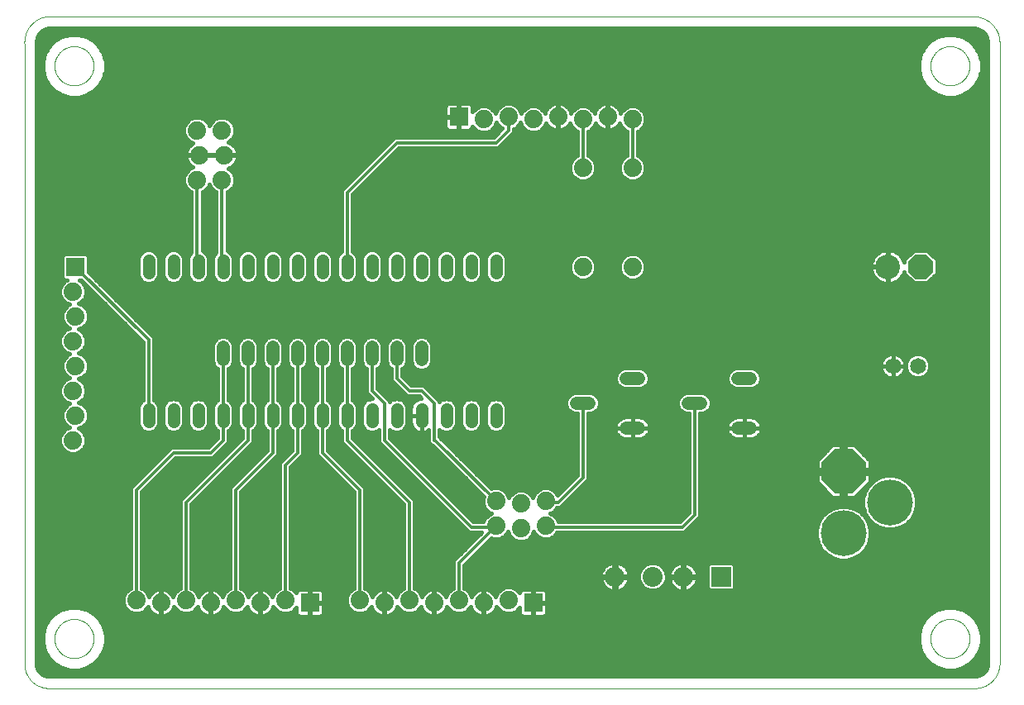
<source format=gtl>
G75*
%MOIN*%
%OFA0B0*%
%FSLAX25Y25*%
%IPPOS*%
%LPD*%
%AMOC8*
5,1,8,0,0,1.08239X$1,22.5*
%
%ADD10OC8,0.17717*%
%ADD11C,0.18504*%
%ADD12C,0.05150*%
%ADD13C,0.00000*%
%ADD14C,0.07400*%
%ADD15R,0.08000X0.08000*%
%ADD16C,0.08000*%
%ADD17C,0.10000*%
%ADD18OC8,0.10000*%
%ADD19C,0.06500*%
%ADD20R,0.07400X0.07400*%
%ADD21C,0.05200*%
%ADD22C,0.01600*%
%ADD23C,0.01200*%
D10*
X0335000Y0092500D03*
D11*
X0353750Y0080000D03*
X0335000Y0067500D03*
D12*
X0195000Y0112425D02*
X0195000Y0117575D01*
X0185000Y0117575D02*
X0185000Y0112425D01*
X0175000Y0112425D02*
X0175000Y0117575D01*
X0165000Y0117575D02*
X0165000Y0112425D01*
X0155000Y0112425D02*
X0155000Y0117575D01*
X0145000Y0117575D02*
X0145000Y0112425D01*
X0135000Y0112425D02*
X0135000Y0117575D01*
X0125000Y0117575D02*
X0125000Y0112425D01*
X0115000Y0112425D02*
X0115000Y0117575D01*
X0105000Y0117575D02*
X0105000Y0112425D01*
X0095000Y0112425D02*
X0095000Y0117575D01*
X0085000Y0117575D02*
X0085000Y0112425D01*
X0075000Y0112425D02*
X0075000Y0117575D01*
X0065000Y0117575D02*
X0065000Y0112425D01*
X0055000Y0112425D02*
X0055000Y0117575D01*
X0055000Y0172425D02*
X0055000Y0177575D01*
X0065000Y0177575D02*
X0065000Y0172425D01*
X0075000Y0172425D02*
X0075000Y0177575D01*
X0085000Y0177575D02*
X0085000Y0172425D01*
X0095000Y0172425D02*
X0095000Y0177575D01*
X0105000Y0177575D02*
X0105000Y0172425D01*
X0115000Y0172425D02*
X0115000Y0177575D01*
X0125000Y0177575D02*
X0125000Y0172425D01*
X0135000Y0172425D02*
X0135000Y0177575D01*
X0145000Y0177575D02*
X0145000Y0172425D01*
X0155000Y0172425D02*
X0155000Y0177575D01*
X0165000Y0177575D02*
X0165000Y0172425D01*
X0175000Y0172425D02*
X0175000Y0177575D01*
X0185000Y0177575D02*
X0185000Y0172425D01*
X0195000Y0172425D02*
X0195000Y0177575D01*
D13*
X0032559Y0005000D02*
X0014843Y0005000D01*
X0014605Y0005003D01*
X0014367Y0005011D01*
X0014130Y0005026D01*
X0013893Y0005046D01*
X0013657Y0005072D01*
X0013421Y0005103D01*
X0013186Y0005140D01*
X0012952Y0005183D01*
X0012719Y0005232D01*
X0012487Y0005286D01*
X0012257Y0005346D01*
X0012028Y0005411D01*
X0011801Y0005482D01*
X0011576Y0005558D01*
X0011353Y0005640D01*
X0011131Y0005727D01*
X0010912Y0005819D01*
X0010695Y0005917D01*
X0010481Y0006019D01*
X0010269Y0006127D01*
X0010059Y0006241D01*
X0009853Y0006359D01*
X0009649Y0006482D01*
X0009449Y0006610D01*
X0009252Y0006742D01*
X0009057Y0006880D01*
X0008867Y0007022D01*
X0008679Y0007169D01*
X0008496Y0007320D01*
X0008316Y0007475D01*
X0008140Y0007635D01*
X0007968Y0007799D01*
X0007799Y0007968D01*
X0007635Y0008140D01*
X0007475Y0008316D01*
X0007320Y0008496D01*
X0007169Y0008679D01*
X0007022Y0008867D01*
X0006880Y0009057D01*
X0006742Y0009252D01*
X0006610Y0009449D01*
X0006482Y0009649D01*
X0006359Y0009853D01*
X0006241Y0010059D01*
X0006127Y0010269D01*
X0006019Y0010481D01*
X0005917Y0010695D01*
X0005819Y0010912D01*
X0005727Y0011131D01*
X0005640Y0011353D01*
X0005558Y0011576D01*
X0005482Y0011801D01*
X0005411Y0012028D01*
X0005346Y0012257D01*
X0005286Y0012487D01*
X0005232Y0012719D01*
X0005183Y0012952D01*
X0005140Y0013186D01*
X0005103Y0013421D01*
X0005072Y0013657D01*
X0005046Y0013893D01*
X0005026Y0014130D01*
X0005011Y0014367D01*
X0005003Y0014605D01*
X0005000Y0014843D01*
X0005000Y0036500D01*
X0005000Y0265000D01*
X0004989Y0265252D01*
X0004984Y0265504D01*
X0004986Y0265757D01*
X0004993Y0266009D01*
X0005006Y0266261D01*
X0005026Y0266512D01*
X0005051Y0266763D01*
X0005083Y0267013D01*
X0005121Y0267263D01*
X0005164Y0267511D01*
X0005214Y0267758D01*
X0005270Y0268004D01*
X0005331Y0268249D01*
X0005399Y0268492D01*
X0005472Y0268733D01*
X0005551Y0268973D01*
X0005636Y0269210D01*
X0005727Y0269446D01*
X0005823Y0269679D01*
X0005925Y0269909D01*
X0006032Y0270138D01*
X0006145Y0270363D01*
X0006263Y0270586D01*
X0006387Y0270806D01*
X0006516Y0271022D01*
X0006650Y0271236D01*
X0006789Y0271446D01*
X0006934Y0271653D01*
X0007083Y0271857D01*
X0007237Y0272056D01*
X0007396Y0272252D01*
X0007560Y0272444D01*
X0007728Y0272632D01*
X0007900Y0272816D01*
X0008077Y0272995D01*
X0008259Y0273171D01*
X0008444Y0273342D01*
X0008634Y0273508D01*
X0008828Y0273670D01*
X0009025Y0273827D01*
X0009226Y0273979D01*
X0009431Y0274126D01*
X0009639Y0274268D01*
X0009851Y0274405D01*
X0010066Y0274537D01*
X0010284Y0274664D01*
X0010505Y0274786D01*
X0010729Y0274902D01*
X0010955Y0275012D01*
X0011185Y0275118D01*
X0011416Y0275217D01*
X0011650Y0275311D01*
X0011887Y0275399D01*
X0012125Y0275482D01*
X0012365Y0275559D01*
X0012607Y0275630D01*
X0012851Y0275695D01*
X0013096Y0275754D01*
X0013343Y0275807D01*
X0013590Y0275854D01*
X0013839Y0275895D01*
X0014089Y0275931D01*
X0014339Y0275960D01*
X0014591Y0275983D01*
X0014842Y0276000D01*
X0014843Y0276000D02*
X0064055Y0276000D01*
X0387598Y0276000D01*
X0387857Y0275989D01*
X0388115Y0275973D01*
X0388372Y0275950D01*
X0388630Y0275921D01*
X0388886Y0275886D01*
X0389141Y0275844D01*
X0389395Y0275797D01*
X0389648Y0275743D01*
X0389900Y0275683D01*
X0390150Y0275617D01*
X0390399Y0275545D01*
X0390646Y0275467D01*
X0390890Y0275384D01*
X0391133Y0275294D01*
X0391373Y0275198D01*
X0391611Y0275097D01*
X0391847Y0274990D01*
X0392080Y0274877D01*
X0392310Y0274759D01*
X0392537Y0274635D01*
X0392761Y0274506D01*
X0392982Y0274371D01*
X0393199Y0274231D01*
X0393413Y0274086D01*
X0393624Y0273936D01*
X0393831Y0273780D01*
X0394034Y0273620D01*
X0394233Y0273455D01*
X0394428Y0273285D01*
X0394619Y0273110D01*
X0394805Y0272931D01*
X0394988Y0272748D01*
X0395165Y0272560D01*
X0395339Y0272367D01*
X0395507Y0272171D01*
X0395671Y0271971D01*
X0395829Y0271766D01*
X0395983Y0271558D01*
X0396132Y0271347D01*
X0396276Y0271132D01*
X0396414Y0270913D01*
X0396547Y0270691D01*
X0396674Y0270466D01*
X0396797Y0270238D01*
X0396913Y0270007D01*
X0397024Y0269773D01*
X0397129Y0269537D01*
X0397229Y0269298D01*
X0397323Y0269057D01*
X0397411Y0268814D01*
X0397493Y0268568D01*
X0397569Y0268321D01*
X0397639Y0268072D01*
X0397703Y0267822D01*
X0397760Y0267569D01*
X0397812Y0267316D01*
X0397858Y0267061D01*
X0397897Y0266806D01*
X0397931Y0266549D01*
X0397958Y0266292D01*
X0397979Y0266034D01*
X0397993Y0265776D01*
X0398002Y0265517D01*
X0398004Y0265259D01*
X0398000Y0265000D01*
X0398000Y0243000D01*
X0398000Y0014843D01*
X0398000Y0014842D02*
X0397990Y0014598D01*
X0397975Y0014354D01*
X0397953Y0014110D01*
X0397926Y0013867D01*
X0397893Y0013624D01*
X0397854Y0013383D01*
X0397809Y0013142D01*
X0397758Y0012903D01*
X0397701Y0012665D01*
X0397639Y0012428D01*
X0397571Y0012193D01*
X0397498Y0011960D01*
X0397418Y0011728D01*
X0397334Y0011499D01*
X0397243Y0011271D01*
X0397147Y0011046D01*
X0397046Y0010823D01*
X0396940Y0010603D01*
X0396828Y0010385D01*
X0396711Y0010170D01*
X0396589Y0009958D01*
X0396461Y0009749D01*
X0396329Y0009544D01*
X0396192Y0009341D01*
X0396050Y0009142D01*
X0395903Y0008946D01*
X0395751Y0008754D01*
X0395595Y0008566D01*
X0395434Y0008381D01*
X0395269Y0008201D01*
X0395100Y0008024D01*
X0394926Y0007852D01*
X0394748Y0007683D01*
X0394567Y0007519D01*
X0394381Y0007360D01*
X0394191Y0007205D01*
X0393998Y0007055D01*
X0393802Y0006909D01*
X0393601Y0006769D01*
X0393398Y0006633D01*
X0393191Y0006502D01*
X0392981Y0006376D01*
X0392769Y0006255D01*
X0392553Y0006140D01*
X0392334Y0006029D01*
X0392113Y0005924D01*
X0391890Y0005825D01*
X0391664Y0005730D01*
X0391436Y0005642D01*
X0391206Y0005558D01*
X0390974Y0005481D01*
X0390740Y0005409D01*
X0390504Y0005343D01*
X0390267Y0005282D01*
X0390029Y0005227D01*
X0389789Y0005178D01*
X0389548Y0005135D01*
X0389307Y0005097D01*
X0389064Y0005066D01*
X0388821Y0005040D01*
X0388577Y0005020D01*
X0388332Y0005006D01*
X0388088Y0004998D01*
X0387843Y0004996D01*
X0387598Y0005000D01*
X0032559Y0005000D01*
X0017126Y0025000D02*
X0017128Y0025193D01*
X0017135Y0025386D01*
X0017147Y0025579D01*
X0017164Y0025772D01*
X0017185Y0025964D01*
X0017211Y0026155D01*
X0017242Y0026346D01*
X0017277Y0026536D01*
X0017317Y0026725D01*
X0017362Y0026913D01*
X0017411Y0027100D01*
X0017465Y0027286D01*
X0017523Y0027470D01*
X0017586Y0027653D01*
X0017654Y0027834D01*
X0017725Y0028013D01*
X0017802Y0028191D01*
X0017882Y0028367D01*
X0017967Y0028540D01*
X0018056Y0028712D01*
X0018149Y0028881D01*
X0018246Y0029048D01*
X0018348Y0029213D01*
X0018453Y0029375D01*
X0018562Y0029534D01*
X0018676Y0029691D01*
X0018793Y0029844D01*
X0018913Y0029995D01*
X0019038Y0030143D01*
X0019166Y0030288D01*
X0019297Y0030429D01*
X0019432Y0030568D01*
X0019571Y0030703D01*
X0019712Y0030834D01*
X0019857Y0030962D01*
X0020005Y0031087D01*
X0020156Y0031207D01*
X0020309Y0031324D01*
X0020466Y0031438D01*
X0020625Y0031547D01*
X0020787Y0031652D01*
X0020952Y0031754D01*
X0021119Y0031851D01*
X0021288Y0031944D01*
X0021460Y0032033D01*
X0021633Y0032118D01*
X0021809Y0032198D01*
X0021987Y0032275D01*
X0022166Y0032346D01*
X0022347Y0032414D01*
X0022530Y0032477D01*
X0022714Y0032535D01*
X0022900Y0032589D01*
X0023087Y0032638D01*
X0023275Y0032683D01*
X0023464Y0032723D01*
X0023654Y0032758D01*
X0023845Y0032789D01*
X0024036Y0032815D01*
X0024228Y0032836D01*
X0024421Y0032853D01*
X0024614Y0032865D01*
X0024807Y0032872D01*
X0025000Y0032874D01*
X0025193Y0032872D01*
X0025386Y0032865D01*
X0025579Y0032853D01*
X0025772Y0032836D01*
X0025964Y0032815D01*
X0026155Y0032789D01*
X0026346Y0032758D01*
X0026536Y0032723D01*
X0026725Y0032683D01*
X0026913Y0032638D01*
X0027100Y0032589D01*
X0027286Y0032535D01*
X0027470Y0032477D01*
X0027653Y0032414D01*
X0027834Y0032346D01*
X0028013Y0032275D01*
X0028191Y0032198D01*
X0028367Y0032118D01*
X0028540Y0032033D01*
X0028712Y0031944D01*
X0028881Y0031851D01*
X0029048Y0031754D01*
X0029213Y0031652D01*
X0029375Y0031547D01*
X0029534Y0031438D01*
X0029691Y0031324D01*
X0029844Y0031207D01*
X0029995Y0031087D01*
X0030143Y0030962D01*
X0030288Y0030834D01*
X0030429Y0030703D01*
X0030568Y0030568D01*
X0030703Y0030429D01*
X0030834Y0030288D01*
X0030962Y0030143D01*
X0031087Y0029995D01*
X0031207Y0029844D01*
X0031324Y0029691D01*
X0031438Y0029534D01*
X0031547Y0029375D01*
X0031652Y0029213D01*
X0031754Y0029048D01*
X0031851Y0028881D01*
X0031944Y0028712D01*
X0032033Y0028540D01*
X0032118Y0028367D01*
X0032198Y0028191D01*
X0032275Y0028013D01*
X0032346Y0027834D01*
X0032414Y0027653D01*
X0032477Y0027470D01*
X0032535Y0027286D01*
X0032589Y0027100D01*
X0032638Y0026913D01*
X0032683Y0026725D01*
X0032723Y0026536D01*
X0032758Y0026346D01*
X0032789Y0026155D01*
X0032815Y0025964D01*
X0032836Y0025772D01*
X0032853Y0025579D01*
X0032865Y0025386D01*
X0032872Y0025193D01*
X0032874Y0025000D01*
X0032872Y0024807D01*
X0032865Y0024614D01*
X0032853Y0024421D01*
X0032836Y0024228D01*
X0032815Y0024036D01*
X0032789Y0023845D01*
X0032758Y0023654D01*
X0032723Y0023464D01*
X0032683Y0023275D01*
X0032638Y0023087D01*
X0032589Y0022900D01*
X0032535Y0022714D01*
X0032477Y0022530D01*
X0032414Y0022347D01*
X0032346Y0022166D01*
X0032275Y0021987D01*
X0032198Y0021809D01*
X0032118Y0021633D01*
X0032033Y0021460D01*
X0031944Y0021288D01*
X0031851Y0021119D01*
X0031754Y0020952D01*
X0031652Y0020787D01*
X0031547Y0020625D01*
X0031438Y0020466D01*
X0031324Y0020309D01*
X0031207Y0020156D01*
X0031087Y0020005D01*
X0030962Y0019857D01*
X0030834Y0019712D01*
X0030703Y0019571D01*
X0030568Y0019432D01*
X0030429Y0019297D01*
X0030288Y0019166D01*
X0030143Y0019038D01*
X0029995Y0018913D01*
X0029844Y0018793D01*
X0029691Y0018676D01*
X0029534Y0018562D01*
X0029375Y0018453D01*
X0029213Y0018348D01*
X0029048Y0018246D01*
X0028881Y0018149D01*
X0028712Y0018056D01*
X0028540Y0017967D01*
X0028367Y0017882D01*
X0028191Y0017802D01*
X0028013Y0017725D01*
X0027834Y0017654D01*
X0027653Y0017586D01*
X0027470Y0017523D01*
X0027286Y0017465D01*
X0027100Y0017411D01*
X0026913Y0017362D01*
X0026725Y0017317D01*
X0026536Y0017277D01*
X0026346Y0017242D01*
X0026155Y0017211D01*
X0025964Y0017185D01*
X0025772Y0017164D01*
X0025579Y0017147D01*
X0025386Y0017135D01*
X0025193Y0017128D01*
X0025000Y0017126D01*
X0024807Y0017128D01*
X0024614Y0017135D01*
X0024421Y0017147D01*
X0024228Y0017164D01*
X0024036Y0017185D01*
X0023845Y0017211D01*
X0023654Y0017242D01*
X0023464Y0017277D01*
X0023275Y0017317D01*
X0023087Y0017362D01*
X0022900Y0017411D01*
X0022714Y0017465D01*
X0022530Y0017523D01*
X0022347Y0017586D01*
X0022166Y0017654D01*
X0021987Y0017725D01*
X0021809Y0017802D01*
X0021633Y0017882D01*
X0021460Y0017967D01*
X0021288Y0018056D01*
X0021119Y0018149D01*
X0020952Y0018246D01*
X0020787Y0018348D01*
X0020625Y0018453D01*
X0020466Y0018562D01*
X0020309Y0018676D01*
X0020156Y0018793D01*
X0020005Y0018913D01*
X0019857Y0019038D01*
X0019712Y0019166D01*
X0019571Y0019297D01*
X0019432Y0019432D01*
X0019297Y0019571D01*
X0019166Y0019712D01*
X0019038Y0019857D01*
X0018913Y0020005D01*
X0018793Y0020156D01*
X0018676Y0020309D01*
X0018562Y0020466D01*
X0018453Y0020625D01*
X0018348Y0020787D01*
X0018246Y0020952D01*
X0018149Y0021119D01*
X0018056Y0021288D01*
X0017967Y0021460D01*
X0017882Y0021633D01*
X0017802Y0021809D01*
X0017725Y0021987D01*
X0017654Y0022166D01*
X0017586Y0022347D01*
X0017523Y0022530D01*
X0017465Y0022714D01*
X0017411Y0022900D01*
X0017362Y0023087D01*
X0017317Y0023275D01*
X0017277Y0023464D01*
X0017242Y0023654D01*
X0017211Y0023845D01*
X0017185Y0024036D01*
X0017164Y0024228D01*
X0017147Y0024421D01*
X0017135Y0024614D01*
X0017128Y0024807D01*
X0017126Y0025000D01*
X0017126Y0256000D02*
X0017128Y0256193D01*
X0017135Y0256386D01*
X0017147Y0256579D01*
X0017164Y0256772D01*
X0017185Y0256964D01*
X0017211Y0257155D01*
X0017242Y0257346D01*
X0017277Y0257536D01*
X0017317Y0257725D01*
X0017362Y0257913D01*
X0017411Y0258100D01*
X0017465Y0258286D01*
X0017523Y0258470D01*
X0017586Y0258653D01*
X0017654Y0258834D01*
X0017725Y0259013D01*
X0017802Y0259191D01*
X0017882Y0259367D01*
X0017967Y0259540D01*
X0018056Y0259712D01*
X0018149Y0259881D01*
X0018246Y0260048D01*
X0018348Y0260213D01*
X0018453Y0260375D01*
X0018562Y0260534D01*
X0018676Y0260691D01*
X0018793Y0260844D01*
X0018913Y0260995D01*
X0019038Y0261143D01*
X0019166Y0261288D01*
X0019297Y0261429D01*
X0019432Y0261568D01*
X0019571Y0261703D01*
X0019712Y0261834D01*
X0019857Y0261962D01*
X0020005Y0262087D01*
X0020156Y0262207D01*
X0020309Y0262324D01*
X0020466Y0262438D01*
X0020625Y0262547D01*
X0020787Y0262652D01*
X0020952Y0262754D01*
X0021119Y0262851D01*
X0021288Y0262944D01*
X0021460Y0263033D01*
X0021633Y0263118D01*
X0021809Y0263198D01*
X0021987Y0263275D01*
X0022166Y0263346D01*
X0022347Y0263414D01*
X0022530Y0263477D01*
X0022714Y0263535D01*
X0022900Y0263589D01*
X0023087Y0263638D01*
X0023275Y0263683D01*
X0023464Y0263723D01*
X0023654Y0263758D01*
X0023845Y0263789D01*
X0024036Y0263815D01*
X0024228Y0263836D01*
X0024421Y0263853D01*
X0024614Y0263865D01*
X0024807Y0263872D01*
X0025000Y0263874D01*
X0025193Y0263872D01*
X0025386Y0263865D01*
X0025579Y0263853D01*
X0025772Y0263836D01*
X0025964Y0263815D01*
X0026155Y0263789D01*
X0026346Y0263758D01*
X0026536Y0263723D01*
X0026725Y0263683D01*
X0026913Y0263638D01*
X0027100Y0263589D01*
X0027286Y0263535D01*
X0027470Y0263477D01*
X0027653Y0263414D01*
X0027834Y0263346D01*
X0028013Y0263275D01*
X0028191Y0263198D01*
X0028367Y0263118D01*
X0028540Y0263033D01*
X0028712Y0262944D01*
X0028881Y0262851D01*
X0029048Y0262754D01*
X0029213Y0262652D01*
X0029375Y0262547D01*
X0029534Y0262438D01*
X0029691Y0262324D01*
X0029844Y0262207D01*
X0029995Y0262087D01*
X0030143Y0261962D01*
X0030288Y0261834D01*
X0030429Y0261703D01*
X0030568Y0261568D01*
X0030703Y0261429D01*
X0030834Y0261288D01*
X0030962Y0261143D01*
X0031087Y0260995D01*
X0031207Y0260844D01*
X0031324Y0260691D01*
X0031438Y0260534D01*
X0031547Y0260375D01*
X0031652Y0260213D01*
X0031754Y0260048D01*
X0031851Y0259881D01*
X0031944Y0259712D01*
X0032033Y0259540D01*
X0032118Y0259367D01*
X0032198Y0259191D01*
X0032275Y0259013D01*
X0032346Y0258834D01*
X0032414Y0258653D01*
X0032477Y0258470D01*
X0032535Y0258286D01*
X0032589Y0258100D01*
X0032638Y0257913D01*
X0032683Y0257725D01*
X0032723Y0257536D01*
X0032758Y0257346D01*
X0032789Y0257155D01*
X0032815Y0256964D01*
X0032836Y0256772D01*
X0032853Y0256579D01*
X0032865Y0256386D01*
X0032872Y0256193D01*
X0032874Y0256000D01*
X0032872Y0255807D01*
X0032865Y0255614D01*
X0032853Y0255421D01*
X0032836Y0255228D01*
X0032815Y0255036D01*
X0032789Y0254845D01*
X0032758Y0254654D01*
X0032723Y0254464D01*
X0032683Y0254275D01*
X0032638Y0254087D01*
X0032589Y0253900D01*
X0032535Y0253714D01*
X0032477Y0253530D01*
X0032414Y0253347D01*
X0032346Y0253166D01*
X0032275Y0252987D01*
X0032198Y0252809D01*
X0032118Y0252633D01*
X0032033Y0252460D01*
X0031944Y0252288D01*
X0031851Y0252119D01*
X0031754Y0251952D01*
X0031652Y0251787D01*
X0031547Y0251625D01*
X0031438Y0251466D01*
X0031324Y0251309D01*
X0031207Y0251156D01*
X0031087Y0251005D01*
X0030962Y0250857D01*
X0030834Y0250712D01*
X0030703Y0250571D01*
X0030568Y0250432D01*
X0030429Y0250297D01*
X0030288Y0250166D01*
X0030143Y0250038D01*
X0029995Y0249913D01*
X0029844Y0249793D01*
X0029691Y0249676D01*
X0029534Y0249562D01*
X0029375Y0249453D01*
X0029213Y0249348D01*
X0029048Y0249246D01*
X0028881Y0249149D01*
X0028712Y0249056D01*
X0028540Y0248967D01*
X0028367Y0248882D01*
X0028191Y0248802D01*
X0028013Y0248725D01*
X0027834Y0248654D01*
X0027653Y0248586D01*
X0027470Y0248523D01*
X0027286Y0248465D01*
X0027100Y0248411D01*
X0026913Y0248362D01*
X0026725Y0248317D01*
X0026536Y0248277D01*
X0026346Y0248242D01*
X0026155Y0248211D01*
X0025964Y0248185D01*
X0025772Y0248164D01*
X0025579Y0248147D01*
X0025386Y0248135D01*
X0025193Y0248128D01*
X0025000Y0248126D01*
X0024807Y0248128D01*
X0024614Y0248135D01*
X0024421Y0248147D01*
X0024228Y0248164D01*
X0024036Y0248185D01*
X0023845Y0248211D01*
X0023654Y0248242D01*
X0023464Y0248277D01*
X0023275Y0248317D01*
X0023087Y0248362D01*
X0022900Y0248411D01*
X0022714Y0248465D01*
X0022530Y0248523D01*
X0022347Y0248586D01*
X0022166Y0248654D01*
X0021987Y0248725D01*
X0021809Y0248802D01*
X0021633Y0248882D01*
X0021460Y0248967D01*
X0021288Y0249056D01*
X0021119Y0249149D01*
X0020952Y0249246D01*
X0020787Y0249348D01*
X0020625Y0249453D01*
X0020466Y0249562D01*
X0020309Y0249676D01*
X0020156Y0249793D01*
X0020005Y0249913D01*
X0019857Y0250038D01*
X0019712Y0250166D01*
X0019571Y0250297D01*
X0019432Y0250432D01*
X0019297Y0250571D01*
X0019166Y0250712D01*
X0019038Y0250857D01*
X0018913Y0251005D01*
X0018793Y0251156D01*
X0018676Y0251309D01*
X0018562Y0251466D01*
X0018453Y0251625D01*
X0018348Y0251787D01*
X0018246Y0251952D01*
X0018149Y0252119D01*
X0018056Y0252288D01*
X0017967Y0252460D01*
X0017882Y0252633D01*
X0017802Y0252809D01*
X0017725Y0252987D01*
X0017654Y0253166D01*
X0017586Y0253347D01*
X0017523Y0253530D01*
X0017465Y0253714D01*
X0017411Y0253900D01*
X0017362Y0254087D01*
X0017317Y0254275D01*
X0017277Y0254464D01*
X0017242Y0254654D01*
X0017211Y0254845D01*
X0017185Y0255036D01*
X0017164Y0255228D01*
X0017147Y0255421D01*
X0017135Y0255614D01*
X0017128Y0255807D01*
X0017126Y0256000D01*
X0370126Y0256000D02*
X0370128Y0256193D01*
X0370135Y0256386D01*
X0370147Y0256579D01*
X0370164Y0256772D01*
X0370185Y0256964D01*
X0370211Y0257155D01*
X0370242Y0257346D01*
X0370277Y0257536D01*
X0370317Y0257725D01*
X0370362Y0257913D01*
X0370411Y0258100D01*
X0370465Y0258286D01*
X0370523Y0258470D01*
X0370586Y0258653D01*
X0370654Y0258834D01*
X0370725Y0259013D01*
X0370802Y0259191D01*
X0370882Y0259367D01*
X0370967Y0259540D01*
X0371056Y0259712D01*
X0371149Y0259881D01*
X0371246Y0260048D01*
X0371348Y0260213D01*
X0371453Y0260375D01*
X0371562Y0260534D01*
X0371676Y0260691D01*
X0371793Y0260844D01*
X0371913Y0260995D01*
X0372038Y0261143D01*
X0372166Y0261288D01*
X0372297Y0261429D01*
X0372432Y0261568D01*
X0372571Y0261703D01*
X0372712Y0261834D01*
X0372857Y0261962D01*
X0373005Y0262087D01*
X0373156Y0262207D01*
X0373309Y0262324D01*
X0373466Y0262438D01*
X0373625Y0262547D01*
X0373787Y0262652D01*
X0373952Y0262754D01*
X0374119Y0262851D01*
X0374288Y0262944D01*
X0374460Y0263033D01*
X0374633Y0263118D01*
X0374809Y0263198D01*
X0374987Y0263275D01*
X0375166Y0263346D01*
X0375347Y0263414D01*
X0375530Y0263477D01*
X0375714Y0263535D01*
X0375900Y0263589D01*
X0376087Y0263638D01*
X0376275Y0263683D01*
X0376464Y0263723D01*
X0376654Y0263758D01*
X0376845Y0263789D01*
X0377036Y0263815D01*
X0377228Y0263836D01*
X0377421Y0263853D01*
X0377614Y0263865D01*
X0377807Y0263872D01*
X0378000Y0263874D01*
X0378193Y0263872D01*
X0378386Y0263865D01*
X0378579Y0263853D01*
X0378772Y0263836D01*
X0378964Y0263815D01*
X0379155Y0263789D01*
X0379346Y0263758D01*
X0379536Y0263723D01*
X0379725Y0263683D01*
X0379913Y0263638D01*
X0380100Y0263589D01*
X0380286Y0263535D01*
X0380470Y0263477D01*
X0380653Y0263414D01*
X0380834Y0263346D01*
X0381013Y0263275D01*
X0381191Y0263198D01*
X0381367Y0263118D01*
X0381540Y0263033D01*
X0381712Y0262944D01*
X0381881Y0262851D01*
X0382048Y0262754D01*
X0382213Y0262652D01*
X0382375Y0262547D01*
X0382534Y0262438D01*
X0382691Y0262324D01*
X0382844Y0262207D01*
X0382995Y0262087D01*
X0383143Y0261962D01*
X0383288Y0261834D01*
X0383429Y0261703D01*
X0383568Y0261568D01*
X0383703Y0261429D01*
X0383834Y0261288D01*
X0383962Y0261143D01*
X0384087Y0260995D01*
X0384207Y0260844D01*
X0384324Y0260691D01*
X0384438Y0260534D01*
X0384547Y0260375D01*
X0384652Y0260213D01*
X0384754Y0260048D01*
X0384851Y0259881D01*
X0384944Y0259712D01*
X0385033Y0259540D01*
X0385118Y0259367D01*
X0385198Y0259191D01*
X0385275Y0259013D01*
X0385346Y0258834D01*
X0385414Y0258653D01*
X0385477Y0258470D01*
X0385535Y0258286D01*
X0385589Y0258100D01*
X0385638Y0257913D01*
X0385683Y0257725D01*
X0385723Y0257536D01*
X0385758Y0257346D01*
X0385789Y0257155D01*
X0385815Y0256964D01*
X0385836Y0256772D01*
X0385853Y0256579D01*
X0385865Y0256386D01*
X0385872Y0256193D01*
X0385874Y0256000D01*
X0385872Y0255807D01*
X0385865Y0255614D01*
X0385853Y0255421D01*
X0385836Y0255228D01*
X0385815Y0255036D01*
X0385789Y0254845D01*
X0385758Y0254654D01*
X0385723Y0254464D01*
X0385683Y0254275D01*
X0385638Y0254087D01*
X0385589Y0253900D01*
X0385535Y0253714D01*
X0385477Y0253530D01*
X0385414Y0253347D01*
X0385346Y0253166D01*
X0385275Y0252987D01*
X0385198Y0252809D01*
X0385118Y0252633D01*
X0385033Y0252460D01*
X0384944Y0252288D01*
X0384851Y0252119D01*
X0384754Y0251952D01*
X0384652Y0251787D01*
X0384547Y0251625D01*
X0384438Y0251466D01*
X0384324Y0251309D01*
X0384207Y0251156D01*
X0384087Y0251005D01*
X0383962Y0250857D01*
X0383834Y0250712D01*
X0383703Y0250571D01*
X0383568Y0250432D01*
X0383429Y0250297D01*
X0383288Y0250166D01*
X0383143Y0250038D01*
X0382995Y0249913D01*
X0382844Y0249793D01*
X0382691Y0249676D01*
X0382534Y0249562D01*
X0382375Y0249453D01*
X0382213Y0249348D01*
X0382048Y0249246D01*
X0381881Y0249149D01*
X0381712Y0249056D01*
X0381540Y0248967D01*
X0381367Y0248882D01*
X0381191Y0248802D01*
X0381013Y0248725D01*
X0380834Y0248654D01*
X0380653Y0248586D01*
X0380470Y0248523D01*
X0380286Y0248465D01*
X0380100Y0248411D01*
X0379913Y0248362D01*
X0379725Y0248317D01*
X0379536Y0248277D01*
X0379346Y0248242D01*
X0379155Y0248211D01*
X0378964Y0248185D01*
X0378772Y0248164D01*
X0378579Y0248147D01*
X0378386Y0248135D01*
X0378193Y0248128D01*
X0378000Y0248126D01*
X0377807Y0248128D01*
X0377614Y0248135D01*
X0377421Y0248147D01*
X0377228Y0248164D01*
X0377036Y0248185D01*
X0376845Y0248211D01*
X0376654Y0248242D01*
X0376464Y0248277D01*
X0376275Y0248317D01*
X0376087Y0248362D01*
X0375900Y0248411D01*
X0375714Y0248465D01*
X0375530Y0248523D01*
X0375347Y0248586D01*
X0375166Y0248654D01*
X0374987Y0248725D01*
X0374809Y0248802D01*
X0374633Y0248882D01*
X0374460Y0248967D01*
X0374288Y0249056D01*
X0374119Y0249149D01*
X0373952Y0249246D01*
X0373787Y0249348D01*
X0373625Y0249453D01*
X0373466Y0249562D01*
X0373309Y0249676D01*
X0373156Y0249793D01*
X0373005Y0249913D01*
X0372857Y0250038D01*
X0372712Y0250166D01*
X0372571Y0250297D01*
X0372432Y0250432D01*
X0372297Y0250571D01*
X0372166Y0250712D01*
X0372038Y0250857D01*
X0371913Y0251005D01*
X0371793Y0251156D01*
X0371676Y0251309D01*
X0371562Y0251466D01*
X0371453Y0251625D01*
X0371348Y0251787D01*
X0371246Y0251952D01*
X0371149Y0252119D01*
X0371056Y0252288D01*
X0370967Y0252460D01*
X0370882Y0252633D01*
X0370802Y0252809D01*
X0370725Y0252987D01*
X0370654Y0253166D01*
X0370586Y0253347D01*
X0370523Y0253530D01*
X0370465Y0253714D01*
X0370411Y0253900D01*
X0370362Y0254087D01*
X0370317Y0254275D01*
X0370277Y0254464D01*
X0370242Y0254654D01*
X0370211Y0254845D01*
X0370185Y0255036D01*
X0370164Y0255228D01*
X0370147Y0255421D01*
X0370135Y0255614D01*
X0370128Y0255807D01*
X0370126Y0256000D01*
X0370126Y0025000D02*
X0370128Y0025193D01*
X0370135Y0025386D01*
X0370147Y0025579D01*
X0370164Y0025772D01*
X0370185Y0025964D01*
X0370211Y0026155D01*
X0370242Y0026346D01*
X0370277Y0026536D01*
X0370317Y0026725D01*
X0370362Y0026913D01*
X0370411Y0027100D01*
X0370465Y0027286D01*
X0370523Y0027470D01*
X0370586Y0027653D01*
X0370654Y0027834D01*
X0370725Y0028013D01*
X0370802Y0028191D01*
X0370882Y0028367D01*
X0370967Y0028540D01*
X0371056Y0028712D01*
X0371149Y0028881D01*
X0371246Y0029048D01*
X0371348Y0029213D01*
X0371453Y0029375D01*
X0371562Y0029534D01*
X0371676Y0029691D01*
X0371793Y0029844D01*
X0371913Y0029995D01*
X0372038Y0030143D01*
X0372166Y0030288D01*
X0372297Y0030429D01*
X0372432Y0030568D01*
X0372571Y0030703D01*
X0372712Y0030834D01*
X0372857Y0030962D01*
X0373005Y0031087D01*
X0373156Y0031207D01*
X0373309Y0031324D01*
X0373466Y0031438D01*
X0373625Y0031547D01*
X0373787Y0031652D01*
X0373952Y0031754D01*
X0374119Y0031851D01*
X0374288Y0031944D01*
X0374460Y0032033D01*
X0374633Y0032118D01*
X0374809Y0032198D01*
X0374987Y0032275D01*
X0375166Y0032346D01*
X0375347Y0032414D01*
X0375530Y0032477D01*
X0375714Y0032535D01*
X0375900Y0032589D01*
X0376087Y0032638D01*
X0376275Y0032683D01*
X0376464Y0032723D01*
X0376654Y0032758D01*
X0376845Y0032789D01*
X0377036Y0032815D01*
X0377228Y0032836D01*
X0377421Y0032853D01*
X0377614Y0032865D01*
X0377807Y0032872D01*
X0378000Y0032874D01*
X0378193Y0032872D01*
X0378386Y0032865D01*
X0378579Y0032853D01*
X0378772Y0032836D01*
X0378964Y0032815D01*
X0379155Y0032789D01*
X0379346Y0032758D01*
X0379536Y0032723D01*
X0379725Y0032683D01*
X0379913Y0032638D01*
X0380100Y0032589D01*
X0380286Y0032535D01*
X0380470Y0032477D01*
X0380653Y0032414D01*
X0380834Y0032346D01*
X0381013Y0032275D01*
X0381191Y0032198D01*
X0381367Y0032118D01*
X0381540Y0032033D01*
X0381712Y0031944D01*
X0381881Y0031851D01*
X0382048Y0031754D01*
X0382213Y0031652D01*
X0382375Y0031547D01*
X0382534Y0031438D01*
X0382691Y0031324D01*
X0382844Y0031207D01*
X0382995Y0031087D01*
X0383143Y0030962D01*
X0383288Y0030834D01*
X0383429Y0030703D01*
X0383568Y0030568D01*
X0383703Y0030429D01*
X0383834Y0030288D01*
X0383962Y0030143D01*
X0384087Y0029995D01*
X0384207Y0029844D01*
X0384324Y0029691D01*
X0384438Y0029534D01*
X0384547Y0029375D01*
X0384652Y0029213D01*
X0384754Y0029048D01*
X0384851Y0028881D01*
X0384944Y0028712D01*
X0385033Y0028540D01*
X0385118Y0028367D01*
X0385198Y0028191D01*
X0385275Y0028013D01*
X0385346Y0027834D01*
X0385414Y0027653D01*
X0385477Y0027470D01*
X0385535Y0027286D01*
X0385589Y0027100D01*
X0385638Y0026913D01*
X0385683Y0026725D01*
X0385723Y0026536D01*
X0385758Y0026346D01*
X0385789Y0026155D01*
X0385815Y0025964D01*
X0385836Y0025772D01*
X0385853Y0025579D01*
X0385865Y0025386D01*
X0385872Y0025193D01*
X0385874Y0025000D01*
X0385872Y0024807D01*
X0385865Y0024614D01*
X0385853Y0024421D01*
X0385836Y0024228D01*
X0385815Y0024036D01*
X0385789Y0023845D01*
X0385758Y0023654D01*
X0385723Y0023464D01*
X0385683Y0023275D01*
X0385638Y0023087D01*
X0385589Y0022900D01*
X0385535Y0022714D01*
X0385477Y0022530D01*
X0385414Y0022347D01*
X0385346Y0022166D01*
X0385275Y0021987D01*
X0385198Y0021809D01*
X0385118Y0021633D01*
X0385033Y0021460D01*
X0384944Y0021288D01*
X0384851Y0021119D01*
X0384754Y0020952D01*
X0384652Y0020787D01*
X0384547Y0020625D01*
X0384438Y0020466D01*
X0384324Y0020309D01*
X0384207Y0020156D01*
X0384087Y0020005D01*
X0383962Y0019857D01*
X0383834Y0019712D01*
X0383703Y0019571D01*
X0383568Y0019432D01*
X0383429Y0019297D01*
X0383288Y0019166D01*
X0383143Y0019038D01*
X0382995Y0018913D01*
X0382844Y0018793D01*
X0382691Y0018676D01*
X0382534Y0018562D01*
X0382375Y0018453D01*
X0382213Y0018348D01*
X0382048Y0018246D01*
X0381881Y0018149D01*
X0381712Y0018056D01*
X0381540Y0017967D01*
X0381367Y0017882D01*
X0381191Y0017802D01*
X0381013Y0017725D01*
X0380834Y0017654D01*
X0380653Y0017586D01*
X0380470Y0017523D01*
X0380286Y0017465D01*
X0380100Y0017411D01*
X0379913Y0017362D01*
X0379725Y0017317D01*
X0379536Y0017277D01*
X0379346Y0017242D01*
X0379155Y0017211D01*
X0378964Y0017185D01*
X0378772Y0017164D01*
X0378579Y0017147D01*
X0378386Y0017135D01*
X0378193Y0017128D01*
X0378000Y0017126D01*
X0377807Y0017128D01*
X0377614Y0017135D01*
X0377421Y0017147D01*
X0377228Y0017164D01*
X0377036Y0017185D01*
X0376845Y0017211D01*
X0376654Y0017242D01*
X0376464Y0017277D01*
X0376275Y0017317D01*
X0376087Y0017362D01*
X0375900Y0017411D01*
X0375714Y0017465D01*
X0375530Y0017523D01*
X0375347Y0017586D01*
X0375166Y0017654D01*
X0374987Y0017725D01*
X0374809Y0017802D01*
X0374633Y0017882D01*
X0374460Y0017967D01*
X0374288Y0018056D01*
X0374119Y0018149D01*
X0373952Y0018246D01*
X0373787Y0018348D01*
X0373625Y0018453D01*
X0373466Y0018562D01*
X0373309Y0018676D01*
X0373156Y0018793D01*
X0373005Y0018913D01*
X0372857Y0019038D01*
X0372712Y0019166D01*
X0372571Y0019297D01*
X0372432Y0019432D01*
X0372297Y0019571D01*
X0372166Y0019712D01*
X0372038Y0019857D01*
X0371913Y0020005D01*
X0371793Y0020156D01*
X0371676Y0020309D01*
X0371562Y0020466D01*
X0371453Y0020625D01*
X0371348Y0020787D01*
X0371246Y0020952D01*
X0371149Y0021119D01*
X0371056Y0021288D01*
X0370967Y0021460D01*
X0370882Y0021633D01*
X0370802Y0021809D01*
X0370725Y0021987D01*
X0370654Y0022166D01*
X0370586Y0022347D01*
X0370523Y0022530D01*
X0370465Y0022714D01*
X0370411Y0022900D01*
X0370362Y0023087D01*
X0370317Y0023275D01*
X0370277Y0023464D01*
X0370242Y0023654D01*
X0370211Y0023845D01*
X0370185Y0024036D01*
X0370164Y0024228D01*
X0370147Y0024421D01*
X0370135Y0024614D01*
X0370128Y0024807D01*
X0370126Y0025000D01*
D14*
X0215000Y0070500D03*
X0205000Y0069500D03*
X0195000Y0070500D03*
X0195000Y0080500D03*
X0205000Y0079500D03*
X0215000Y0080500D03*
X0200000Y0040500D03*
X0190000Y0039500D03*
X0180000Y0040500D03*
X0170000Y0039500D03*
X0160000Y0040500D03*
X0150000Y0039500D03*
X0140000Y0040500D03*
X0110000Y0040500D03*
X0100000Y0039500D03*
X0090000Y0040500D03*
X0080000Y0039500D03*
X0070000Y0040500D03*
X0060000Y0039500D03*
X0050000Y0040500D03*
X0024500Y0105000D03*
X0025500Y0115000D03*
X0024500Y0125000D03*
X0025500Y0135000D03*
X0024500Y0145000D03*
X0025500Y0155000D03*
X0024500Y0165000D03*
X0074500Y0210000D03*
X0084500Y0210000D03*
X0085500Y0220000D03*
X0075500Y0220000D03*
X0074500Y0230000D03*
X0084500Y0230000D03*
X0190000Y0234500D03*
X0200000Y0235500D03*
X0210000Y0234500D03*
X0220000Y0235500D03*
X0230000Y0234500D03*
X0240000Y0235500D03*
X0250000Y0234500D03*
X0250000Y0215000D03*
X0230000Y0215000D03*
X0230000Y0175000D03*
X0250000Y0175000D03*
D15*
X0285700Y0050000D03*
D16*
X0270520Y0050000D03*
X0258141Y0050000D03*
X0242961Y0050000D03*
D17*
X0352953Y0175000D03*
D18*
X0366063Y0175000D03*
D19*
X0365000Y0135000D03*
X0355000Y0135000D03*
D20*
X0210000Y0039500D03*
X0120000Y0039500D03*
X0025500Y0175000D03*
X0180000Y0235500D03*
D21*
X0165000Y0142600D02*
X0165000Y0137400D01*
X0155000Y0137400D02*
X0155000Y0142600D01*
X0145000Y0142600D02*
X0145000Y0137400D01*
X0135000Y0137400D02*
X0135000Y0142600D01*
X0125000Y0142600D02*
X0125000Y0137400D01*
X0115000Y0137400D02*
X0115000Y0142600D01*
X0105000Y0142600D02*
X0105000Y0137400D01*
X0095000Y0137400D02*
X0095000Y0142600D01*
X0085000Y0142600D02*
X0085000Y0137400D01*
X0227400Y0120000D02*
X0232600Y0120000D01*
X0247400Y0130000D02*
X0252600Y0130000D01*
X0272400Y0120000D02*
X0277600Y0120000D01*
X0292400Y0110000D02*
X0297600Y0110000D01*
X0297600Y0130000D02*
X0292400Y0130000D01*
X0252600Y0110000D02*
X0247400Y0110000D01*
D22*
X0250000Y0110000D02*
X0243000Y0110000D01*
X0250000Y0110000D01*
X0250000Y0110000D01*
X0250000Y0114400D01*
X0252946Y0114400D01*
X0253630Y0114292D01*
X0254289Y0114078D01*
X0254906Y0113763D01*
X0255466Y0113356D01*
X0255956Y0112866D01*
X0256363Y0112306D01*
X0256678Y0111689D01*
X0256892Y0111030D01*
X0257000Y0110346D01*
X0257000Y0110000D01*
X0250000Y0110000D01*
X0250000Y0110000D01*
X0250000Y0105600D01*
X0252946Y0105600D01*
X0253630Y0105708D01*
X0254289Y0105922D01*
X0254906Y0106237D01*
X0255466Y0106644D01*
X0255956Y0107134D01*
X0256363Y0107694D01*
X0256678Y0108311D01*
X0256892Y0108970D01*
X0257000Y0109654D01*
X0257000Y0110000D01*
X0250000Y0110000D01*
X0250000Y0110000D01*
X0250000Y0110000D01*
X0250000Y0114400D01*
X0247054Y0114400D01*
X0246370Y0114292D01*
X0245711Y0114078D01*
X0245094Y0113763D01*
X0244534Y0113356D01*
X0244044Y0112866D01*
X0243637Y0112306D01*
X0243322Y0111689D01*
X0243108Y0111030D01*
X0243000Y0110346D01*
X0243000Y0110000D01*
X0243000Y0109654D01*
X0243108Y0108970D01*
X0243322Y0108311D01*
X0243637Y0107694D01*
X0244044Y0107134D01*
X0244534Y0106644D01*
X0245094Y0106237D01*
X0245711Y0105922D01*
X0246370Y0105708D01*
X0247054Y0105600D01*
X0250000Y0105600D01*
X0250000Y0110000D01*
X0250000Y0110502D02*
X0250000Y0110502D01*
X0250000Y0112100D02*
X0250000Y0112100D01*
X0250000Y0113699D02*
X0250000Y0113699D01*
X0250000Y0108903D02*
X0250000Y0108903D01*
X0250000Y0107305D02*
X0250000Y0107305D01*
X0250000Y0105706D02*
X0250000Y0105706D01*
X0253617Y0105706D02*
X0272800Y0105706D01*
X0272800Y0104108D02*
X0232200Y0104108D01*
X0232200Y0105706D02*
X0246383Y0105706D01*
X0243920Y0107305D02*
X0232200Y0107305D01*
X0232200Y0108903D02*
X0243130Y0108903D01*
X0243025Y0110502D02*
X0232200Y0110502D01*
X0232200Y0112100D02*
X0243532Y0112100D01*
X0245005Y0113699D02*
X0232200Y0113699D01*
X0232200Y0115297D02*
X0272800Y0115297D01*
X0272800Y0115800D02*
X0272800Y0075911D01*
X0269089Y0072200D01*
X0220033Y0072200D01*
X0219493Y0073502D01*
X0218002Y0074993D01*
X0216778Y0075500D01*
X0218002Y0076007D01*
X0219493Y0077498D01*
X0219618Y0077800D01*
X0220911Y0077800D01*
X0222200Y0079089D01*
X0232200Y0089089D01*
X0232200Y0115800D01*
X0233435Y0115800D01*
X0234979Y0116439D01*
X0236161Y0117621D01*
X0236800Y0119165D01*
X0236800Y0120835D01*
X0236161Y0122379D01*
X0234979Y0123561D01*
X0233435Y0124200D01*
X0226565Y0124200D01*
X0225021Y0123561D01*
X0223839Y0122379D01*
X0223200Y0120835D01*
X0223200Y0119165D01*
X0223839Y0117621D01*
X0225021Y0116439D01*
X0226565Y0115800D01*
X0227800Y0115800D01*
X0227800Y0090911D01*
X0219756Y0082867D01*
X0219493Y0083502D01*
X0218002Y0084993D01*
X0216054Y0085800D01*
X0213946Y0085800D01*
X0211998Y0084993D01*
X0210507Y0083502D01*
X0209793Y0081778D01*
X0209493Y0082502D01*
X0208002Y0083993D01*
X0206054Y0084800D01*
X0203946Y0084800D01*
X0201998Y0083993D01*
X0200507Y0082502D01*
X0200207Y0081778D01*
X0199493Y0083502D01*
X0198002Y0084993D01*
X0196054Y0085800D01*
X0193946Y0085800D01*
X0193144Y0085468D01*
X0172200Y0106411D01*
X0172200Y0109321D01*
X0172635Y0108886D01*
X0174170Y0108250D01*
X0175830Y0108250D01*
X0177365Y0108886D01*
X0178539Y0110060D01*
X0179175Y0111595D01*
X0179175Y0118405D01*
X0178539Y0119940D01*
X0177365Y0121114D01*
X0175830Y0121750D01*
X0174170Y0121750D01*
X0172635Y0121114D01*
X0172200Y0120679D01*
X0172200Y0120911D01*
X0170911Y0122200D01*
X0167200Y0125911D01*
X0167200Y0125911D01*
X0165911Y0127200D01*
X0160911Y0127200D01*
X0157200Y0130911D01*
X0157200Y0133765D01*
X0157379Y0133839D01*
X0158561Y0135021D01*
X0159200Y0136565D01*
X0159200Y0143435D01*
X0158561Y0144979D01*
X0157379Y0146161D01*
X0155835Y0146800D01*
X0154165Y0146800D01*
X0152621Y0146161D01*
X0151439Y0144979D01*
X0150800Y0143435D01*
X0150800Y0136565D01*
X0151439Y0135021D01*
X0152621Y0133839D01*
X0152800Y0133765D01*
X0152800Y0129089D01*
X0157800Y0124089D01*
X0159089Y0122800D01*
X0164089Y0122800D01*
X0164939Y0121950D01*
X0164656Y0121950D01*
X0163976Y0121842D01*
X0163321Y0121629D01*
X0162707Y0121316D01*
X0162150Y0120912D01*
X0161663Y0120425D01*
X0161258Y0119868D01*
X0160946Y0119254D01*
X0160733Y0118599D01*
X0160625Y0117919D01*
X0160625Y0115000D01*
X0165000Y0115000D01*
X0165000Y0108050D01*
X0165000Y0115000D01*
X0165000Y0115000D01*
X0165000Y0115000D01*
X0160625Y0115000D01*
X0160625Y0112081D01*
X0160733Y0111401D01*
X0160946Y0110746D01*
X0161258Y0110132D01*
X0161663Y0109575D01*
X0162150Y0109088D01*
X0162707Y0108684D01*
X0163321Y0108371D01*
X0163976Y0108158D01*
X0164656Y0108050D01*
X0165000Y0108050D01*
X0165344Y0108050D01*
X0166024Y0108158D01*
X0166679Y0108371D01*
X0167293Y0108684D01*
X0167800Y0109052D01*
X0167800Y0104089D01*
X0169089Y0102800D01*
X0169589Y0102800D01*
X0190032Y0082356D01*
X0189700Y0081554D01*
X0189700Y0079446D01*
X0190507Y0077498D01*
X0191998Y0076007D01*
X0193222Y0075500D01*
X0191998Y0074993D01*
X0190507Y0073502D01*
X0189967Y0072200D01*
X0185911Y0072200D01*
X0152200Y0105911D01*
X0152200Y0109321D01*
X0152635Y0108886D01*
X0154170Y0108250D01*
X0155830Y0108250D01*
X0157365Y0108886D01*
X0158539Y0110060D01*
X0159175Y0111595D01*
X0159175Y0118405D01*
X0158539Y0119940D01*
X0157365Y0121114D01*
X0155830Y0121750D01*
X0154170Y0121750D01*
X0152635Y0121114D01*
X0152200Y0120679D01*
X0152200Y0120911D01*
X0150911Y0122200D01*
X0147200Y0125911D01*
X0147200Y0133765D01*
X0147379Y0133839D01*
X0148561Y0135021D01*
X0149200Y0136565D01*
X0149200Y0143435D01*
X0148561Y0144979D01*
X0147379Y0146161D01*
X0145835Y0146800D01*
X0144165Y0146800D01*
X0142621Y0146161D01*
X0141439Y0144979D01*
X0140800Y0143435D01*
X0140800Y0136565D01*
X0141439Y0135021D01*
X0142621Y0133839D01*
X0142800Y0133765D01*
X0142800Y0124089D01*
X0145139Y0121750D01*
X0144170Y0121750D01*
X0142635Y0121114D01*
X0141461Y0119940D01*
X0140825Y0118405D01*
X0140825Y0111595D01*
X0141461Y0110060D01*
X0142635Y0108886D01*
X0144170Y0108250D01*
X0145830Y0108250D01*
X0147365Y0108886D01*
X0147800Y0109321D01*
X0147800Y0104089D01*
X0182800Y0069089D01*
X0184089Y0067800D01*
X0189189Y0067800D01*
X0177800Y0056411D01*
X0177800Y0045325D01*
X0176998Y0044993D01*
X0175507Y0043502D01*
X0174891Y0042015D01*
X0174704Y0042383D01*
X0174195Y0043083D01*
X0173583Y0043695D01*
X0172883Y0044204D01*
X0172111Y0044597D01*
X0171288Y0044865D01*
X0170433Y0045000D01*
X0170200Y0045000D01*
X0170200Y0039700D01*
X0169800Y0039700D01*
X0169800Y0045000D01*
X0169567Y0045000D01*
X0168712Y0044865D01*
X0167889Y0044597D01*
X0167117Y0044204D01*
X0166417Y0043695D01*
X0165805Y0043083D01*
X0165296Y0042383D01*
X0165109Y0042015D01*
X0164493Y0043502D01*
X0163002Y0044993D01*
X0162200Y0045325D01*
X0162200Y0080911D01*
X0160911Y0082200D01*
X0137200Y0105911D01*
X0137200Y0108818D01*
X0137365Y0108886D01*
X0138539Y0110060D01*
X0139175Y0111595D01*
X0139175Y0118405D01*
X0138539Y0119940D01*
X0137365Y0121114D01*
X0137200Y0121182D01*
X0137200Y0133765D01*
X0137379Y0133839D01*
X0138561Y0135021D01*
X0139200Y0136565D01*
X0139200Y0143435D01*
X0138561Y0144979D01*
X0137379Y0146161D01*
X0135835Y0146800D01*
X0134165Y0146800D01*
X0132621Y0146161D01*
X0131439Y0144979D01*
X0130800Y0143435D01*
X0130800Y0136565D01*
X0131439Y0135021D01*
X0132621Y0133839D01*
X0132800Y0133765D01*
X0132800Y0121182D01*
X0132635Y0121114D01*
X0131461Y0119940D01*
X0130825Y0118405D01*
X0130825Y0111595D01*
X0131461Y0110060D01*
X0132635Y0108886D01*
X0132800Y0108818D01*
X0132800Y0104089D01*
X0157800Y0079089D01*
X0157800Y0045325D01*
X0156998Y0044993D01*
X0155507Y0043502D01*
X0154891Y0042015D01*
X0154704Y0042383D01*
X0154195Y0043083D01*
X0153583Y0043695D01*
X0152883Y0044204D01*
X0152111Y0044597D01*
X0151288Y0044865D01*
X0150433Y0045000D01*
X0150200Y0045000D01*
X0150200Y0039700D01*
X0149800Y0039700D01*
X0149800Y0045000D01*
X0149567Y0045000D01*
X0148712Y0044865D01*
X0147889Y0044597D01*
X0147117Y0044204D01*
X0146417Y0043695D01*
X0145805Y0043083D01*
X0145296Y0042383D01*
X0145109Y0042015D01*
X0144493Y0043502D01*
X0143002Y0044993D01*
X0142200Y0045325D01*
X0142200Y0085911D01*
X0140911Y0087200D01*
X0127200Y0100911D01*
X0127200Y0108818D01*
X0127365Y0108886D01*
X0128539Y0110060D01*
X0129175Y0111595D01*
X0129175Y0118405D01*
X0128539Y0119940D01*
X0127365Y0121114D01*
X0127200Y0121182D01*
X0127200Y0133765D01*
X0127379Y0133839D01*
X0128561Y0135021D01*
X0129200Y0136565D01*
X0129200Y0143435D01*
X0128561Y0144979D01*
X0127379Y0146161D01*
X0125835Y0146800D01*
X0124165Y0146800D01*
X0122621Y0146161D01*
X0121439Y0144979D01*
X0120800Y0143435D01*
X0120800Y0136565D01*
X0121439Y0135021D01*
X0122621Y0133839D01*
X0122800Y0133765D01*
X0122800Y0121182D01*
X0122635Y0121114D01*
X0121461Y0119940D01*
X0120825Y0118405D01*
X0120825Y0111595D01*
X0121461Y0110060D01*
X0122635Y0108886D01*
X0122800Y0108818D01*
X0122800Y0099089D01*
X0137800Y0084089D01*
X0137800Y0045325D01*
X0136998Y0044993D01*
X0135507Y0043502D01*
X0134700Y0041554D01*
X0134700Y0039446D01*
X0135507Y0037498D01*
X0136998Y0036007D01*
X0138946Y0035200D01*
X0141054Y0035200D01*
X0143002Y0036007D01*
X0144493Y0037498D01*
X0144703Y0038004D01*
X0144903Y0037389D01*
X0145296Y0036617D01*
X0145805Y0035917D01*
X0146417Y0035305D01*
X0147117Y0034796D01*
X0147889Y0034403D01*
X0148712Y0034135D01*
X0149567Y0034000D01*
X0149800Y0034000D01*
X0149800Y0039300D01*
X0150200Y0039300D01*
X0150200Y0034000D01*
X0150433Y0034000D01*
X0151288Y0034135D01*
X0152111Y0034403D01*
X0152883Y0034796D01*
X0153583Y0035305D01*
X0154195Y0035917D01*
X0154704Y0036617D01*
X0155097Y0037389D01*
X0155297Y0038004D01*
X0155507Y0037498D01*
X0156998Y0036007D01*
X0158946Y0035200D01*
X0161054Y0035200D01*
X0163002Y0036007D01*
X0164493Y0037498D01*
X0164703Y0038004D01*
X0164903Y0037389D01*
X0165296Y0036617D01*
X0165805Y0035917D01*
X0166417Y0035305D01*
X0167117Y0034796D01*
X0167889Y0034403D01*
X0168712Y0034135D01*
X0169567Y0034000D01*
X0169800Y0034000D01*
X0169800Y0039300D01*
X0170200Y0039300D01*
X0170200Y0034000D01*
X0170433Y0034000D01*
X0171288Y0034135D01*
X0172111Y0034403D01*
X0172883Y0034796D01*
X0173583Y0035305D01*
X0174195Y0035917D01*
X0174704Y0036617D01*
X0175097Y0037389D01*
X0175297Y0038004D01*
X0175507Y0037498D01*
X0176998Y0036007D01*
X0178946Y0035200D01*
X0181054Y0035200D01*
X0183002Y0036007D01*
X0184493Y0037498D01*
X0184703Y0038004D01*
X0184903Y0037389D01*
X0185296Y0036617D01*
X0185805Y0035917D01*
X0186417Y0035305D01*
X0187117Y0034796D01*
X0187889Y0034403D01*
X0188712Y0034135D01*
X0189567Y0034000D01*
X0189800Y0034000D01*
X0189800Y0039300D01*
X0190200Y0039300D01*
X0190200Y0034000D01*
X0190433Y0034000D01*
X0191288Y0034135D01*
X0192111Y0034403D01*
X0192883Y0034796D01*
X0193583Y0035305D01*
X0194195Y0035917D01*
X0194704Y0036617D01*
X0195097Y0037389D01*
X0195297Y0038004D01*
X0195507Y0037498D01*
X0196998Y0036007D01*
X0198946Y0035200D01*
X0201054Y0035200D01*
X0203002Y0036007D01*
X0204493Y0037498D01*
X0204500Y0037514D01*
X0204500Y0035563D01*
X0204623Y0035105D01*
X0204860Y0034695D01*
X0205195Y0034360D01*
X0205605Y0034123D01*
X0206063Y0034000D01*
X0209800Y0034000D01*
X0209800Y0039300D01*
X0210200Y0039300D01*
X0210200Y0039700D01*
X0209800Y0039700D01*
X0209800Y0045000D01*
X0206063Y0045000D01*
X0205605Y0044877D01*
X0205195Y0044640D01*
X0204860Y0044305D01*
X0204623Y0043895D01*
X0204508Y0043466D01*
X0204493Y0043502D01*
X0203002Y0044993D01*
X0201054Y0045800D01*
X0198946Y0045800D01*
X0196998Y0044993D01*
X0195507Y0043502D01*
X0194891Y0042015D01*
X0194704Y0042383D01*
X0194195Y0043083D01*
X0193583Y0043695D01*
X0192883Y0044204D01*
X0192111Y0044597D01*
X0191288Y0044865D01*
X0190433Y0045000D01*
X0190200Y0045000D01*
X0190200Y0039700D01*
X0189800Y0039700D01*
X0189800Y0045000D01*
X0189567Y0045000D01*
X0188712Y0044865D01*
X0187889Y0044597D01*
X0187117Y0044204D01*
X0186417Y0043695D01*
X0185805Y0043083D01*
X0185296Y0042383D01*
X0185109Y0042015D01*
X0184493Y0043502D01*
X0183002Y0044993D01*
X0182200Y0045325D01*
X0182200Y0054589D01*
X0193144Y0065532D01*
X0193946Y0065200D01*
X0196054Y0065200D01*
X0198002Y0066007D01*
X0199493Y0067498D01*
X0199793Y0068222D01*
X0200507Y0066498D01*
X0201998Y0065007D01*
X0203946Y0064200D01*
X0206054Y0064200D01*
X0208002Y0065007D01*
X0209493Y0066498D01*
X0210207Y0068222D01*
X0210507Y0067498D01*
X0211998Y0066007D01*
X0213946Y0065200D01*
X0216054Y0065200D01*
X0218002Y0066007D01*
X0219493Y0067498D01*
X0219618Y0067800D01*
X0270911Y0067800D01*
X0272200Y0069089D01*
X0277200Y0074089D01*
X0277200Y0115800D01*
X0278435Y0115800D01*
X0279979Y0116439D01*
X0281161Y0117621D01*
X0281800Y0119165D01*
X0281800Y0120835D01*
X0281161Y0122379D01*
X0279979Y0123561D01*
X0278435Y0124200D01*
X0271565Y0124200D01*
X0270021Y0123561D01*
X0268839Y0122379D01*
X0268200Y0120835D01*
X0268200Y0119165D01*
X0268839Y0117621D01*
X0270021Y0116439D01*
X0271565Y0115800D01*
X0272800Y0115800D01*
X0272800Y0113699D02*
X0254995Y0113699D01*
X0256468Y0112100D02*
X0272800Y0112100D01*
X0272800Y0110502D02*
X0256975Y0110502D01*
X0256870Y0108903D02*
X0272800Y0108903D01*
X0272800Y0107305D02*
X0256080Y0107305D01*
X0269565Y0116896D02*
X0235435Y0116896D01*
X0236522Y0118494D02*
X0268478Y0118494D01*
X0268200Y0120093D02*
X0236800Y0120093D01*
X0236445Y0121691D02*
X0268555Y0121691D01*
X0269750Y0123290D02*
X0235250Y0123290D01*
X0243839Y0127621D02*
X0245021Y0126439D01*
X0246565Y0125800D01*
X0253435Y0125800D01*
X0254979Y0126439D01*
X0256161Y0127621D01*
X0256800Y0129165D01*
X0256800Y0130835D01*
X0256161Y0132379D01*
X0254979Y0133561D01*
X0253435Y0134200D01*
X0246565Y0134200D01*
X0245021Y0133561D01*
X0243839Y0132379D01*
X0243200Y0130835D01*
X0243200Y0129165D01*
X0243839Y0127621D01*
X0243647Y0128085D02*
X0160026Y0128085D01*
X0158427Y0129684D02*
X0243200Y0129684D01*
X0243385Y0131282D02*
X0157200Y0131282D01*
X0157200Y0132881D02*
X0244341Y0132881D01*
X0244973Y0126487D02*
X0166624Y0126487D01*
X0168223Y0124888D02*
X0393200Y0124888D01*
X0393200Y0123290D02*
X0280250Y0123290D01*
X0281445Y0121691D02*
X0393200Y0121691D01*
X0393200Y0120093D02*
X0281800Y0120093D01*
X0281522Y0118494D02*
X0393200Y0118494D01*
X0393200Y0116896D02*
X0280435Y0116896D01*
X0277200Y0115297D02*
X0393200Y0115297D01*
X0393200Y0113699D02*
X0299995Y0113699D01*
X0299906Y0113763D02*
X0299289Y0114078D01*
X0298630Y0114292D01*
X0297946Y0114400D01*
X0295000Y0114400D01*
X0295000Y0110000D01*
X0295000Y0110000D01*
X0302000Y0110000D01*
X0302000Y0110346D01*
X0301892Y0111030D01*
X0301678Y0111689D01*
X0301363Y0112306D01*
X0300956Y0112866D01*
X0300466Y0113356D01*
X0299906Y0113763D01*
X0301468Y0112100D02*
X0393200Y0112100D01*
X0393200Y0110502D02*
X0301975Y0110502D01*
X0302000Y0110000D02*
X0295000Y0110000D01*
X0295000Y0110000D01*
X0295000Y0105600D01*
X0297946Y0105600D01*
X0298630Y0105708D01*
X0299289Y0105922D01*
X0299906Y0106237D01*
X0300466Y0106644D01*
X0300956Y0107134D01*
X0301363Y0107694D01*
X0301678Y0108311D01*
X0301892Y0108970D01*
X0302000Y0109654D01*
X0302000Y0110000D01*
X0301870Y0108903D02*
X0393200Y0108903D01*
X0393200Y0107305D02*
X0301080Y0107305D01*
X0298617Y0105706D02*
X0393200Y0105706D01*
X0393200Y0104108D02*
X0277200Y0104108D01*
X0277200Y0105706D02*
X0291383Y0105706D01*
X0291370Y0105708D02*
X0292054Y0105600D01*
X0295000Y0105600D01*
X0295000Y0110000D01*
X0295000Y0110000D01*
X0295000Y0110000D01*
X0288000Y0110000D01*
X0288000Y0110346D01*
X0288108Y0111030D01*
X0288322Y0111689D01*
X0288637Y0112306D01*
X0289044Y0112866D01*
X0289534Y0113356D01*
X0290094Y0113763D01*
X0290711Y0114078D01*
X0291370Y0114292D01*
X0292054Y0114400D01*
X0295000Y0114400D01*
X0295000Y0110000D01*
X0288000Y0110000D01*
X0288000Y0109654D01*
X0288108Y0108970D01*
X0288322Y0108311D01*
X0288637Y0107694D01*
X0289044Y0107134D01*
X0289534Y0106644D01*
X0290094Y0106237D01*
X0290711Y0105922D01*
X0291370Y0105708D01*
X0288920Y0107305D02*
X0277200Y0107305D01*
X0277200Y0108903D02*
X0288130Y0108903D01*
X0288025Y0110502D02*
X0277200Y0110502D01*
X0277200Y0112100D02*
X0288532Y0112100D01*
X0290005Y0113699D02*
X0277200Y0113699D01*
X0277200Y0102509D02*
X0329936Y0102509D01*
X0330585Y0103158D02*
X0324342Y0096915D01*
X0324342Y0093300D01*
X0334200Y0093300D01*
X0334200Y0103158D01*
X0330585Y0103158D01*
X0328338Y0100911D02*
X0277200Y0100911D01*
X0277200Y0099312D02*
X0326739Y0099312D01*
X0325141Y0097714D02*
X0277200Y0097714D01*
X0277200Y0096115D02*
X0324342Y0096115D01*
X0324342Y0094517D02*
X0277200Y0094517D01*
X0277200Y0092918D02*
X0334200Y0092918D01*
X0334200Y0093300D02*
X0334200Y0091700D01*
X0335800Y0091700D01*
X0335800Y0093300D01*
X0345658Y0093300D01*
X0345658Y0096915D01*
X0339415Y0103158D01*
X0335800Y0103158D01*
X0335800Y0093300D01*
X0334200Y0093300D01*
X0334200Y0094517D02*
X0335800Y0094517D01*
X0335800Y0096115D02*
X0334200Y0096115D01*
X0334200Y0097714D02*
X0335800Y0097714D01*
X0335800Y0099312D02*
X0334200Y0099312D01*
X0334200Y0100911D02*
X0335800Y0100911D01*
X0335800Y0102509D02*
X0334200Y0102509D01*
X0340064Y0102509D02*
X0393200Y0102509D01*
X0393200Y0100911D02*
X0341662Y0100911D01*
X0343261Y0099312D02*
X0393200Y0099312D01*
X0393200Y0097714D02*
X0344859Y0097714D01*
X0345658Y0096115D02*
X0393200Y0096115D01*
X0393200Y0094517D02*
X0345658Y0094517D01*
X0345658Y0091700D02*
X0335800Y0091700D01*
X0335800Y0081842D01*
X0339415Y0081842D01*
X0345658Y0088085D01*
X0345658Y0091700D01*
X0345658Y0091320D02*
X0393200Y0091320D01*
X0393200Y0092918D02*
X0335800Y0092918D01*
X0335800Y0091320D02*
X0334200Y0091320D01*
X0334200Y0091700D02*
X0334200Y0081842D01*
X0330585Y0081842D01*
X0324342Y0088085D01*
X0324342Y0091700D01*
X0334200Y0091700D01*
X0334200Y0089721D02*
X0335800Y0089721D01*
X0335800Y0088123D02*
X0334200Y0088123D01*
X0334200Y0086524D02*
X0335800Y0086524D01*
X0335800Y0084926D02*
X0334200Y0084926D01*
X0334200Y0083327D02*
X0335800Y0083327D01*
X0340900Y0083327D02*
X0343407Y0083327D01*
X0343638Y0084189D02*
X0342898Y0081429D01*
X0342898Y0078571D01*
X0343638Y0075811D01*
X0345066Y0073337D01*
X0347087Y0071316D01*
X0349561Y0069888D01*
X0352321Y0069148D01*
X0355179Y0069148D01*
X0357939Y0069888D01*
X0360413Y0071316D01*
X0362434Y0073337D01*
X0363862Y0075811D01*
X0364602Y0078571D01*
X0364602Y0081429D01*
X0363862Y0084189D01*
X0362434Y0086663D01*
X0360413Y0088684D01*
X0357939Y0090112D01*
X0355179Y0090852D01*
X0352321Y0090852D01*
X0349561Y0090112D01*
X0347087Y0088684D01*
X0345066Y0086663D01*
X0343638Y0084189D01*
X0344063Y0084926D02*
X0342499Y0084926D01*
X0344097Y0086524D02*
X0344986Y0086524D01*
X0345658Y0088123D02*
X0346526Y0088123D01*
X0345658Y0089721D02*
X0348884Y0089721D01*
X0358616Y0089721D02*
X0393200Y0089721D01*
X0393200Y0088123D02*
X0360974Y0088123D01*
X0362514Y0086524D02*
X0393200Y0086524D01*
X0393200Y0084926D02*
X0363437Y0084926D01*
X0364093Y0083327D02*
X0393200Y0083327D01*
X0393200Y0081729D02*
X0364522Y0081729D01*
X0364602Y0080130D02*
X0393200Y0080130D01*
X0393200Y0078532D02*
X0364591Y0078532D01*
X0364163Y0076933D02*
X0393200Y0076933D01*
X0393200Y0075334D02*
X0363587Y0075334D01*
X0362664Y0073736D02*
X0393200Y0073736D01*
X0393200Y0072137D02*
X0361234Y0072137D01*
X0359067Y0070539D02*
X0393200Y0070539D01*
X0393200Y0068940D02*
X0345849Y0068940D01*
X0345852Y0068929D02*
X0345112Y0071689D01*
X0343684Y0074163D01*
X0341663Y0076184D01*
X0339189Y0077612D01*
X0336429Y0078352D01*
X0333571Y0078352D01*
X0330811Y0077612D01*
X0328337Y0076184D01*
X0326316Y0074163D01*
X0324888Y0071689D01*
X0324148Y0068929D01*
X0324148Y0066071D01*
X0324888Y0063311D01*
X0326316Y0060837D01*
X0328337Y0058816D01*
X0330811Y0057388D01*
X0333571Y0056648D01*
X0336429Y0056648D01*
X0339189Y0057388D01*
X0341663Y0058816D01*
X0343684Y0060837D01*
X0345112Y0063311D01*
X0345852Y0066071D01*
X0345852Y0068929D01*
X0345852Y0067342D02*
X0393200Y0067342D01*
X0393200Y0065743D02*
X0345764Y0065743D01*
X0345336Y0064145D02*
X0393200Y0064145D01*
X0393200Y0062546D02*
X0344671Y0062546D01*
X0343748Y0060948D02*
X0393200Y0060948D01*
X0393200Y0059349D02*
X0342196Y0059349D01*
X0339818Y0057751D02*
X0393200Y0057751D01*
X0393200Y0056152D02*
X0183764Y0056152D01*
X0182200Y0054554D02*
X0239362Y0054554D01*
X0239183Y0054424D02*
X0238537Y0053778D01*
X0238001Y0053040D01*
X0237586Y0052226D01*
X0237304Y0051358D01*
X0237161Y0050456D01*
X0237161Y0050381D01*
X0242580Y0050381D01*
X0242580Y0049619D01*
X0237161Y0049619D01*
X0237161Y0049544D01*
X0237304Y0048642D01*
X0237586Y0047774D01*
X0238001Y0046960D01*
X0238537Y0046222D01*
X0239183Y0045576D01*
X0239922Y0045039D01*
X0240735Y0044625D01*
X0241603Y0044343D01*
X0242505Y0044200D01*
X0242580Y0044200D01*
X0242580Y0049619D01*
X0243343Y0049619D01*
X0243343Y0050381D01*
X0248761Y0050381D01*
X0248761Y0050456D01*
X0248619Y0051358D01*
X0248336Y0052226D01*
X0247922Y0053040D01*
X0247385Y0053778D01*
X0246740Y0054424D01*
X0246001Y0054961D01*
X0245188Y0055375D01*
X0244320Y0055657D01*
X0243418Y0055800D01*
X0243343Y0055800D01*
X0243343Y0050381D01*
X0242580Y0050381D01*
X0242580Y0055800D01*
X0242505Y0055800D01*
X0241603Y0055657D01*
X0240735Y0055375D01*
X0239922Y0054961D01*
X0239183Y0054424D01*
X0237958Y0052955D02*
X0182200Y0052955D01*
X0182200Y0051357D02*
X0237304Y0051357D01*
X0237461Y0048160D02*
X0182200Y0048160D01*
X0182200Y0049758D02*
X0242580Y0049758D01*
X0243343Y0049758D02*
X0252541Y0049758D01*
X0252541Y0048886D02*
X0253393Y0046828D01*
X0254969Y0045253D01*
X0257027Y0044400D01*
X0259255Y0044400D01*
X0261313Y0045253D01*
X0262888Y0046828D01*
X0263741Y0048886D01*
X0263741Y0051114D01*
X0262888Y0053172D01*
X0261313Y0054747D01*
X0259255Y0055600D01*
X0257027Y0055600D01*
X0254969Y0054747D01*
X0253393Y0053172D01*
X0252541Y0051114D01*
X0252541Y0048886D01*
X0252842Y0048160D02*
X0248462Y0048160D01*
X0248336Y0047774D02*
X0248619Y0048642D01*
X0248761Y0049544D01*
X0248761Y0049619D01*
X0243343Y0049619D01*
X0243343Y0044200D01*
X0243418Y0044200D01*
X0244320Y0044343D01*
X0245188Y0044625D01*
X0246001Y0045039D01*
X0246740Y0045576D01*
X0247385Y0046222D01*
X0247922Y0046960D01*
X0248336Y0047774D01*
X0247632Y0046561D02*
X0253660Y0046561D01*
X0255668Y0044963D02*
X0245851Y0044963D01*
X0243343Y0044963D02*
X0242580Y0044963D01*
X0242580Y0046561D02*
X0243343Y0046561D01*
X0243343Y0048160D02*
X0242580Y0048160D01*
X0242580Y0051357D02*
X0243343Y0051357D01*
X0243343Y0052955D02*
X0242580Y0052955D01*
X0242580Y0054554D02*
X0243343Y0054554D01*
X0246561Y0054554D02*
X0254775Y0054554D01*
X0253304Y0052955D02*
X0247965Y0052955D01*
X0248619Y0051357D02*
X0252642Y0051357D01*
X0261507Y0054554D02*
X0266921Y0054554D01*
X0266742Y0054424D02*
X0266096Y0053778D01*
X0265560Y0053040D01*
X0265145Y0052226D01*
X0264863Y0051358D01*
X0264720Y0050456D01*
X0264720Y0050381D01*
X0270139Y0050381D01*
X0270139Y0049619D01*
X0264720Y0049619D01*
X0264720Y0049544D01*
X0264863Y0048642D01*
X0265145Y0047774D01*
X0265560Y0046960D01*
X0266096Y0046222D01*
X0266742Y0045576D01*
X0267481Y0045039D01*
X0268294Y0044625D01*
X0269162Y0044343D01*
X0270064Y0044200D01*
X0270139Y0044200D01*
X0270139Y0049619D01*
X0270902Y0049619D01*
X0270902Y0050381D01*
X0276320Y0050381D01*
X0276320Y0050456D01*
X0276178Y0051358D01*
X0275896Y0052226D01*
X0275481Y0053040D01*
X0274944Y0053778D01*
X0274299Y0054424D01*
X0273560Y0054961D01*
X0272747Y0055375D01*
X0271879Y0055657D01*
X0270977Y0055800D01*
X0270902Y0055800D01*
X0270902Y0050381D01*
X0270139Y0050381D01*
X0270139Y0055800D01*
X0270064Y0055800D01*
X0269162Y0055657D01*
X0268294Y0055375D01*
X0267481Y0054961D01*
X0266742Y0054424D01*
X0265517Y0052955D02*
X0262978Y0052955D01*
X0263640Y0051357D02*
X0264863Y0051357D01*
X0263741Y0049758D02*
X0270139Y0049758D01*
X0270902Y0049758D02*
X0280100Y0049758D01*
X0280100Y0048160D02*
X0276021Y0048160D01*
X0275896Y0047774D02*
X0276178Y0048642D01*
X0276320Y0049544D01*
X0276320Y0049619D01*
X0270902Y0049619D01*
X0270902Y0044200D01*
X0270977Y0044200D01*
X0271879Y0044343D01*
X0272747Y0044625D01*
X0273560Y0045039D01*
X0274299Y0045576D01*
X0274944Y0046222D01*
X0275481Y0046960D01*
X0275896Y0047774D01*
X0275191Y0046561D02*
X0280100Y0046561D01*
X0280100Y0045337D02*
X0281037Y0044400D01*
X0290363Y0044400D01*
X0291300Y0045337D01*
X0291300Y0054663D01*
X0290363Y0055600D01*
X0281037Y0055600D01*
X0280100Y0054663D01*
X0280100Y0045337D01*
X0280474Y0044963D02*
X0273410Y0044963D01*
X0270902Y0044963D02*
X0270139Y0044963D01*
X0270139Y0046561D02*
X0270902Y0046561D01*
X0270902Y0048160D02*
X0270139Y0048160D01*
X0270139Y0051357D02*
X0270902Y0051357D01*
X0270902Y0052955D02*
X0270139Y0052955D01*
X0270139Y0054554D02*
X0270902Y0054554D01*
X0274120Y0054554D02*
X0280100Y0054554D01*
X0280100Y0052955D02*
X0275524Y0052955D01*
X0276178Y0051357D02*
X0280100Y0051357D01*
X0291300Y0051357D02*
X0393200Y0051357D01*
X0393200Y0052955D02*
X0291300Y0052955D01*
X0291300Y0054554D02*
X0393200Y0054554D01*
X0393200Y0049758D02*
X0291300Y0049758D01*
X0291300Y0048160D02*
X0393200Y0048160D01*
X0393200Y0046561D02*
X0291300Y0046561D01*
X0290926Y0044963D02*
X0393200Y0044963D01*
X0393200Y0043364D02*
X0215500Y0043364D01*
X0215500Y0043437D02*
X0215377Y0043895D01*
X0215140Y0044305D01*
X0214805Y0044640D01*
X0214395Y0044877D01*
X0213937Y0045000D01*
X0210200Y0045000D01*
X0210200Y0039700D01*
X0215500Y0039700D01*
X0215500Y0043437D01*
X0215500Y0041766D02*
X0393200Y0041766D01*
X0393200Y0040167D02*
X0215500Y0040167D01*
X0215500Y0039300D02*
X0210200Y0039300D01*
X0210200Y0034000D01*
X0213937Y0034000D01*
X0214395Y0034123D01*
X0214805Y0034360D01*
X0215140Y0034695D01*
X0215377Y0035105D01*
X0215500Y0035563D01*
X0215500Y0039300D01*
X0215500Y0038569D02*
X0393200Y0038569D01*
X0393200Y0036970D02*
X0382295Y0036970D01*
X0382892Y0036810D02*
X0379669Y0037674D01*
X0376331Y0037674D01*
X0373108Y0036810D01*
X0370218Y0035142D01*
X0367858Y0032782D01*
X0366190Y0029892D01*
X0365326Y0026669D01*
X0365326Y0023331D01*
X0366190Y0020108D01*
X0367858Y0017218D01*
X0370218Y0014858D01*
X0373108Y0013190D01*
X0376331Y0012326D01*
X0379669Y0012326D01*
X0382892Y0013190D01*
X0385782Y0014858D01*
X0388142Y0017218D01*
X0389810Y0020108D01*
X0390674Y0023331D01*
X0390674Y0026669D01*
X0389810Y0029892D01*
X0388142Y0032782D01*
X0385782Y0035142D01*
X0382892Y0036810D01*
X0385384Y0035372D02*
X0393200Y0035372D01*
X0393200Y0033773D02*
X0387151Y0033773D01*
X0388492Y0032175D02*
X0393200Y0032175D01*
X0393200Y0030576D02*
X0389415Y0030576D01*
X0390055Y0028978D02*
X0393200Y0028978D01*
X0393200Y0027379D02*
X0390484Y0027379D01*
X0390674Y0025781D02*
X0393200Y0025781D01*
X0393200Y0024182D02*
X0390674Y0024182D01*
X0390474Y0022584D02*
X0393200Y0022584D01*
X0393200Y0020985D02*
X0390045Y0020985D01*
X0389394Y0019387D02*
X0393200Y0019387D01*
X0393200Y0017788D02*
X0388471Y0017788D01*
X0387113Y0016190D02*
X0393200Y0016190D01*
X0393200Y0014955D02*
X0393137Y0014281D01*
X0392740Y0012949D01*
X0392012Y0011764D01*
X0391002Y0010809D01*
X0389779Y0010147D01*
X0388427Y0009825D01*
X0387779Y0009800D01*
X0387664Y0009800D01*
X0386776Y0009825D01*
X0386712Y0009800D01*
X0014843Y0009800D01*
X0014184Y0009843D01*
X0012913Y0010184D01*
X0011773Y0010842D01*
X0010842Y0011773D01*
X0010184Y0012913D01*
X0009843Y0014184D01*
X0009800Y0014843D01*
X0009800Y0264183D01*
X0009846Y0264313D01*
X0009800Y0265133D01*
X0009800Y0265955D01*
X0009799Y0265956D01*
X0009800Y0266004D01*
X0010101Y0267444D01*
X0010765Y0268757D01*
X0011747Y0269854D01*
X0012978Y0270659D01*
X0014377Y0271118D01*
X0015048Y0271200D01*
X0387484Y0271200D01*
X0388233Y0271130D01*
X0389710Y0270689D01*
X0391023Y0269882D01*
X0392083Y0268762D01*
X0392816Y0267406D01*
X0393173Y0265906D01*
X0393200Y0265184D01*
X0393200Y0265067D01*
X0393175Y0264180D01*
X0393200Y0264115D01*
X0393200Y0014955D01*
X0393166Y0014591D02*
X0385319Y0014591D01*
X0382156Y0012993D02*
X0392753Y0012993D01*
X0391621Y0011394D02*
X0011221Y0011394D01*
X0010162Y0012993D02*
X0020844Y0012993D01*
X0020108Y0013190D02*
X0023331Y0012326D01*
X0026669Y0012326D01*
X0029892Y0013190D01*
X0032782Y0014858D01*
X0035142Y0017218D01*
X0036810Y0020108D01*
X0037674Y0023331D01*
X0037674Y0026669D01*
X0036810Y0029892D01*
X0035142Y0032782D01*
X0032782Y0035142D01*
X0029892Y0036810D01*
X0026669Y0037674D01*
X0023331Y0037674D01*
X0020108Y0036810D01*
X0017218Y0035142D01*
X0014858Y0032782D01*
X0013190Y0029892D01*
X0012326Y0026669D01*
X0012326Y0023331D01*
X0013190Y0020108D01*
X0014858Y0017218D01*
X0017218Y0014858D01*
X0020108Y0013190D01*
X0017681Y0014591D02*
X0009816Y0014591D01*
X0009800Y0016190D02*
X0015887Y0016190D01*
X0014529Y0017788D02*
X0009800Y0017788D01*
X0009800Y0019387D02*
X0013606Y0019387D01*
X0012955Y0020985D02*
X0009800Y0020985D01*
X0009800Y0022584D02*
X0012526Y0022584D01*
X0012326Y0024182D02*
X0009800Y0024182D01*
X0009800Y0025781D02*
X0012326Y0025781D01*
X0012516Y0027379D02*
X0009800Y0027379D01*
X0009800Y0028978D02*
X0012945Y0028978D01*
X0013585Y0030576D02*
X0009800Y0030576D01*
X0009800Y0032175D02*
X0014508Y0032175D01*
X0015849Y0033773D02*
X0009800Y0033773D01*
X0009800Y0035372D02*
X0017616Y0035372D01*
X0020705Y0036970D02*
X0009800Y0036970D01*
X0009800Y0038569D02*
X0045063Y0038569D01*
X0044700Y0039446D02*
X0045507Y0037498D01*
X0046998Y0036007D01*
X0048946Y0035200D01*
X0051054Y0035200D01*
X0053002Y0036007D01*
X0054493Y0037498D01*
X0054703Y0038004D01*
X0054903Y0037389D01*
X0055296Y0036617D01*
X0055805Y0035917D01*
X0056417Y0035305D01*
X0057117Y0034796D01*
X0057889Y0034403D01*
X0058712Y0034135D01*
X0059567Y0034000D01*
X0059800Y0034000D01*
X0059800Y0039300D01*
X0060200Y0039300D01*
X0060200Y0034000D01*
X0060433Y0034000D01*
X0061288Y0034135D01*
X0062111Y0034403D01*
X0062883Y0034796D01*
X0063583Y0035305D01*
X0064195Y0035917D01*
X0064704Y0036617D01*
X0065097Y0037389D01*
X0065297Y0038004D01*
X0065507Y0037498D01*
X0066998Y0036007D01*
X0068946Y0035200D01*
X0071054Y0035200D01*
X0073002Y0036007D01*
X0074493Y0037498D01*
X0074703Y0038004D01*
X0074903Y0037389D01*
X0075296Y0036617D01*
X0075805Y0035917D01*
X0076417Y0035305D01*
X0077117Y0034796D01*
X0077889Y0034403D01*
X0078712Y0034135D01*
X0079567Y0034000D01*
X0079800Y0034000D01*
X0079800Y0039300D01*
X0080200Y0039300D01*
X0080200Y0034000D01*
X0080433Y0034000D01*
X0081288Y0034135D01*
X0082111Y0034403D01*
X0082883Y0034796D01*
X0083583Y0035305D01*
X0084195Y0035917D01*
X0084704Y0036617D01*
X0085097Y0037389D01*
X0085297Y0038004D01*
X0085507Y0037498D01*
X0086998Y0036007D01*
X0088946Y0035200D01*
X0091054Y0035200D01*
X0093002Y0036007D01*
X0094493Y0037498D01*
X0094703Y0038004D01*
X0094903Y0037389D01*
X0095296Y0036617D01*
X0095805Y0035917D01*
X0096417Y0035305D01*
X0097117Y0034796D01*
X0097889Y0034403D01*
X0098712Y0034135D01*
X0099567Y0034000D01*
X0099800Y0034000D01*
X0099800Y0039300D01*
X0100200Y0039300D01*
X0100200Y0034000D01*
X0100433Y0034000D01*
X0101288Y0034135D01*
X0102111Y0034403D01*
X0102883Y0034796D01*
X0103583Y0035305D01*
X0104195Y0035917D01*
X0104704Y0036617D01*
X0105097Y0037389D01*
X0105297Y0038004D01*
X0105507Y0037498D01*
X0106998Y0036007D01*
X0108946Y0035200D01*
X0111054Y0035200D01*
X0113002Y0036007D01*
X0114493Y0037498D01*
X0114500Y0037514D01*
X0114500Y0035563D01*
X0114623Y0035105D01*
X0114860Y0034695D01*
X0115195Y0034360D01*
X0115605Y0034123D01*
X0116063Y0034000D01*
X0119800Y0034000D01*
X0119800Y0039300D01*
X0120200Y0039300D01*
X0120200Y0039700D01*
X0119800Y0039700D01*
X0119800Y0045000D01*
X0116063Y0045000D01*
X0115605Y0044877D01*
X0115195Y0044640D01*
X0114860Y0044305D01*
X0114623Y0043895D01*
X0114508Y0043466D01*
X0114493Y0043502D01*
X0113002Y0044993D01*
X0112200Y0045325D01*
X0112200Y0094089D01*
X0117200Y0099089D01*
X0117200Y0108818D01*
X0117365Y0108886D01*
X0118539Y0110060D01*
X0119175Y0111595D01*
X0119175Y0118405D01*
X0118539Y0119940D01*
X0117365Y0121114D01*
X0117200Y0121182D01*
X0117200Y0133765D01*
X0117379Y0133839D01*
X0118561Y0135021D01*
X0119200Y0136565D01*
X0119200Y0143435D01*
X0118561Y0144979D01*
X0117379Y0146161D01*
X0115835Y0146800D01*
X0114165Y0146800D01*
X0112621Y0146161D01*
X0111439Y0144979D01*
X0110800Y0143435D01*
X0110800Y0136565D01*
X0111439Y0135021D01*
X0112621Y0133839D01*
X0112800Y0133765D01*
X0112800Y0121182D01*
X0112635Y0121114D01*
X0111461Y0119940D01*
X0110825Y0118405D01*
X0110825Y0111595D01*
X0111461Y0110060D01*
X0112635Y0108886D01*
X0112800Y0108818D01*
X0112800Y0100911D01*
X0109089Y0097200D01*
X0107800Y0095911D01*
X0107800Y0045325D01*
X0106998Y0044993D01*
X0105507Y0043502D01*
X0104891Y0042015D01*
X0104704Y0042383D01*
X0104195Y0043083D01*
X0103583Y0043695D01*
X0102883Y0044204D01*
X0102111Y0044597D01*
X0101288Y0044865D01*
X0100433Y0045000D01*
X0100200Y0045000D01*
X0100200Y0039700D01*
X0099800Y0039700D01*
X0099800Y0045000D01*
X0099567Y0045000D01*
X0098712Y0044865D01*
X0097889Y0044597D01*
X0097117Y0044204D01*
X0096417Y0043695D01*
X0095805Y0043083D01*
X0095296Y0042383D01*
X0095109Y0042015D01*
X0094493Y0043502D01*
X0093002Y0044993D01*
X0092200Y0045325D01*
X0092200Y0084089D01*
X0107200Y0099089D01*
X0107200Y0108818D01*
X0107365Y0108886D01*
X0108539Y0110060D01*
X0109175Y0111595D01*
X0109175Y0118405D01*
X0108539Y0119940D01*
X0107365Y0121114D01*
X0107200Y0121182D01*
X0107200Y0133765D01*
X0107379Y0133839D01*
X0108561Y0135021D01*
X0109200Y0136565D01*
X0109200Y0143435D01*
X0108561Y0144979D01*
X0107379Y0146161D01*
X0105835Y0146800D01*
X0104165Y0146800D01*
X0102621Y0146161D01*
X0101439Y0144979D01*
X0100800Y0143435D01*
X0100800Y0136565D01*
X0101439Y0135021D01*
X0102621Y0133839D01*
X0102800Y0133765D01*
X0102800Y0121182D01*
X0102635Y0121114D01*
X0101461Y0119940D01*
X0100825Y0118405D01*
X0100825Y0111595D01*
X0101461Y0110060D01*
X0102635Y0108886D01*
X0102800Y0108818D01*
X0102800Y0100911D01*
X0089089Y0087200D01*
X0087800Y0085911D01*
X0087800Y0045325D01*
X0086998Y0044993D01*
X0085507Y0043502D01*
X0084891Y0042015D01*
X0084704Y0042383D01*
X0084195Y0043083D01*
X0083583Y0043695D01*
X0082883Y0044204D01*
X0082111Y0044597D01*
X0081288Y0044865D01*
X0080433Y0045000D01*
X0080200Y0045000D01*
X0080200Y0039700D01*
X0079800Y0039700D01*
X0079800Y0045000D01*
X0079567Y0045000D01*
X0078712Y0044865D01*
X0077889Y0044597D01*
X0077117Y0044204D01*
X0076417Y0043695D01*
X0075805Y0043083D01*
X0075296Y0042383D01*
X0075109Y0042015D01*
X0074493Y0043502D01*
X0073002Y0044993D01*
X0072200Y0045325D01*
X0072200Y0079089D01*
X0095911Y0102800D01*
X0095911Y0102800D01*
X0097200Y0104089D01*
X0097200Y0108818D01*
X0097365Y0108886D01*
X0098539Y0110060D01*
X0099175Y0111595D01*
X0099175Y0118405D01*
X0098539Y0119940D01*
X0097365Y0121114D01*
X0097200Y0121182D01*
X0097200Y0133765D01*
X0097379Y0133839D01*
X0098561Y0135021D01*
X0099200Y0136565D01*
X0099200Y0143435D01*
X0098561Y0144979D01*
X0097379Y0146161D01*
X0095835Y0146800D01*
X0094165Y0146800D01*
X0092621Y0146161D01*
X0091439Y0144979D01*
X0090800Y0143435D01*
X0090800Y0136565D01*
X0091439Y0135021D01*
X0092621Y0133839D01*
X0092800Y0133765D01*
X0092800Y0121182D01*
X0092635Y0121114D01*
X0091461Y0119940D01*
X0090825Y0118405D01*
X0090825Y0111595D01*
X0091461Y0110060D01*
X0092635Y0108886D01*
X0092800Y0108818D01*
X0092800Y0105911D01*
X0067800Y0080911D01*
X0067800Y0045325D01*
X0066998Y0044993D01*
X0065507Y0043502D01*
X0064891Y0042015D01*
X0064704Y0042383D01*
X0064195Y0043083D01*
X0063583Y0043695D01*
X0062883Y0044204D01*
X0062111Y0044597D01*
X0061288Y0044865D01*
X0060433Y0045000D01*
X0060200Y0045000D01*
X0060200Y0039700D01*
X0059800Y0039700D01*
X0059800Y0045000D01*
X0059567Y0045000D01*
X0058712Y0044865D01*
X0057889Y0044597D01*
X0057117Y0044204D01*
X0056417Y0043695D01*
X0055805Y0043083D01*
X0055296Y0042383D01*
X0055109Y0042015D01*
X0054493Y0043502D01*
X0053002Y0044993D01*
X0052200Y0045325D01*
X0052200Y0084089D01*
X0065911Y0097800D01*
X0080911Y0097800D01*
X0085911Y0102800D01*
X0087200Y0104089D01*
X0087200Y0108818D01*
X0087365Y0108886D01*
X0088539Y0110060D01*
X0089175Y0111595D01*
X0089175Y0118405D01*
X0088539Y0119940D01*
X0087365Y0121114D01*
X0087200Y0121182D01*
X0087200Y0133765D01*
X0087379Y0133839D01*
X0088561Y0135021D01*
X0089200Y0136565D01*
X0089200Y0143435D01*
X0088561Y0144979D01*
X0087379Y0146161D01*
X0085835Y0146800D01*
X0084165Y0146800D01*
X0082621Y0146161D01*
X0081439Y0144979D01*
X0080800Y0143435D01*
X0080800Y0136565D01*
X0081439Y0135021D01*
X0082621Y0133839D01*
X0082800Y0133765D01*
X0082800Y0121182D01*
X0082635Y0121114D01*
X0081461Y0119940D01*
X0080825Y0118405D01*
X0080825Y0111595D01*
X0081461Y0110060D01*
X0082635Y0108886D01*
X0082800Y0108818D01*
X0082800Y0105911D01*
X0079089Y0102200D01*
X0064089Y0102200D01*
X0062800Y0100911D01*
X0047800Y0085911D01*
X0047800Y0045325D01*
X0046998Y0044993D01*
X0045507Y0043502D01*
X0044700Y0041554D01*
X0044700Y0039446D01*
X0044700Y0040167D02*
X0009800Y0040167D01*
X0009800Y0041766D02*
X0044788Y0041766D01*
X0045450Y0043364D02*
X0009800Y0043364D01*
X0009800Y0044963D02*
X0046967Y0044963D01*
X0047800Y0046561D02*
X0009800Y0046561D01*
X0009800Y0048160D02*
X0047800Y0048160D01*
X0047800Y0049758D02*
X0009800Y0049758D01*
X0009800Y0051357D02*
X0047800Y0051357D01*
X0047800Y0052955D02*
X0009800Y0052955D01*
X0009800Y0054554D02*
X0047800Y0054554D01*
X0047800Y0056152D02*
X0009800Y0056152D01*
X0009800Y0057751D02*
X0047800Y0057751D01*
X0047800Y0059349D02*
X0009800Y0059349D01*
X0009800Y0060948D02*
X0047800Y0060948D01*
X0047800Y0062546D02*
X0009800Y0062546D01*
X0009800Y0064145D02*
X0047800Y0064145D01*
X0047800Y0065743D02*
X0009800Y0065743D01*
X0009800Y0067342D02*
X0047800Y0067342D01*
X0047800Y0068940D02*
X0009800Y0068940D01*
X0009800Y0070539D02*
X0047800Y0070539D01*
X0047800Y0072137D02*
X0009800Y0072137D01*
X0009800Y0073736D02*
X0047800Y0073736D01*
X0047800Y0075334D02*
X0009800Y0075334D01*
X0009800Y0076933D02*
X0047800Y0076933D01*
X0047800Y0078532D02*
X0009800Y0078532D01*
X0009800Y0080130D02*
X0047800Y0080130D01*
X0047800Y0081729D02*
X0009800Y0081729D01*
X0009800Y0083327D02*
X0047800Y0083327D01*
X0047800Y0084926D02*
X0009800Y0084926D01*
X0009800Y0086524D02*
X0048413Y0086524D01*
X0050011Y0088123D02*
X0009800Y0088123D01*
X0009800Y0089721D02*
X0051610Y0089721D01*
X0053208Y0091320D02*
X0009800Y0091320D01*
X0009800Y0092918D02*
X0054807Y0092918D01*
X0056405Y0094517D02*
X0009800Y0094517D01*
X0009800Y0096115D02*
X0058004Y0096115D01*
X0059602Y0097714D02*
X0009800Y0097714D01*
X0009800Y0099312D02*
X0061201Y0099312D01*
X0062799Y0100911D02*
X0027906Y0100911D01*
X0027502Y0100507D02*
X0028993Y0101998D01*
X0029800Y0103946D01*
X0029800Y0106054D01*
X0028993Y0108002D01*
X0027502Y0109493D01*
X0026778Y0109793D01*
X0028502Y0110507D01*
X0029993Y0111998D01*
X0030800Y0113946D01*
X0030800Y0116054D01*
X0029993Y0118002D01*
X0028502Y0119493D01*
X0026778Y0120207D01*
X0027502Y0120507D01*
X0028993Y0121998D01*
X0029800Y0123946D01*
X0029800Y0126054D01*
X0028993Y0128002D01*
X0027502Y0129493D01*
X0026778Y0129793D01*
X0028502Y0130507D01*
X0029993Y0131998D01*
X0030800Y0133946D01*
X0030800Y0136054D01*
X0029993Y0138002D01*
X0028502Y0139493D01*
X0026778Y0140207D01*
X0027502Y0140507D01*
X0028993Y0141998D01*
X0029800Y0143946D01*
X0029800Y0146054D01*
X0028993Y0148002D01*
X0027502Y0149493D01*
X0026778Y0149793D01*
X0028502Y0150507D01*
X0029993Y0151998D01*
X0030800Y0153946D01*
X0030800Y0156054D01*
X0029993Y0158002D01*
X0028502Y0159493D01*
X0026778Y0160207D01*
X0027502Y0160507D01*
X0028993Y0161998D01*
X0029800Y0163946D01*
X0029800Y0166054D01*
X0028993Y0168002D01*
X0027502Y0169493D01*
X0027003Y0169700D01*
X0027689Y0169700D01*
X0052800Y0144589D01*
X0052800Y0121182D01*
X0052635Y0121114D01*
X0051461Y0119940D01*
X0050825Y0118405D01*
X0050825Y0111595D01*
X0051461Y0110060D01*
X0052635Y0108886D01*
X0054170Y0108250D01*
X0055830Y0108250D01*
X0057365Y0108886D01*
X0058539Y0110060D01*
X0059175Y0111595D01*
X0059175Y0118405D01*
X0058539Y0119940D01*
X0057365Y0121114D01*
X0057200Y0121182D01*
X0057200Y0146411D01*
X0030800Y0172811D01*
X0030800Y0179363D01*
X0029863Y0180300D01*
X0021137Y0180300D01*
X0020200Y0179363D01*
X0020200Y0170637D01*
X0021137Y0169700D01*
X0021997Y0169700D01*
X0021498Y0169493D01*
X0020007Y0168002D01*
X0019200Y0166054D01*
X0019200Y0163946D01*
X0020007Y0161998D01*
X0021498Y0160507D01*
X0023222Y0159793D01*
X0022498Y0159493D01*
X0021007Y0158002D01*
X0020200Y0156054D01*
X0020200Y0153946D01*
X0021007Y0151998D01*
X0022498Y0150507D01*
X0023222Y0150207D01*
X0021498Y0149493D01*
X0020007Y0148002D01*
X0019200Y0146054D01*
X0019200Y0143946D01*
X0020007Y0141998D01*
X0021498Y0140507D01*
X0023222Y0139793D01*
X0022498Y0139493D01*
X0021007Y0138002D01*
X0020200Y0136054D01*
X0020200Y0133946D01*
X0021007Y0131998D01*
X0022498Y0130507D01*
X0023222Y0130207D01*
X0021498Y0129493D01*
X0020007Y0128002D01*
X0019200Y0126054D01*
X0019200Y0123946D01*
X0020007Y0121998D01*
X0021498Y0120507D01*
X0023222Y0119793D01*
X0022498Y0119493D01*
X0021007Y0118002D01*
X0020200Y0116054D01*
X0020200Y0113946D01*
X0021007Y0111998D01*
X0022498Y0110507D01*
X0023222Y0110207D01*
X0021498Y0109493D01*
X0020007Y0108002D01*
X0019200Y0106054D01*
X0019200Y0103946D01*
X0020007Y0101998D01*
X0021498Y0100507D01*
X0023446Y0099700D01*
X0025554Y0099700D01*
X0027502Y0100507D01*
X0029205Y0102509D02*
X0079398Y0102509D01*
X0080996Y0104108D02*
X0029800Y0104108D01*
X0029800Y0105706D02*
X0082595Y0105706D01*
X0082800Y0107305D02*
X0029282Y0107305D01*
X0028092Y0108903D02*
X0052618Y0108903D01*
X0051278Y0110502D02*
X0028490Y0110502D01*
X0030036Y0112100D02*
X0050825Y0112100D01*
X0050825Y0113699D02*
X0030698Y0113699D01*
X0030800Y0115297D02*
X0050825Y0115297D01*
X0050825Y0116896D02*
X0030451Y0116896D01*
X0029501Y0118494D02*
X0050862Y0118494D01*
X0051614Y0120093D02*
X0027054Y0120093D01*
X0028687Y0121691D02*
X0052800Y0121691D01*
X0052800Y0123290D02*
X0029528Y0123290D01*
X0029800Y0124888D02*
X0052800Y0124888D01*
X0052800Y0126487D02*
X0029621Y0126487D01*
X0028910Y0128085D02*
X0052800Y0128085D01*
X0052800Y0129684D02*
X0027042Y0129684D01*
X0029278Y0131282D02*
X0052800Y0131282D01*
X0052800Y0132881D02*
X0030359Y0132881D01*
X0030800Y0134479D02*
X0052800Y0134479D01*
X0052800Y0136078D02*
X0030790Y0136078D01*
X0030128Y0137676D02*
X0052800Y0137676D01*
X0052800Y0139275D02*
X0028720Y0139275D01*
X0027869Y0140873D02*
X0052800Y0140873D01*
X0052800Y0142472D02*
X0029190Y0142472D01*
X0029800Y0144070D02*
X0052800Y0144070D01*
X0051720Y0145669D02*
X0029800Y0145669D01*
X0029297Y0147268D02*
X0050121Y0147268D01*
X0048523Y0148866D02*
X0028129Y0148866D01*
X0028400Y0150465D02*
X0046924Y0150465D01*
X0045326Y0152063D02*
X0030020Y0152063D01*
X0030682Y0153662D02*
X0043727Y0153662D01*
X0042129Y0155260D02*
X0030800Y0155260D01*
X0030467Y0156859D02*
X0040530Y0156859D01*
X0038932Y0158457D02*
X0029538Y0158457D01*
X0027144Y0160056D02*
X0037333Y0160056D01*
X0035735Y0161654D02*
X0028649Y0161654D01*
X0029513Y0163253D02*
X0034136Y0163253D01*
X0032538Y0164851D02*
X0029800Y0164851D01*
X0029636Y0166450D02*
X0030939Y0166450D01*
X0029341Y0168048D02*
X0028947Y0168048D01*
X0027742Y0169647D02*
X0027131Y0169647D01*
X0030800Y0172844D02*
X0050825Y0172844D01*
X0050825Y0171595D02*
X0051461Y0170060D01*
X0052635Y0168886D01*
X0054170Y0168250D01*
X0055830Y0168250D01*
X0057365Y0168886D01*
X0058539Y0170060D01*
X0059175Y0171595D01*
X0059175Y0178405D01*
X0058539Y0179940D01*
X0057365Y0181114D01*
X0055830Y0181750D01*
X0054170Y0181750D01*
X0052635Y0181114D01*
X0051461Y0179940D01*
X0050825Y0178405D01*
X0050825Y0171595D01*
X0050970Y0171245D02*
X0032366Y0171245D01*
X0033965Y0169647D02*
X0051874Y0169647D01*
X0058126Y0169647D02*
X0061874Y0169647D01*
X0061461Y0170060D02*
X0062635Y0168886D01*
X0064170Y0168250D01*
X0065830Y0168250D01*
X0067365Y0168886D01*
X0068539Y0170060D01*
X0069175Y0171595D01*
X0069175Y0178405D01*
X0068539Y0179940D01*
X0067365Y0181114D01*
X0065830Y0181750D01*
X0064170Y0181750D01*
X0062635Y0181114D01*
X0061461Y0179940D01*
X0060825Y0178405D01*
X0060825Y0171595D01*
X0061461Y0170060D01*
X0060970Y0171245D02*
X0059030Y0171245D01*
X0059175Y0172844D02*
X0060825Y0172844D01*
X0060825Y0174442D02*
X0059175Y0174442D01*
X0059175Y0176041D02*
X0060825Y0176041D01*
X0060825Y0177639D02*
X0059175Y0177639D01*
X0058830Y0179238D02*
X0061170Y0179238D01*
X0062357Y0180836D02*
X0057643Y0180836D01*
X0052357Y0180836D02*
X0009800Y0180836D01*
X0009800Y0179238D02*
X0020200Y0179238D01*
X0020200Y0177639D02*
X0009800Y0177639D01*
X0009800Y0176041D02*
X0020200Y0176041D01*
X0020200Y0174442D02*
X0009800Y0174442D01*
X0009800Y0172844D02*
X0020200Y0172844D01*
X0020200Y0171245D02*
X0009800Y0171245D01*
X0009800Y0169647D02*
X0021869Y0169647D01*
X0020053Y0168048D02*
X0009800Y0168048D01*
X0009800Y0166450D02*
X0019364Y0166450D01*
X0019200Y0164851D02*
X0009800Y0164851D01*
X0009800Y0163253D02*
X0019487Y0163253D01*
X0020351Y0161654D02*
X0009800Y0161654D01*
X0009800Y0160056D02*
X0022587Y0160056D01*
X0021462Y0158457D02*
X0009800Y0158457D01*
X0009800Y0156859D02*
X0020533Y0156859D01*
X0020200Y0155260D02*
X0009800Y0155260D01*
X0009800Y0153662D02*
X0020318Y0153662D01*
X0020980Y0152063D02*
X0009800Y0152063D01*
X0009800Y0150465D02*
X0022600Y0150465D01*
X0020871Y0148866D02*
X0009800Y0148866D01*
X0009800Y0147268D02*
X0019703Y0147268D01*
X0019200Y0145669D02*
X0009800Y0145669D01*
X0009800Y0144070D02*
X0019200Y0144070D01*
X0019810Y0142472D02*
X0009800Y0142472D01*
X0009800Y0140873D02*
X0021131Y0140873D01*
X0022280Y0139275D02*
X0009800Y0139275D01*
X0009800Y0137676D02*
X0020872Y0137676D01*
X0020210Y0136078D02*
X0009800Y0136078D01*
X0009800Y0134479D02*
X0020200Y0134479D01*
X0020641Y0132881D02*
X0009800Y0132881D01*
X0009800Y0131282D02*
X0021722Y0131282D01*
X0021958Y0129684D02*
X0009800Y0129684D01*
X0009800Y0128085D02*
X0020090Y0128085D01*
X0019379Y0126487D02*
X0009800Y0126487D01*
X0009800Y0124888D02*
X0019200Y0124888D01*
X0019472Y0123290D02*
X0009800Y0123290D01*
X0009800Y0121691D02*
X0020313Y0121691D01*
X0022497Y0120093D02*
X0009800Y0120093D01*
X0009800Y0118494D02*
X0021499Y0118494D01*
X0020549Y0116896D02*
X0009800Y0116896D01*
X0009800Y0115297D02*
X0020200Y0115297D01*
X0020302Y0113699D02*
X0009800Y0113699D01*
X0009800Y0112100D02*
X0020964Y0112100D01*
X0022510Y0110502D02*
X0009800Y0110502D01*
X0009800Y0108903D02*
X0020908Y0108903D01*
X0019718Y0107305D02*
X0009800Y0107305D01*
X0009800Y0105706D02*
X0019200Y0105706D01*
X0019200Y0104108D02*
X0009800Y0104108D01*
X0009800Y0102509D02*
X0019795Y0102509D01*
X0021094Y0100911D02*
X0009800Y0100911D01*
X0052200Y0083327D02*
X0070216Y0083327D01*
X0071814Y0084926D02*
X0053037Y0084926D01*
X0054635Y0086524D02*
X0073413Y0086524D01*
X0075011Y0088123D02*
X0056234Y0088123D01*
X0057832Y0089721D02*
X0076610Y0089721D01*
X0078208Y0091320D02*
X0059431Y0091320D01*
X0061029Y0092918D02*
X0079807Y0092918D01*
X0081405Y0094517D02*
X0062628Y0094517D01*
X0064226Y0096115D02*
X0083004Y0096115D01*
X0084602Y0097714D02*
X0065825Y0097714D01*
X0065830Y0108250D02*
X0067365Y0108886D01*
X0068539Y0110060D01*
X0069175Y0111595D01*
X0069175Y0118405D01*
X0068539Y0119940D01*
X0067365Y0121114D01*
X0065830Y0121750D01*
X0064170Y0121750D01*
X0062635Y0121114D01*
X0061461Y0119940D01*
X0060825Y0118405D01*
X0060825Y0111595D01*
X0061461Y0110060D01*
X0062635Y0108886D01*
X0064170Y0108250D01*
X0065830Y0108250D01*
X0067382Y0108903D02*
X0072618Y0108903D01*
X0072635Y0108886D02*
X0074170Y0108250D01*
X0075830Y0108250D01*
X0077365Y0108886D01*
X0078539Y0110060D01*
X0079175Y0111595D01*
X0079175Y0118405D01*
X0078539Y0119940D01*
X0077365Y0121114D01*
X0075830Y0121750D01*
X0074170Y0121750D01*
X0072635Y0121114D01*
X0071461Y0119940D01*
X0070825Y0118405D01*
X0070825Y0111595D01*
X0071461Y0110060D01*
X0072635Y0108886D01*
X0071278Y0110502D02*
X0068722Y0110502D01*
X0069175Y0112100D02*
X0070825Y0112100D01*
X0070825Y0113699D02*
X0069175Y0113699D01*
X0069175Y0115297D02*
X0070825Y0115297D01*
X0070825Y0116896D02*
X0069175Y0116896D01*
X0069138Y0118494D02*
X0070862Y0118494D01*
X0071614Y0120093D02*
X0068386Y0120093D01*
X0065971Y0121691D02*
X0074029Y0121691D01*
X0075971Y0121691D02*
X0082800Y0121691D01*
X0082800Y0123290D02*
X0057200Y0123290D01*
X0057200Y0124888D02*
X0082800Y0124888D01*
X0082800Y0126487D02*
X0057200Y0126487D01*
X0057200Y0128085D02*
X0082800Y0128085D01*
X0082800Y0129684D02*
X0057200Y0129684D01*
X0057200Y0131282D02*
X0082800Y0131282D01*
X0082800Y0132881D02*
X0057200Y0132881D01*
X0057200Y0134479D02*
X0081981Y0134479D01*
X0081002Y0136078D02*
X0057200Y0136078D01*
X0057200Y0137676D02*
X0080800Y0137676D01*
X0080800Y0139275D02*
X0057200Y0139275D01*
X0057200Y0140873D02*
X0080800Y0140873D01*
X0080800Y0142472D02*
X0057200Y0142472D01*
X0057200Y0144070D02*
X0081063Y0144070D01*
X0082129Y0145669D02*
X0057200Y0145669D01*
X0056344Y0147268D02*
X0393200Y0147268D01*
X0393200Y0148866D02*
X0054745Y0148866D01*
X0053147Y0150465D02*
X0393200Y0150465D01*
X0393200Y0152063D02*
X0051548Y0152063D01*
X0049950Y0153662D02*
X0393200Y0153662D01*
X0393200Y0155260D02*
X0048351Y0155260D01*
X0046753Y0156859D02*
X0393200Y0156859D01*
X0393200Y0158457D02*
X0045154Y0158457D01*
X0043556Y0160056D02*
X0393200Y0160056D01*
X0393200Y0161654D02*
X0041957Y0161654D01*
X0040359Y0163253D02*
X0393200Y0163253D01*
X0393200Y0164851D02*
X0038760Y0164851D01*
X0037162Y0166450D02*
X0393200Y0166450D01*
X0393200Y0168048D02*
X0035563Y0168048D01*
X0030800Y0174442D02*
X0050825Y0174442D01*
X0050825Y0176041D02*
X0030800Y0176041D01*
X0030800Y0177639D02*
X0050825Y0177639D01*
X0051170Y0179238D02*
X0030800Y0179238D01*
X0009800Y0182435D02*
X0072300Y0182435D01*
X0072300Y0184033D02*
X0009800Y0184033D01*
X0009800Y0185632D02*
X0072300Y0185632D01*
X0072300Y0187230D02*
X0009800Y0187230D01*
X0009800Y0188829D02*
X0072300Y0188829D01*
X0072300Y0190427D02*
X0009800Y0190427D01*
X0009800Y0192026D02*
X0072300Y0192026D01*
X0072300Y0193624D02*
X0009800Y0193624D01*
X0009800Y0195223D02*
X0072300Y0195223D01*
X0072300Y0196821D02*
X0009800Y0196821D01*
X0009800Y0198420D02*
X0072300Y0198420D01*
X0072300Y0200018D02*
X0009800Y0200018D01*
X0009800Y0201617D02*
X0072300Y0201617D01*
X0072300Y0203215D02*
X0009800Y0203215D01*
X0009800Y0204814D02*
X0072300Y0204814D01*
X0072300Y0205175D02*
X0072300Y0180779D01*
X0071461Y0179940D01*
X0070825Y0178405D01*
X0070825Y0171595D01*
X0071461Y0170060D01*
X0072635Y0168886D01*
X0074170Y0168250D01*
X0075830Y0168250D01*
X0077365Y0168886D01*
X0078539Y0170060D01*
X0079175Y0171595D01*
X0079175Y0178405D01*
X0078539Y0179940D01*
X0077365Y0181114D01*
X0076700Y0181389D01*
X0076700Y0205175D01*
X0077502Y0205507D01*
X0078993Y0206998D01*
X0079500Y0208222D01*
X0080007Y0206998D01*
X0081498Y0205507D01*
X0082300Y0205175D01*
X0082300Y0180779D01*
X0081461Y0179940D01*
X0080825Y0178405D01*
X0080825Y0171595D01*
X0081461Y0170060D01*
X0082635Y0168886D01*
X0084170Y0168250D01*
X0085830Y0168250D01*
X0087365Y0168886D01*
X0088539Y0170060D01*
X0089175Y0171595D01*
X0089175Y0178405D01*
X0088539Y0179940D01*
X0087365Y0181114D01*
X0086700Y0181389D01*
X0086700Y0205175D01*
X0087502Y0205507D01*
X0088993Y0206998D01*
X0089800Y0208946D01*
X0089800Y0211054D01*
X0088993Y0213002D01*
X0087502Y0214493D01*
X0086996Y0214703D01*
X0087611Y0214903D01*
X0088383Y0215296D01*
X0089083Y0215805D01*
X0089695Y0216417D01*
X0090204Y0217117D01*
X0090597Y0217889D01*
X0090865Y0218712D01*
X0091000Y0219567D01*
X0091000Y0219800D01*
X0085700Y0219800D01*
X0085700Y0220200D01*
X0091000Y0220200D01*
X0091000Y0220433D01*
X0090865Y0221288D01*
X0090597Y0222111D01*
X0090204Y0222883D01*
X0089695Y0223583D01*
X0089083Y0224195D01*
X0088383Y0224704D01*
X0087611Y0225097D01*
X0086996Y0225297D01*
X0087502Y0225507D01*
X0088993Y0226998D01*
X0089800Y0228946D01*
X0089800Y0231054D01*
X0088993Y0233002D01*
X0087502Y0234493D01*
X0085554Y0235300D01*
X0083446Y0235300D01*
X0081498Y0234493D01*
X0080007Y0233002D01*
X0079500Y0231778D01*
X0078993Y0233002D01*
X0077502Y0234493D01*
X0075554Y0235300D01*
X0073446Y0235300D01*
X0071498Y0234493D01*
X0070007Y0233002D01*
X0069200Y0231054D01*
X0069200Y0228946D01*
X0070007Y0226998D01*
X0071498Y0225507D01*
X0072984Y0224891D01*
X0072617Y0224704D01*
X0071917Y0224195D01*
X0071305Y0223583D01*
X0070796Y0222883D01*
X0070403Y0222111D01*
X0070135Y0221288D01*
X0070000Y0220433D01*
X0070000Y0220200D01*
X0075300Y0220200D01*
X0075300Y0219800D01*
X0070000Y0219800D01*
X0070000Y0219567D01*
X0070135Y0218712D01*
X0070403Y0217889D01*
X0070796Y0217117D01*
X0071305Y0216417D01*
X0071917Y0215805D01*
X0072617Y0215296D01*
X0072984Y0215109D01*
X0071498Y0214493D01*
X0070007Y0213002D01*
X0069200Y0211054D01*
X0069200Y0208946D01*
X0070007Y0206998D01*
X0071498Y0205507D01*
X0072300Y0205175D01*
X0070592Y0206412D02*
X0009800Y0206412D01*
X0009800Y0208011D02*
X0069587Y0208011D01*
X0069200Y0209609D02*
X0009800Y0209609D01*
X0009800Y0211208D02*
X0069264Y0211208D01*
X0069926Y0212806D02*
X0009800Y0212806D01*
X0009800Y0214405D02*
X0071410Y0214405D01*
X0071718Y0216003D02*
X0009800Y0216003D01*
X0009800Y0217602D02*
X0070549Y0217602D01*
X0070058Y0219201D02*
X0009800Y0219201D01*
X0009800Y0220799D02*
X0070058Y0220799D01*
X0070549Y0222398D02*
X0009800Y0222398D01*
X0009800Y0223996D02*
X0071718Y0223996D01*
X0071410Y0225595D02*
X0009800Y0225595D01*
X0009800Y0227193D02*
X0069926Y0227193D01*
X0069264Y0228792D02*
X0009800Y0228792D01*
X0009800Y0230390D02*
X0069200Y0230390D01*
X0069587Y0231989D02*
X0009800Y0231989D01*
X0009800Y0233587D02*
X0070592Y0233587D01*
X0073170Y0235186D02*
X0009800Y0235186D01*
X0009800Y0236784D02*
X0174500Y0236784D01*
X0174500Y0235700D02*
X0179800Y0235700D01*
X0179800Y0241000D01*
X0176063Y0241000D01*
X0175605Y0240877D01*
X0175195Y0240640D01*
X0174860Y0240305D01*
X0174623Y0239895D01*
X0174500Y0239437D01*
X0174500Y0235700D01*
X0174500Y0235300D02*
X0174500Y0231563D01*
X0174623Y0231105D01*
X0174860Y0230695D01*
X0175195Y0230360D01*
X0175605Y0230123D01*
X0176063Y0230000D01*
X0179800Y0230000D01*
X0179800Y0235300D01*
X0180200Y0235300D01*
X0180200Y0230000D01*
X0183937Y0230000D01*
X0184395Y0230123D01*
X0184805Y0230360D01*
X0185140Y0230695D01*
X0185377Y0231105D01*
X0185492Y0231534D01*
X0185507Y0231498D01*
X0186998Y0230007D01*
X0188946Y0229200D01*
X0191054Y0229200D01*
X0193002Y0230007D01*
X0194493Y0231498D01*
X0195207Y0233222D01*
X0195507Y0232498D01*
X0196998Y0231007D01*
X0197633Y0230744D01*
X0194089Y0227200D01*
X0154089Y0227200D01*
X0152800Y0225911D01*
X0132800Y0205911D01*
X0132800Y0181182D01*
X0132635Y0181114D01*
X0131461Y0179940D01*
X0130825Y0178405D01*
X0130825Y0171595D01*
X0131461Y0170060D01*
X0132635Y0168886D01*
X0134170Y0168250D01*
X0135830Y0168250D01*
X0137365Y0168886D01*
X0138539Y0170060D01*
X0139175Y0171595D01*
X0139175Y0178405D01*
X0138539Y0179940D01*
X0137365Y0181114D01*
X0137200Y0181182D01*
X0137200Y0204089D01*
X0155911Y0222800D01*
X0195911Y0222800D01*
X0200911Y0227800D01*
X0202200Y0229089D01*
X0202200Y0230675D01*
X0203002Y0231007D01*
X0204493Y0232498D01*
X0204793Y0233222D01*
X0205507Y0231498D01*
X0206998Y0230007D01*
X0208946Y0229200D01*
X0211054Y0229200D01*
X0213002Y0230007D01*
X0214493Y0231498D01*
X0215109Y0232984D01*
X0215296Y0232617D01*
X0215805Y0231917D01*
X0216417Y0231305D01*
X0217117Y0230796D01*
X0217889Y0230403D01*
X0218712Y0230135D01*
X0219567Y0230000D01*
X0219800Y0230000D01*
X0219800Y0235300D01*
X0220200Y0235300D01*
X0220200Y0230000D01*
X0220433Y0230000D01*
X0221288Y0230135D01*
X0222111Y0230403D01*
X0222883Y0230796D01*
X0223583Y0231305D01*
X0224195Y0231917D01*
X0224704Y0232617D01*
X0224891Y0232984D01*
X0225507Y0231498D01*
X0226998Y0230007D01*
X0227800Y0229675D01*
X0227800Y0219825D01*
X0226998Y0219493D01*
X0225507Y0218002D01*
X0224700Y0216054D01*
X0224700Y0213946D01*
X0225507Y0211998D01*
X0226998Y0210507D01*
X0228946Y0209700D01*
X0231054Y0209700D01*
X0233002Y0210507D01*
X0234493Y0211998D01*
X0235300Y0213946D01*
X0235300Y0216054D01*
X0234493Y0218002D01*
X0233002Y0219493D01*
X0232200Y0219825D01*
X0232200Y0229675D01*
X0233002Y0230007D01*
X0234493Y0231498D01*
X0235109Y0232984D01*
X0235296Y0232617D01*
X0235805Y0231917D01*
X0236417Y0231305D01*
X0237117Y0230796D01*
X0237889Y0230403D01*
X0238712Y0230135D01*
X0239567Y0230000D01*
X0239800Y0230000D01*
X0239800Y0235300D01*
X0240200Y0235300D01*
X0240200Y0230000D01*
X0240433Y0230000D01*
X0241288Y0230135D01*
X0242111Y0230403D01*
X0242883Y0230796D01*
X0243583Y0231305D01*
X0244195Y0231917D01*
X0244704Y0232617D01*
X0244891Y0232984D01*
X0245507Y0231498D01*
X0246998Y0230007D01*
X0247800Y0229675D01*
X0247800Y0219825D01*
X0246998Y0219493D01*
X0245507Y0218002D01*
X0244700Y0216054D01*
X0244700Y0213946D01*
X0245507Y0211998D01*
X0246998Y0210507D01*
X0248946Y0209700D01*
X0251054Y0209700D01*
X0253002Y0210507D01*
X0254493Y0211998D01*
X0255300Y0213946D01*
X0255300Y0216054D01*
X0254493Y0218002D01*
X0253002Y0219493D01*
X0252200Y0219825D01*
X0252200Y0229675D01*
X0253002Y0230007D01*
X0254493Y0231498D01*
X0255300Y0233446D01*
X0255300Y0235554D01*
X0254493Y0237502D01*
X0253002Y0238993D01*
X0251054Y0239800D01*
X0248946Y0239800D01*
X0246998Y0238993D01*
X0245507Y0237502D01*
X0245297Y0236996D01*
X0245097Y0237611D01*
X0244704Y0238383D01*
X0246387Y0238383D01*
X0244704Y0238383D02*
X0244195Y0239083D01*
X0243583Y0239695D01*
X0242883Y0240204D01*
X0242111Y0240597D01*
X0241288Y0240865D01*
X0240433Y0241000D01*
X0240200Y0241000D01*
X0240200Y0235700D01*
X0239800Y0235700D01*
X0239800Y0241000D01*
X0239567Y0241000D01*
X0238712Y0240865D01*
X0237889Y0240597D01*
X0237117Y0240204D01*
X0236417Y0239695D01*
X0235805Y0239083D01*
X0235296Y0238383D01*
X0233613Y0238383D01*
X0233002Y0238993D02*
X0234493Y0237502D01*
X0234703Y0236996D01*
X0234903Y0237611D01*
X0235296Y0238383D01*
X0236811Y0239981D02*
X0223189Y0239981D01*
X0222883Y0240204D02*
X0222111Y0240597D01*
X0221288Y0240865D01*
X0220433Y0241000D01*
X0220200Y0241000D01*
X0220200Y0235700D01*
X0219800Y0235700D01*
X0219800Y0241000D01*
X0219567Y0241000D01*
X0218712Y0240865D01*
X0217889Y0240597D01*
X0217117Y0240204D01*
X0216417Y0239695D01*
X0215805Y0239083D01*
X0215296Y0238383D01*
X0213613Y0238383D01*
X0213002Y0238993D02*
X0211054Y0239800D01*
X0208946Y0239800D01*
X0206998Y0238993D01*
X0205507Y0237502D01*
X0205207Y0236778D01*
X0204493Y0238502D01*
X0203002Y0239993D01*
X0201054Y0240800D01*
X0198946Y0240800D01*
X0196998Y0239993D01*
X0195507Y0238502D01*
X0194793Y0236778D01*
X0194493Y0237502D01*
X0193002Y0238993D01*
X0191054Y0239800D01*
X0188946Y0239800D01*
X0186998Y0238993D01*
X0185507Y0237502D01*
X0185500Y0237486D01*
X0185500Y0239437D01*
X0185377Y0239895D01*
X0185140Y0240305D01*
X0184805Y0240640D01*
X0184395Y0240877D01*
X0183937Y0241000D01*
X0180200Y0241000D01*
X0180200Y0235700D01*
X0179800Y0235700D01*
X0179800Y0235300D01*
X0174500Y0235300D01*
X0174500Y0235186D02*
X0085830Y0235186D01*
X0083170Y0235186D02*
X0075830Y0235186D01*
X0078408Y0233587D02*
X0080592Y0233587D01*
X0079587Y0231989D02*
X0079413Y0231989D01*
X0088408Y0233587D02*
X0174500Y0233587D01*
X0174500Y0231989D02*
X0089413Y0231989D01*
X0089800Y0230390D02*
X0175164Y0230390D01*
X0179800Y0230390D02*
X0180200Y0230390D01*
X0180200Y0231989D02*
X0179800Y0231989D01*
X0179800Y0233587D02*
X0180200Y0233587D01*
X0180200Y0235186D02*
X0179800Y0235186D01*
X0179800Y0236784D02*
X0180200Y0236784D01*
X0180200Y0238383D02*
X0179800Y0238383D01*
X0179800Y0239981D02*
X0180200Y0239981D01*
X0185327Y0239981D02*
X0196986Y0239981D01*
X0195457Y0238383D02*
X0193613Y0238383D01*
X0194791Y0236784D02*
X0194795Y0236784D01*
X0194696Y0231989D02*
X0196016Y0231989D01*
X0197279Y0230390D02*
X0193385Y0230390D01*
X0195680Y0228792D02*
X0089736Y0228792D01*
X0089074Y0227193D02*
X0154082Y0227193D01*
X0152483Y0225595D02*
X0087590Y0225595D01*
X0089282Y0223996D02*
X0150885Y0223996D01*
X0149286Y0222398D02*
X0090451Y0222398D01*
X0090942Y0220799D02*
X0147688Y0220799D01*
X0146089Y0219201D02*
X0090942Y0219201D01*
X0090451Y0217602D02*
X0144491Y0217602D01*
X0142892Y0216003D02*
X0089282Y0216003D01*
X0087590Y0214405D02*
X0141294Y0214405D01*
X0139695Y0212806D02*
X0089074Y0212806D01*
X0089736Y0211208D02*
X0138097Y0211208D01*
X0136498Y0209609D02*
X0089800Y0209609D01*
X0089413Y0208011D02*
X0134900Y0208011D01*
X0133301Y0206412D02*
X0088408Y0206412D01*
X0086700Y0204814D02*
X0132800Y0204814D01*
X0132800Y0203215D02*
X0086700Y0203215D01*
X0086700Y0201617D02*
X0132800Y0201617D01*
X0132800Y0200018D02*
X0086700Y0200018D01*
X0086700Y0198420D02*
X0132800Y0198420D01*
X0132800Y0196821D02*
X0086700Y0196821D01*
X0086700Y0195223D02*
X0132800Y0195223D01*
X0132800Y0193624D02*
X0086700Y0193624D01*
X0086700Y0192026D02*
X0132800Y0192026D01*
X0132800Y0190427D02*
X0086700Y0190427D01*
X0086700Y0188829D02*
X0132800Y0188829D01*
X0132800Y0187230D02*
X0086700Y0187230D01*
X0086700Y0185632D02*
X0132800Y0185632D01*
X0132800Y0184033D02*
X0086700Y0184033D01*
X0086700Y0182435D02*
X0132800Y0182435D01*
X0132357Y0180836D02*
X0127643Y0180836D01*
X0127365Y0181114D02*
X0125830Y0181750D01*
X0124170Y0181750D01*
X0122635Y0181114D01*
X0121461Y0179940D01*
X0120825Y0178405D01*
X0120825Y0171595D01*
X0121461Y0170060D01*
X0122635Y0168886D01*
X0124170Y0168250D01*
X0125830Y0168250D01*
X0127365Y0168886D01*
X0128539Y0170060D01*
X0129175Y0171595D01*
X0129175Y0178405D01*
X0128539Y0179940D01*
X0127365Y0181114D01*
X0128830Y0179238D02*
X0131170Y0179238D01*
X0130825Y0177639D02*
X0129175Y0177639D01*
X0129175Y0176041D02*
X0130825Y0176041D01*
X0130825Y0174442D02*
X0129175Y0174442D01*
X0129175Y0172844D02*
X0130825Y0172844D01*
X0130970Y0171245D02*
X0129030Y0171245D01*
X0128126Y0169647D02*
X0131874Y0169647D01*
X0138126Y0169647D02*
X0141874Y0169647D01*
X0141461Y0170060D02*
X0142635Y0168886D01*
X0144170Y0168250D01*
X0145830Y0168250D01*
X0147365Y0168886D01*
X0148539Y0170060D01*
X0149175Y0171595D01*
X0149175Y0178405D01*
X0148539Y0179940D01*
X0147365Y0181114D01*
X0145830Y0181750D01*
X0144170Y0181750D01*
X0142635Y0181114D01*
X0141461Y0179940D01*
X0140825Y0178405D01*
X0140825Y0171595D01*
X0141461Y0170060D01*
X0140970Y0171245D02*
X0139030Y0171245D01*
X0139175Y0172844D02*
X0140825Y0172844D01*
X0140825Y0174442D02*
X0139175Y0174442D01*
X0139175Y0176041D02*
X0140825Y0176041D01*
X0140825Y0177639D02*
X0139175Y0177639D01*
X0138830Y0179238D02*
X0141170Y0179238D01*
X0142357Y0180836D02*
X0137643Y0180836D01*
X0137200Y0182435D02*
X0393200Y0182435D01*
X0393200Y0184033D02*
X0137200Y0184033D01*
X0137200Y0185632D02*
X0393200Y0185632D01*
X0393200Y0187230D02*
X0137200Y0187230D01*
X0137200Y0188829D02*
X0393200Y0188829D01*
X0393200Y0190427D02*
X0137200Y0190427D01*
X0137200Y0192026D02*
X0393200Y0192026D01*
X0393200Y0193624D02*
X0137200Y0193624D01*
X0137200Y0195223D02*
X0393200Y0195223D01*
X0393200Y0196821D02*
X0137200Y0196821D01*
X0137200Y0198420D02*
X0393200Y0198420D01*
X0393200Y0200018D02*
X0137200Y0200018D01*
X0137200Y0201617D02*
X0393200Y0201617D01*
X0393200Y0203215D02*
X0137200Y0203215D01*
X0137925Y0204814D02*
X0393200Y0204814D01*
X0393200Y0206412D02*
X0139524Y0206412D01*
X0141122Y0208011D02*
X0393200Y0208011D01*
X0393200Y0209609D02*
X0142721Y0209609D01*
X0144319Y0211208D02*
X0226297Y0211208D01*
X0225172Y0212806D02*
X0145918Y0212806D01*
X0147516Y0214405D02*
X0224700Y0214405D01*
X0224700Y0216003D02*
X0149115Y0216003D01*
X0150713Y0217602D02*
X0225341Y0217602D01*
X0226705Y0219201D02*
X0152312Y0219201D01*
X0153910Y0220799D02*
X0227800Y0220799D01*
X0227800Y0222398D02*
X0155509Y0222398D01*
X0174500Y0238383D02*
X0009800Y0238383D01*
X0009800Y0239981D02*
X0174673Y0239981D01*
X0185500Y0238383D02*
X0186387Y0238383D01*
X0186615Y0230390D02*
X0184836Y0230390D01*
X0197107Y0223996D02*
X0227800Y0223996D01*
X0227800Y0225595D02*
X0198706Y0225595D01*
X0200304Y0227193D02*
X0227800Y0227193D01*
X0227800Y0228792D02*
X0201903Y0228792D01*
X0202200Y0230390D02*
X0206615Y0230390D01*
X0205304Y0231989D02*
X0203984Y0231989D01*
X0205205Y0236784D02*
X0205209Y0236784D01*
X0204543Y0238383D02*
X0206387Y0238383D01*
X0203014Y0239981D02*
X0216811Y0239981D01*
X0215296Y0238383D02*
X0214903Y0237611D01*
X0214703Y0236996D01*
X0214493Y0237502D01*
X0213002Y0238993D01*
X0219800Y0238383D02*
X0220200Y0238383D01*
X0220200Y0239981D02*
X0219800Y0239981D01*
X0222883Y0240204D02*
X0223583Y0239695D01*
X0224195Y0239083D01*
X0224704Y0238383D01*
X0226387Y0238383D01*
X0226998Y0238993D02*
X0225507Y0237502D01*
X0225297Y0236996D01*
X0225097Y0237611D01*
X0224704Y0238383D01*
X0226998Y0238993D02*
X0228946Y0239800D01*
X0231054Y0239800D01*
X0233002Y0238993D01*
X0239800Y0238383D02*
X0240200Y0238383D01*
X0240200Y0239981D02*
X0239800Y0239981D01*
X0239800Y0236784D02*
X0240200Y0236784D01*
X0240200Y0235186D02*
X0239800Y0235186D01*
X0239800Y0233587D02*
X0240200Y0233587D01*
X0240200Y0231989D02*
X0239800Y0231989D01*
X0239800Y0230390D02*
X0240200Y0230390D01*
X0242072Y0230390D02*
X0246615Y0230390D01*
X0247800Y0228792D02*
X0232200Y0228792D01*
X0232200Y0227193D02*
X0247800Y0227193D01*
X0247800Y0225595D02*
X0232200Y0225595D01*
X0232200Y0223996D02*
X0247800Y0223996D01*
X0247800Y0222398D02*
X0232200Y0222398D01*
X0232200Y0220799D02*
X0247800Y0220799D01*
X0246705Y0219201D02*
X0233295Y0219201D01*
X0234659Y0217602D02*
X0245341Y0217602D01*
X0244700Y0216003D02*
X0235300Y0216003D01*
X0235300Y0214405D02*
X0244700Y0214405D01*
X0245172Y0212806D02*
X0234828Y0212806D01*
X0233703Y0211208D02*
X0246297Y0211208D01*
X0253703Y0211208D02*
X0393200Y0211208D01*
X0393200Y0212806D02*
X0254828Y0212806D01*
X0255300Y0214405D02*
X0393200Y0214405D01*
X0393200Y0216003D02*
X0255300Y0216003D01*
X0254659Y0217602D02*
X0393200Y0217602D01*
X0393200Y0219201D02*
X0253295Y0219201D01*
X0252200Y0220799D02*
X0393200Y0220799D01*
X0393200Y0222398D02*
X0252200Y0222398D01*
X0252200Y0223996D02*
X0393200Y0223996D01*
X0393200Y0225595D02*
X0252200Y0225595D01*
X0252200Y0227193D02*
X0393200Y0227193D01*
X0393200Y0228792D02*
X0252200Y0228792D01*
X0253385Y0230390D02*
X0393200Y0230390D01*
X0393200Y0231989D02*
X0254696Y0231989D01*
X0255300Y0233587D02*
X0393200Y0233587D01*
X0393200Y0235186D02*
X0255300Y0235186D01*
X0254791Y0236784D02*
X0393200Y0236784D01*
X0393200Y0238383D02*
X0253613Y0238383D01*
X0243189Y0239981D02*
X0393200Y0239981D01*
X0393200Y0241580D02*
X0009800Y0241580D01*
X0009800Y0243178D02*
X0393200Y0243178D01*
X0393200Y0244777D02*
X0383909Y0244777D01*
X0382892Y0244190D02*
X0385782Y0245858D01*
X0388142Y0248218D01*
X0389810Y0251108D01*
X0390674Y0254331D01*
X0390674Y0257669D01*
X0389810Y0260892D01*
X0388142Y0263782D01*
X0385782Y0266142D01*
X0382892Y0267810D01*
X0379669Y0268674D01*
X0376331Y0268674D01*
X0373108Y0267810D01*
X0370218Y0266142D01*
X0367858Y0263782D01*
X0366190Y0260892D01*
X0365326Y0257669D01*
X0365326Y0254331D01*
X0366190Y0251108D01*
X0367858Y0248218D01*
X0370218Y0245858D01*
X0373108Y0244190D01*
X0376331Y0243326D01*
X0379669Y0243326D01*
X0382892Y0244190D01*
X0386299Y0246375D02*
X0393200Y0246375D01*
X0393200Y0247974D02*
X0387897Y0247974D01*
X0388924Y0249572D02*
X0393200Y0249572D01*
X0393200Y0251171D02*
X0389827Y0251171D01*
X0390255Y0252769D02*
X0393200Y0252769D01*
X0393200Y0254368D02*
X0390674Y0254368D01*
X0390674Y0255966D02*
X0393200Y0255966D01*
X0393200Y0257565D02*
X0390674Y0257565D01*
X0390273Y0259163D02*
X0393200Y0259163D01*
X0393200Y0260762D02*
X0389845Y0260762D01*
X0388963Y0262360D02*
X0393200Y0262360D01*
X0393200Y0263959D02*
X0387965Y0263959D01*
X0386366Y0265557D02*
X0393186Y0265557D01*
X0392875Y0267156D02*
X0384026Y0267156D01*
X0390257Y0270353D02*
X0012510Y0270353D01*
X0010764Y0268754D02*
X0392086Y0268754D01*
X0371974Y0267156D02*
X0031026Y0267156D01*
X0029892Y0267810D02*
X0032782Y0266142D01*
X0035142Y0263782D01*
X0036810Y0260892D01*
X0037674Y0257669D01*
X0037674Y0254331D01*
X0036810Y0251108D01*
X0035142Y0248218D01*
X0032782Y0245858D01*
X0029892Y0244190D01*
X0026669Y0243326D01*
X0023331Y0243326D01*
X0020108Y0244190D01*
X0017218Y0245858D01*
X0014858Y0248218D01*
X0013190Y0251108D01*
X0012326Y0254331D01*
X0012326Y0257669D01*
X0013190Y0260892D01*
X0014858Y0263782D01*
X0017218Y0266142D01*
X0020108Y0267810D01*
X0023331Y0268674D01*
X0026669Y0268674D01*
X0029892Y0267810D01*
X0033366Y0265557D02*
X0369634Y0265557D01*
X0368035Y0263959D02*
X0034965Y0263959D01*
X0035963Y0262360D02*
X0367037Y0262360D01*
X0366155Y0260762D02*
X0036845Y0260762D01*
X0037273Y0259163D02*
X0365727Y0259163D01*
X0365326Y0257565D02*
X0037674Y0257565D01*
X0037674Y0255966D02*
X0365326Y0255966D01*
X0365326Y0254368D02*
X0037674Y0254368D01*
X0037255Y0252769D02*
X0365745Y0252769D01*
X0366173Y0251171D02*
X0036827Y0251171D01*
X0035924Y0249572D02*
X0367076Y0249572D01*
X0368102Y0247974D02*
X0034897Y0247974D01*
X0033299Y0246375D02*
X0369701Y0246375D01*
X0372091Y0244777D02*
X0030909Y0244777D01*
X0019091Y0244777D02*
X0009800Y0244777D01*
X0009800Y0246375D02*
X0016701Y0246375D01*
X0015102Y0247974D02*
X0009800Y0247974D01*
X0009800Y0249572D02*
X0014076Y0249572D01*
X0013173Y0251171D02*
X0009800Y0251171D01*
X0009800Y0252769D02*
X0012745Y0252769D01*
X0012326Y0254368D02*
X0009800Y0254368D01*
X0009800Y0255966D02*
X0012326Y0255966D01*
X0012326Y0257565D02*
X0009800Y0257565D01*
X0009800Y0259163D02*
X0012727Y0259163D01*
X0013155Y0260762D02*
X0009800Y0260762D01*
X0009800Y0262360D02*
X0014037Y0262360D01*
X0015035Y0263959D02*
X0009800Y0263959D01*
X0009800Y0265557D02*
X0016634Y0265557D01*
X0018974Y0267156D02*
X0010041Y0267156D01*
X0075700Y0220200D02*
X0085300Y0220200D01*
X0085300Y0219800D01*
X0080000Y0219800D01*
X0075700Y0219800D01*
X0075700Y0220200D01*
X0079413Y0208011D02*
X0079587Y0208011D01*
X0080592Y0206412D02*
X0078408Y0206412D01*
X0076700Y0204814D02*
X0082300Y0204814D01*
X0082300Y0203215D02*
X0076700Y0203215D01*
X0076700Y0201617D02*
X0082300Y0201617D01*
X0082300Y0200018D02*
X0076700Y0200018D01*
X0076700Y0198420D02*
X0082300Y0198420D01*
X0082300Y0196821D02*
X0076700Y0196821D01*
X0076700Y0195223D02*
X0082300Y0195223D01*
X0082300Y0193624D02*
X0076700Y0193624D01*
X0076700Y0192026D02*
X0082300Y0192026D01*
X0082300Y0190427D02*
X0076700Y0190427D01*
X0076700Y0188829D02*
X0082300Y0188829D01*
X0082300Y0187230D02*
X0076700Y0187230D01*
X0076700Y0185632D02*
X0082300Y0185632D01*
X0082300Y0184033D02*
X0076700Y0184033D01*
X0076700Y0182435D02*
X0082300Y0182435D01*
X0082300Y0180836D02*
X0077643Y0180836D01*
X0078830Y0179238D02*
X0081170Y0179238D01*
X0080825Y0177639D02*
X0079175Y0177639D01*
X0079175Y0176041D02*
X0080825Y0176041D01*
X0080825Y0174442D02*
X0079175Y0174442D01*
X0079175Y0172844D02*
X0080825Y0172844D01*
X0080970Y0171245D02*
X0079030Y0171245D01*
X0078126Y0169647D02*
X0081874Y0169647D01*
X0088126Y0169647D02*
X0091874Y0169647D01*
X0091461Y0170060D02*
X0092635Y0168886D01*
X0094170Y0168250D01*
X0095830Y0168250D01*
X0097365Y0168886D01*
X0098539Y0170060D01*
X0099175Y0171595D01*
X0099175Y0178405D01*
X0098539Y0179940D01*
X0097365Y0181114D01*
X0095830Y0181750D01*
X0094170Y0181750D01*
X0092635Y0181114D01*
X0091461Y0179940D01*
X0090825Y0178405D01*
X0090825Y0171595D01*
X0091461Y0170060D01*
X0090970Y0171245D02*
X0089030Y0171245D01*
X0089175Y0172844D02*
X0090825Y0172844D01*
X0090825Y0174442D02*
X0089175Y0174442D01*
X0089175Y0176041D02*
X0090825Y0176041D01*
X0090825Y0177639D02*
X0089175Y0177639D01*
X0088830Y0179238D02*
X0091170Y0179238D01*
X0092357Y0180836D02*
X0087643Y0180836D01*
X0097643Y0180836D02*
X0102357Y0180836D01*
X0102635Y0181114D02*
X0101461Y0179940D01*
X0100825Y0178405D01*
X0100825Y0171595D01*
X0101461Y0170060D01*
X0102635Y0168886D01*
X0104170Y0168250D01*
X0105830Y0168250D01*
X0107365Y0168886D01*
X0108539Y0170060D01*
X0109175Y0171595D01*
X0109175Y0178405D01*
X0108539Y0179940D01*
X0107365Y0181114D01*
X0105830Y0181750D01*
X0104170Y0181750D01*
X0102635Y0181114D01*
X0101170Y0179238D02*
X0098830Y0179238D01*
X0099175Y0177639D02*
X0100825Y0177639D01*
X0100825Y0176041D02*
X0099175Y0176041D01*
X0099175Y0174442D02*
X0100825Y0174442D01*
X0100825Y0172844D02*
X0099175Y0172844D01*
X0099030Y0171245D02*
X0100970Y0171245D01*
X0101874Y0169647D02*
X0098126Y0169647D01*
X0108126Y0169647D02*
X0111874Y0169647D01*
X0111461Y0170060D02*
X0112635Y0168886D01*
X0114170Y0168250D01*
X0115830Y0168250D01*
X0117365Y0168886D01*
X0118539Y0170060D01*
X0119175Y0171595D01*
X0119175Y0178405D01*
X0118539Y0179940D01*
X0117365Y0181114D01*
X0115830Y0181750D01*
X0114170Y0181750D01*
X0112635Y0181114D01*
X0111461Y0179940D01*
X0110825Y0178405D01*
X0110825Y0171595D01*
X0111461Y0170060D01*
X0110970Y0171245D02*
X0109030Y0171245D01*
X0109175Y0172844D02*
X0110825Y0172844D01*
X0110825Y0174442D02*
X0109175Y0174442D01*
X0109175Y0176041D02*
X0110825Y0176041D01*
X0110825Y0177639D02*
X0109175Y0177639D01*
X0108830Y0179238D02*
X0111170Y0179238D01*
X0112357Y0180836D02*
X0107643Y0180836D01*
X0117643Y0180836D02*
X0122357Y0180836D01*
X0121170Y0179238D02*
X0118830Y0179238D01*
X0119175Y0177639D02*
X0120825Y0177639D01*
X0120825Y0176041D02*
X0119175Y0176041D01*
X0119175Y0174442D02*
X0120825Y0174442D01*
X0120825Y0172844D02*
X0119175Y0172844D01*
X0119030Y0171245D02*
X0120970Y0171245D01*
X0121874Y0169647D02*
X0118126Y0169647D01*
X0148126Y0169647D02*
X0151874Y0169647D01*
X0151461Y0170060D02*
X0152635Y0168886D01*
X0154170Y0168250D01*
X0155830Y0168250D01*
X0157365Y0168886D01*
X0158539Y0170060D01*
X0159175Y0171595D01*
X0159175Y0178405D01*
X0158539Y0179940D01*
X0157365Y0181114D01*
X0155830Y0181750D01*
X0154170Y0181750D01*
X0152635Y0181114D01*
X0151461Y0179940D01*
X0150825Y0178405D01*
X0150825Y0171595D01*
X0151461Y0170060D01*
X0150970Y0171245D02*
X0149030Y0171245D01*
X0149175Y0172844D02*
X0150825Y0172844D01*
X0150825Y0174442D02*
X0149175Y0174442D01*
X0149175Y0176041D02*
X0150825Y0176041D01*
X0150825Y0177639D02*
X0149175Y0177639D01*
X0148830Y0179238D02*
X0151170Y0179238D01*
X0152357Y0180836D02*
X0147643Y0180836D01*
X0157643Y0180836D02*
X0162357Y0180836D01*
X0162635Y0181114D02*
X0161461Y0179940D01*
X0160825Y0178405D01*
X0160825Y0171595D01*
X0161461Y0170060D01*
X0162635Y0168886D01*
X0164170Y0168250D01*
X0165830Y0168250D01*
X0167365Y0168886D01*
X0168539Y0170060D01*
X0169175Y0171595D01*
X0169175Y0178405D01*
X0168539Y0179940D01*
X0167365Y0181114D01*
X0165830Y0181750D01*
X0164170Y0181750D01*
X0162635Y0181114D01*
X0161170Y0179238D02*
X0158830Y0179238D01*
X0159175Y0177639D02*
X0160825Y0177639D01*
X0160825Y0176041D02*
X0159175Y0176041D01*
X0159175Y0174442D02*
X0160825Y0174442D01*
X0160825Y0172844D02*
X0159175Y0172844D01*
X0159030Y0171245D02*
X0160970Y0171245D01*
X0161874Y0169647D02*
X0158126Y0169647D01*
X0168126Y0169647D02*
X0171874Y0169647D01*
X0171461Y0170060D02*
X0172635Y0168886D01*
X0174170Y0168250D01*
X0175830Y0168250D01*
X0177365Y0168886D01*
X0178539Y0170060D01*
X0179175Y0171595D01*
X0179175Y0178405D01*
X0178539Y0179940D01*
X0177365Y0181114D01*
X0175830Y0181750D01*
X0174170Y0181750D01*
X0172635Y0181114D01*
X0171461Y0179940D01*
X0170825Y0178405D01*
X0170825Y0171595D01*
X0171461Y0170060D01*
X0170970Y0171245D02*
X0169030Y0171245D01*
X0169175Y0172844D02*
X0170825Y0172844D01*
X0170825Y0174442D02*
X0169175Y0174442D01*
X0169175Y0176041D02*
X0170825Y0176041D01*
X0170825Y0177639D02*
X0169175Y0177639D01*
X0168830Y0179238D02*
X0171170Y0179238D01*
X0172357Y0180836D02*
X0167643Y0180836D01*
X0177643Y0180836D02*
X0182357Y0180836D01*
X0182635Y0181114D02*
X0181461Y0179940D01*
X0180825Y0178405D01*
X0180825Y0171595D01*
X0181461Y0170060D01*
X0182635Y0168886D01*
X0184170Y0168250D01*
X0185830Y0168250D01*
X0187365Y0168886D01*
X0188539Y0170060D01*
X0189175Y0171595D01*
X0189175Y0178405D01*
X0188539Y0179940D01*
X0187365Y0181114D01*
X0185830Y0181750D01*
X0184170Y0181750D01*
X0182635Y0181114D01*
X0181170Y0179238D02*
X0178830Y0179238D01*
X0179175Y0177639D02*
X0180825Y0177639D01*
X0180825Y0176041D02*
X0179175Y0176041D01*
X0179175Y0174442D02*
X0180825Y0174442D01*
X0180825Y0172844D02*
X0179175Y0172844D01*
X0179030Y0171245D02*
X0180970Y0171245D01*
X0181874Y0169647D02*
X0178126Y0169647D01*
X0188126Y0169647D02*
X0191874Y0169647D01*
X0191461Y0170060D02*
X0192635Y0168886D01*
X0194170Y0168250D01*
X0195830Y0168250D01*
X0197365Y0168886D01*
X0198539Y0170060D01*
X0199175Y0171595D01*
X0199175Y0178405D01*
X0198539Y0179940D01*
X0197365Y0181114D01*
X0195830Y0181750D01*
X0194170Y0181750D01*
X0192635Y0181114D01*
X0191461Y0179940D01*
X0190825Y0178405D01*
X0190825Y0171595D01*
X0191461Y0170060D01*
X0190970Y0171245D02*
X0189030Y0171245D01*
X0189175Y0172844D02*
X0190825Y0172844D01*
X0190825Y0174442D02*
X0189175Y0174442D01*
X0189175Y0176041D02*
X0190825Y0176041D01*
X0190825Y0177639D02*
X0189175Y0177639D01*
X0188830Y0179238D02*
X0191170Y0179238D01*
X0192357Y0180836D02*
X0187643Y0180836D01*
X0197643Y0180836D02*
X0349461Y0180836D01*
X0349167Y0180666D02*
X0348460Y0180123D01*
X0347829Y0179493D01*
X0347287Y0178786D01*
X0346841Y0178014D01*
X0346500Y0177190D01*
X0346269Y0176329D01*
X0346153Y0175446D01*
X0346153Y0175200D01*
X0352753Y0175200D01*
X0352753Y0181800D01*
X0352507Y0181800D01*
X0351623Y0181684D01*
X0350762Y0181453D01*
X0349939Y0181112D01*
X0349167Y0180666D01*
X0347633Y0179238D02*
X0253258Y0179238D01*
X0253002Y0179493D02*
X0251054Y0180300D01*
X0248946Y0180300D01*
X0246998Y0179493D01*
X0245507Y0178002D01*
X0244700Y0176054D01*
X0244700Y0173946D01*
X0245507Y0171998D01*
X0246998Y0170507D01*
X0248946Y0169700D01*
X0251054Y0169700D01*
X0253002Y0170507D01*
X0254493Y0171998D01*
X0255300Y0173946D01*
X0255300Y0176054D01*
X0254493Y0178002D01*
X0253002Y0179493D01*
X0254643Y0177639D02*
X0346686Y0177639D01*
X0346231Y0176041D02*
X0255300Y0176041D01*
X0255300Y0174442D02*
X0346168Y0174442D01*
X0346153Y0174554D02*
X0346269Y0173671D01*
X0346500Y0172810D01*
X0346841Y0171986D01*
X0347287Y0171214D01*
X0347829Y0170507D01*
X0348460Y0169877D01*
X0349167Y0169334D01*
X0349939Y0168888D01*
X0350762Y0168547D01*
X0351623Y0168316D01*
X0352507Y0168200D01*
X0352753Y0168200D01*
X0352753Y0174800D01*
X0353153Y0174800D01*
X0353153Y0168200D01*
X0353398Y0168200D01*
X0354282Y0168316D01*
X0355143Y0168547D01*
X0355967Y0168888D01*
X0356739Y0169334D01*
X0357446Y0169877D01*
X0358076Y0170507D01*
X0358619Y0171214D01*
X0359065Y0171986D01*
X0359406Y0172810D01*
X0359463Y0173023D01*
X0359463Y0172266D01*
X0363329Y0168400D01*
X0368797Y0168400D01*
X0372663Y0172266D01*
X0372663Y0177734D01*
X0368797Y0181600D01*
X0363329Y0181600D01*
X0359463Y0177734D01*
X0359463Y0176977D01*
X0359406Y0177190D01*
X0359065Y0178014D01*
X0358619Y0178786D01*
X0358076Y0179493D01*
X0357446Y0180123D01*
X0356739Y0180666D01*
X0355967Y0181112D01*
X0355143Y0181453D01*
X0354282Y0181684D01*
X0353398Y0181800D01*
X0353153Y0181800D01*
X0353153Y0175200D01*
X0352753Y0175200D01*
X0352753Y0174800D01*
X0346153Y0174800D01*
X0346153Y0174554D01*
X0346491Y0172844D02*
X0254843Y0172844D01*
X0253741Y0171245D02*
X0347269Y0171245D01*
X0348759Y0169647D02*
X0198126Y0169647D01*
X0199030Y0171245D02*
X0226259Y0171245D01*
X0226998Y0170507D02*
X0228946Y0169700D01*
X0231054Y0169700D01*
X0233002Y0170507D01*
X0234493Y0171998D01*
X0235300Y0173946D01*
X0235300Y0176054D01*
X0234493Y0178002D01*
X0233002Y0179493D01*
X0231054Y0180300D01*
X0228946Y0180300D01*
X0226998Y0179493D01*
X0225507Y0178002D01*
X0224700Y0176054D01*
X0224700Y0173946D01*
X0225507Y0171998D01*
X0226998Y0170507D01*
X0225156Y0172844D02*
X0199175Y0172844D01*
X0199175Y0174442D02*
X0224700Y0174442D01*
X0224700Y0176041D02*
X0199175Y0176041D01*
X0199175Y0177639D02*
X0225357Y0177639D01*
X0226742Y0179238D02*
X0198830Y0179238D01*
X0233258Y0179238D02*
X0246742Y0179238D01*
X0245357Y0177639D02*
X0234643Y0177639D01*
X0235300Y0176041D02*
X0244700Y0176041D01*
X0244700Y0174442D02*
X0235300Y0174442D01*
X0234843Y0172844D02*
X0245156Y0172844D01*
X0246259Y0171245D02*
X0233741Y0171245D01*
X0255659Y0132881D02*
X0289341Y0132881D01*
X0288839Y0132379D02*
X0288200Y0130835D01*
X0288200Y0129165D01*
X0288839Y0127621D01*
X0290021Y0126439D01*
X0291565Y0125800D01*
X0298435Y0125800D01*
X0299979Y0126439D01*
X0301161Y0127621D01*
X0301800Y0129165D01*
X0301800Y0130835D01*
X0301161Y0132379D01*
X0299979Y0133561D01*
X0298435Y0134200D01*
X0291565Y0134200D01*
X0290021Y0133561D01*
X0288839Y0132379D01*
X0288385Y0131282D02*
X0256615Y0131282D01*
X0256800Y0129684D02*
X0288200Y0129684D01*
X0288647Y0128085D02*
X0256353Y0128085D01*
X0255027Y0126487D02*
X0289973Y0126487D01*
X0300027Y0126487D02*
X0393200Y0126487D01*
X0393200Y0128085D02*
X0301353Y0128085D01*
X0301800Y0129684D02*
X0393200Y0129684D01*
X0393200Y0131282D02*
X0368141Y0131282D01*
X0367747Y0130888D02*
X0369112Y0132253D01*
X0369850Y0134035D01*
X0369850Y0135965D01*
X0369112Y0137747D01*
X0367747Y0139112D01*
X0365965Y0139850D01*
X0364035Y0139850D01*
X0362253Y0139112D01*
X0360888Y0137747D01*
X0360150Y0135965D01*
X0360150Y0134035D01*
X0360888Y0132253D01*
X0362253Y0130888D01*
X0364035Y0130150D01*
X0365965Y0130150D01*
X0367747Y0130888D01*
X0369372Y0132881D02*
X0393200Y0132881D01*
X0393200Y0134479D02*
X0369850Y0134479D01*
X0369803Y0136078D02*
X0393200Y0136078D01*
X0393200Y0137676D02*
X0369141Y0137676D01*
X0367353Y0139275D02*
X0393200Y0139275D01*
X0393200Y0140873D02*
X0169200Y0140873D01*
X0169200Y0139275D02*
X0352292Y0139275D01*
X0352353Y0139319D02*
X0351710Y0138852D01*
X0351148Y0138290D01*
X0350681Y0137647D01*
X0350320Y0136939D01*
X0350074Y0136183D01*
X0349950Y0135397D01*
X0349950Y0135000D01*
X0355000Y0135000D01*
X0360050Y0135000D01*
X0360050Y0135397D01*
X0359926Y0136183D01*
X0359680Y0136939D01*
X0359319Y0137647D01*
X0358852Y0138290D01*
X0358290Y0138852D01*
X0357647Y0139319D01*
X0356939Y0139680D01*
X0356183Y0139926D01*
X0355397Y0140050D01*
X0355000Y0140050D01*
X0355000Y0135000D01*
X0355000Y0135000D01*
X0355000Y0135000D01*
X0360050Y0135000D01*
X0360050Y0134603D01*
X0359926Y0133817D01*
X0359680Y0133061D01*
X0359319Y0132353D01*
X0358852Y0131710D01*
X0358290Y0131148D01*
X0357647Y0130681D01*
X0356939Y0130320D01*
X0356183Y0130074D01*
X0355397Y0129950D01*
X0355000Y0129950D01*
X0355000Y0135000D01*
X0355000Y0135000D01*
X0355000Y0135000D01*
X0355000Y0140050D01*
X0354603Y0140050D01*
X0353817Y0139926D01*
X0353061Y0139680D01*
X0352353Y0139319D01*
X0350702Y0137676D02*
X0169200Y0137676D01*
X0169200Y0136565D02*
X0168561Y0135021D01*
X0167379Y0133839D01*
X0165835Y0133200D01*
X0164165Y0133200D01*
X0162621Y0133839D01*
X0161439Y0135021D01*
X0160800Y0136565D01*
X0160800Y0143435D01*
X0161439Y0144979D01*
X0162621Y0146161D01*
X0164165Y0146800D01*
X0165835Y0146800D01*
X0167379Y0146161D01*
X0168561Y0144979D01*
X0169200Y0143435D01*
X0169200Y0136565D01*
X0168998Y0136078D02*
X0350058Y0136078D01*
X0349950Y0135000D02*
X0349950Y0134603D01*
X0350074Y0133817D01*
X0350320Y0133061D01*
X0350681Y0132353D01*
X0351148Y0131710D01*
X0351710Y0131148D01*
X0352353Y0130681D01*
X0353061Y0130320D01*
X0353817Y0130074D01*
X0354603Y0129950D01*
X0355000Y0129950D01*
X0355000Y0135000D01*
X0349950Y0135000D01*
X0349970Y0134479D02*
X0168019Y0134479D01*
X0161981Y0134479D02*
X0158019Y0134479D01*
X0158998Y0136078D02*
X0161002Y0136078D01*
X0160800Y0137676D02*
X0159200Y0137676D01*
X0159200Y0139275D02*
X0160800Y0139275D01*
X0160800Y0140873D02*
X0159200Y0140873D01*
X0159200Y0142472D02*
X0160800Y0142472D01*
X0161063Y0144070D02*
X0158937Y0144070D01*
X0157871Y0145669D02*
X0162129Y0145669D01*
X0167871Y0145669D02*
X0393200Y0145669D01*
X0393200Y0144070D02*
X0168937Y0144070D01*
X0169200Y0142472D02*
X0393200Y0142472D01*
X0362647Y0139275D02*
X0357708Y0139275D01*
X0359298Y0137676D02*
X0360859Y0137676D01*
X0360197Y0136078D02*
X0359942Y0136078D01*
X0360030Y0134479D02*
X0360150Y0134479D01*
X0360628Y0132881D02*
X0359588Y0132881D01*
X0358424Y0131282D02*
X0361859Y0131282D01*
X0355000Y0131282D02*
X0355000Y0131282D01*
X0355000Y0132881D02*
X0355000Y0132881D01*
X0355000Y0134479D02*
X0355000Y0134479D01*
X0355000Y0136078D02*
X0355000Y0136078D01*
X0355000Y0137676D02*
X0355000Y0137676D01*
X0355000Y0139275D02*
X0355000Y0139275D01*
X0350412Y0132881D02*
X0300659Y0132881D01*
X0301615Y0131282D02*
X0351576Y0131282D01*
X0352753Y0169647D02*
X0353153Y0169647D01*
X0353153Y0171245D02*
X0352753Y0171245D01*
X0352753Y0172844D02*
X0353153Y0172844D01*
X0353153Y0174442D02*
X0352753Y0174442D01*
X0352753Y0176041D02*
X0353153Y0176041D01*
X0353153Y0177639D02*
X0352753Y0177639D01*
X0352753Y0179238D02*
X0353153Y0179238D01*
X0353153Y0180836D02*
X0352753Y0180836D01*
X0356444Y0180836D02*
X0362565Y0180836D01*
X0360967Y0179238D02*
X0358272Y0179238D01*
X0359220Y0177639D02*
X0359463Y0177639D01*
X0359415Y0172844D02*
X0359463Y0172844D01*
X0358637Y0171245D02*
X0360484Y0171245D01*
X0362083Y0169647D02*
X0357146Y0169647D01*
X0370043Y0169647D02*
X0393200Y0169647D01*
X0393200Y0171245D02*
X0371642Y0171245D01*
X0372663Y0172844D02*
X0393200Y0172844D01*
X0393200Y0174442D02*
X0372663Y0174442D01*
X0372663Y0176041D02*
X0393200Y0176041D01*
X0393200Y0177639D02*
X0372663Y0177639D01*
X0371159Y0179238D02*
X0393200Y0179238D01*
X0393200Y0180836D02*
X0369561Y0180836D01*
X0295000Y0113699D02*
X0295000Y0113699D01*
X0295000Y0112100D02*
X0295000Y0112100D01*
X0295000Y0110502D02*
X0295000Y0110502D01*
X0295000Y0108903D02*
X0295000Y0108903D01*
X0295000Y0107305D02*
X0295000Y0107305D01*
X0295000Y0105706D02*
X0295000Y0105706D01*
X0277200Y0091320D02*
X0324342Y0091320D01*
X0324342Y0089721D02*
X0277200Y0089721D01*
X0277200Y0088123D02*
X0324342Y0088123D01*
X0325903Y0086524D02*
X0277200Y0086524D01*
X0277200Y0084926D02*
X0327501Y0084926D01*
X0329100Y0083327D02*
X0277200Y0083327D01*
X0277200Y0081729D02*
X0342978Y0081729D01*
X0342898Y0080130D02*
X0277200Y0080130D01*
X0277200Y0078532D02*
X0342909Y0078532D01*
X0343337Y0076933D02*
X0340365Y0076933D01*
X0342512Y0075334D02*
X0343913Y0075334D01*
X0343930Y0073736D02*
X0344836Y0073736D01*
X0344853Y0072137D02*
X0346266Y0072137D01*
X0345420Y0070539D02*
X0348433Y0070539D01*
X0329635Y0076933D02*
X0277200Y0076933D01*
X0277200Y0075334D02*
X0327488Y0075334D01*
X0326070Y0073736D02*
X0276847Y0073736D01*
X0275249Y0072137D02*
X0325147Y0072137D01*
X0324580Y0070539D02*
X0273650Y0070539D01*
X0272052Y0068940D02*
X0324151Y0068940D01*
X0324148Y0067342D02*
X0219337Y0067342D01*
X0217366Y0065743D02*
X0324236Y0065743D01*
X0324664Y0064145D02*
X0191756Y0064145D01*
X0190158Y0062546D02*
X0325329Y0062546D01*
X0326252Y0060948D02*
X0188559Y0060948D01*
X0186961Y0059349D02*
X0327804Y0059349D01*
X0330182Y0057751D02*
X0185362Y0057751D01*
X0182337Y0060948D02*
X0162200Y0060948D01*
X0162200Y0062546D02*
X0183935Y0062546D01*
X0185534Y0064145D02*
X0162200Y0064145D01*
X0162200Y0065743D02*
X0187132Y0065743D01*
X0188731Y0067342D02*
X0162200Y0067342D01*
X0162200Y0068940D02*
X0182948Y0068940D01*
X0181350Y0070539D02*
X0162200Y0070539D01*
X0162200Y0072137D02*
X0179751Y0072137D01*
X0178153Y0073736D02*
X0162200Y0073736D01*
X0162200Y0075334D02*
X0176554Y0075334D01*
X0174956Y0076933D02*
X0162200Y0076933D01*
X0162200Y0078532D02*
X0173357Y0078532D01*
X0171759Y0080130D02*
X0162200Y0080130D01*
X0161383Y0081729D02*
X0170160Y0081729D01*
X0168562Y0083327D02*
X0159784Y0083327D01*
X0158186Y0084926D02*
X0166963Y0084926D01*
X0165365Y0086524D02*
X0156587Y0086524D01*
X0154989Y0088123D02*
X0163766Y0088123D01*
X0162168Y0089721D02*
X0153390Y0089721D01*
X0151792Y0091320D02*
X0160569Y0091320D01*
X0158971Y0092918D02*
X0150193Y0092918D01*
X0148595Y0094517D02*
X0157372Y0094517D01*
X0155774Y0096115D02*
X0146996Y0096115D01*
X0145398Y0097714D02*
X0154175Y0097714D01*
X0152577Y0099312D02*
X0143799Y0099312D01*
X0142201Y0100911D02*
X0150978Y0100911D01*
X0149380Y0102509D02*
X0140602Y0102509D01*
X0139004Y0104108D02*
X0147800Y0104108D01*
X0147800Y0105706D02*
X0137405Y0105706D01*
X0137200Y0107305D02*
X0147800Y0107305D01*
X0147800Y0108903D02*
X0147382Y0108903D01*
X0142618Y0108903D02*
X0137382Y0108903D01*
X0138722Y0110502D02*
X0141278Y0110502D01*
X0140825Y0112100D02*
X0139175Y0112100D01*
X0139175Y0113699D02*
X0140825Y0113699D01*
X0140825Y0115297D02*
X0139175Y0115297D01*
X0139175Y0116896D02*
X0140825Y0116896D01*
X0140862Y0118494D02*
X0139138Y0118494D01*
X0138386Y0120093D02*
X0141614Y0120093D01*
X0144029Y0121691D02*
X0137200Y0121691D01*
X0137200Y0123290D02*
X0143599Y0123290D01*
X0142800Y0124888D02*
X0137200Y0124888D01*
X0137200Y0126487D02*
X0142800Y0126487D01*
X0142800Y0128085D02*
X0137200Y0128085D01*
X0137200Y0129684D02*
X0142800Y0129684D01*
X0142800Y0131282D02*
X0137200Y0131282D01*
X0137200Y0132881D02*
X0142800Y0132881D01*
X0141981Y0134479D02*
X0138019Y0134479D01*
X0138998Y0136078D02*
X0141002Y0136078D01*
X0140800Y0137676D02*
X0139200Y0137676D01*
X0139200Y0139275D02*
X0140800Y0139275D01*
X0140800Y0140873D02*
X0139200Y0140873D01*
X0139200Y0142472D02*
X0140800Y0142472D01*
X0141063Y0144070D02*
X0138937Y0144070D01*
X0137871Y0145669D02*
X0142129Y0145669D01*
X0147871Y0145669D02*
X0152129Y0145669D01*
X0151063Y0144070D02*
X0148937Y0144070D01*
X0149200Y0142472D02*
X0150800Y0142472D01*
X0150800Y0140873D02*
X0149200Y0140873D01*
X0149200Y0139275D02*
X0150800Y0139275D01*
X0150800Y0137676D02*
X0149200Y0137676D01*
X0148998Y0136078D02*
X0151002Y0136078D01*
X0151981Y0134479D02*
X0148019Y0134479D01*
X0147200Y0132881D02*
X0152800Y0132881D01*
X0152800Y0131282D02*
X0147200Y0131282D01*
X0147200Y0129684D02*
X0152800Y0129684D01*
X0153803Y0128085D02*
X0147200Y0128085D01*
X0147200Y0126487D02*
X0155402Y0126487D01*
X0157000Y0124888D02*
X0148223Y0124888D01*
X0149821Y0123290D02*
X0158599Y0123290D01*
X0155971Y0121691D02*
X0163512Y0121691D01*
X0161422Y0120093D02*
X0158386Y0120093D01*
X0159138Y0118494D02*
X0160716Y0118494D01*
X0160625Y0116896D02*
X0159175Y0116896D01*
X0159175Y0115297D02*
X0160625Y0115297D01*
X0160625Y0113699D02*
X0159175Y0113699D01*
X0159175Y0112100D02*
X0160625Y0112100D01*
X0161070Y0110502D02*
X0158722Y0110502D01*
X0157382Y0108903D02*
X0162405Y0108903D01*
X0165000Y0108903D02*
X0165000Y0108903D01*
X0165000Y0110502D02*
X0165000Y0110502D01*
X0165000Y0112100D02*
X0165000Y0112100D01*
X0165000Y0113699D02*
X0165000Y0113699D01*
X0167595Y0108903D02*
X0167800Y0108903D01*
X0167800Y0107305D02*
X0152200Y0107305D01*
X0152200Y0108903D02*
X0152618Y0108903D01*
X0152405Y0105706D02*
X0167800Y0105706D01*
X0167800Y0104108D02*
X0154004Y0104108D01*
X0155602Y0102509D02*
X0169880Y0102509D01*
X0171478Y0100911D02*
X0157201Y0100911D01*
X0158799Y0099312D02*
X0173077Y0099312D01*
X0174675Y0097714D02*
X0160398Y0097714D01*
X0161996Y0096115D02*
X0176274Y0096115D01*
X0177872Y0094517D02*
X0163595Y0094517D01*
X0165193Y0092918D02*
X0179471Y0092918D01*
X0181069Y0091320D02*
X0166792Y0091320D01*
X0168390Y0089721D02*
X0182668Y0089721D01*
X0184266Y0088123D02*
X0169989Y0088123D01*
X0171587Y0086524D02*
X0185865Y0086524D01*
X0187463Y0084926D02*
X0173186Y0084926D01*
X0174784Y0083327D02*
X0189062Y0083327D01*
X0189772Y0081729D02*
X0176383Y0081729D01*
X0177981Y0080130D02*
X0189700Y0080130D01*
X0190079Y0078532D02*
X0179580Y0078532D01*
X0181178Y0076933D02*
X0191072Y0076933D01*
X0192822Y0075334D02*
X0182777Y0075334D01*
X0184375Y0073736D02*
X0190741Y0073736D01*
X0197366Y0065743D02*
X0201261Y0065743D01*
X0200157Y0067342D02*
X0199337Y0067342D01*
X0208739Y0065743D02*
X0212634Y0065743D01*
X0210663Y0067342D02*
X0209843Y0067342D01*
X0217178Y0075334D02*
X0272223Y0075334D01*
X0272800Y0076933D02*
X0218928Y0076933D01*
X0221643Y0078532D02*
X0272800Y0078532D01*
X0272800Y0080130D02*
X0223241Y0080130D01*
X0224840Y0081729D02*
X0272800Y0081729D01*
X0272800Y0083327D02*
X0226438Y0083327D01*
X0228037Y0084926D02*
X0272800Y0084926D01*
X0272800Y0086524D02*
X0229635Y0086524D01*
X0231234Y0088123D02*
X0272800Y0088123D01*
X0272800Y0089721D02*
X0232200Y0089721D01*
X0232200Y0091320D02*
X0272800Y0091320D01*
X0272800Y0092918D02*
X0232200Y0092918D01*
X0232200Y0094517D02*
X0272800Y0094517D01*
X0272800Y0096115D02*
X0232200Y0096115D01*
X0232200Y0097714D02*
X0272800Y0097714D01*
X0272800Y0099312D02*
X0232200Y0099312D01*
X0232200Y0100911D02*
X0272800Y0100911D01*
X0272800Y0102509D02*
X0232200Y0102509D01*
X0227800Y0102509D02*
X0176102Y0102509D01*
X0177701Y0100911D02*
X0227800Y0100911D01*
X0227800Y0099312D02*
X0179299Y0099312D01*
X0180898Y0097714D02*
X0227800Y0097714D01*
X0227800Y0096115D02*
X0182496Y0096115D01*
X0184095Y0094517D02*
X0227800Y0094517D01*
X0227800Y0092918D02*
X0185693Y0092918D01*
X0187292Y0091320D02*
X0227800Y0091320D01*
X0226610Y0089721D02*
X0188890Y0089721D01*
X0190489Y0088123D02*
X0225011Y0088123D01*
X0223413Y0086524D02*
X0192087Y0086524D01*
X0198070Y0084926D02*
X0211930Y0084926D01*
X0210434Y0083327D02*
X0208668Y0083327D01*
X0201332Y0083327D02*
X0199566Y0083327D01*
X0218070Y0084926D02*
X0221814Y0084926D01*
X0220216Y0083327D02*
X0219566Y0083327D01*
X0219259Y0073736D02*
X0270625Y0073736D01*
X0265020Y0048160D02*
X0263440Y0048160D01*
X0262622Y0046561D02*
X0265850Y0046561D01*
X0267631Y0044963D02*
X0260614Y0044963D01*
X0240072Y0044963D02*
X0214076Y0044963D01*
X0210200Y0044963D02*
X0209800Y0044963D01*
X0209800Y0043364D02*
X0210200Y0043364D01*
X0210200Y0041766D02*
X0209800Y0041766D01*
X0209800Y0040167D02*
X0210200Y0040167D01*
X0210200Y0038569D02*
X0209800Y0038569D01*
X0209800Y0036970D02*
X0210200Y0036970D01*
X0210200Y0035372D02*
X0209800Y0035372D01*
X0204551Y0035372D02*
X0201469Y0035372D01*
X0198531Y0035372D02*
X0193650Y0035372D01*
X0194884Y0036970D02*
X0196034Y0036970D01*
X0190200Y0036970D02*
X0189800Y0036970D01*
X0189800Y0035372D02*
X0190200Y0035372D01*
X0190200Y0038569D02*
X0189800Y0038569D01*
X0189800Y0040167D02*
X0190200Y0040167D01*
X0190200Y0041766D02*
X0189800Y0041766D01*
X0189800Y0043364D02*
X0190200Y0043364D01*
X0190200Y0044963D02*
X0189800Y0044963D01*
X0189332Y0044963D02*
X0183033Y0044963D01*
X0182200Y0046561D02*
X0238291Y0046561D01*
X0215500Y0036970D02*
X0373705Y0036970D01*
X0370616Y0035372D02*
X0215449Y0035372D01*
X0204500Y0036970D02*
X0203966Y0036970D01*
X0195450Y0043364D02*
X0193914Y0043364D01*
X0196967Y0044963D02*
X0190668Y0044963D01*
X0186086Y0043364D02*
X0184550Y0043364D01*
X0185116Y0036970D02*
X0183966Y0036970D01*
X0186350Y0035372D02*
X0181469Y0035372D01*
X0178531Y0035372D02*
X0173650Y0035372D01*
X0174884Y0036970D02*
X0176034Y0036970D01*
X0170200Y0036970D02*
X0169800Y0036970D01*
X0169800Y0035372D02*
X0170200Y0035372D01*
X0170200Y0038569D02*
X0169800Y0038569D01*
X0169800Y0040167D02*
X0170200Y0040167D01*
X0170200Y0041766D02*
X0169800Y0041766D01*
X0169800Y0043364D02*
X0170200Y0043364D01*
X0170200Y0044963D02*
X0169800Y0044963D01*
X0169332Y0044963D02*
X0163033Y0044963D01*
X0162200Y0046561D02*
X0177800Y0046561D01*
X0177800Y0048160D02*
X0162200Y0048160D01*
X0162200Y0049758D02*
X0177800Y0049758D01*
X0177800Y0051357D02*
X0162200Y0051357D01*
X0162200Y0052955D02*
X0177800Y0052955D01*
X0177800Y0054554D02*
X0162200Y0054554D01*
X0162200Y0056152D02*
X0177800Y0056152D01*
X0179140Y0057751D02*
X0162200Y0057751D01*
X0162200Y0059349D02*
X0180738Y0059349D01*
X0176967Y0044963D02*
X0170668Y0044963D01*
X0173914Y0043364D02*
X0175450Y0043364D01*
X0166086Y0043364D02*
X0164550Y0043364D01*
X0157800Y0046561D02*
X0142200Y0046561D01*
X0142200Y0048160D02*
X0157800Y0048160D01*
X0157800Y0049758D02*
X0142200Y0049758D01*
X0142200Y0051357D02*
X0157800Y0051357D01*
X0157800Y0052955D02*
X0142200Y0052955D01*
X0142200Y0054554D02*
X0157800Y0054554D01*
X0157800Y0056152D02*
X0142200Y0056152D01*
X0142200Y0057751D02*
X0157800Y0057751D01*
X0157800Y0059349D02*
X0142200Y0059349D01*
X0142200Y0060948D02*
X0157800Y0060948D01*
X0157800Y0062546D02*
X0142200Y0062546D01*
X0142200Y0064145D02*
X0157800Y0064145D01*
X0157800Y0065743D02*
X0142200Y0065743D01*
X0142200Y0067342D02*
X0157800Y0067342D01*
X0157800Y0068940D02*
X0142200Y0068940D01*
X0142200Y0070539D02*
X0157800Y0070539D01*
X0157800Y0072137D02*
X0142200Y0072137D01*
X0142200Y0073736D02*
X0157800Y0073736D01*
X0157800Y0075334D02*
X0142200Y0075334D01*
X0142200Y0076933D02*
X0157800Y0076933D01*
X0157800Y0078532D02*
X0142200Y0078532D01*
X0142200Y0080130D02*
X0156759Y0080130D01*
X0155160Y0081729D02*
X0142200Y0081729D01*
X0142200Y0083327D02*
X0153562Y0083327D01*
X0151963Y0084926D02*
X0142200Y0084926D01*
X0141587Y0086524D02*
X0150365Y0086524D01*
X0148766Y0088123D02*
X0139989Y0088123D01*
X0138390Y0089721D02*
X0147168Y0089721D01*
X0145569Y0091320D02*
X0136792Y0091320D01*
X0135193Y0092918D02*
X0143971Y0092918D01*
X0142372Y0094517D02*
X0133595Y0094517D01*
X0131996Y0096115D02*
X0140774Y0096115D01*
X0139175Y0097714D02*
X0130398Y0097714D01*
X0128799Y0099312D02*
X0137577Y0099312D01*
X0135978Y0100911D02*
X0127201Y0100911D01*
X0127200Y0102509D02*
X0134380Y0102509D01*
X0132800Y0104108D02*
X0127200Y0104108D01*
X0127200Y0105706D02*
X0132800Y0105706D01*
X0132800Y0107305D02*
X0127200Y0107305D01*
X0127382Y0108903D02*
X0132618Y0108903D01*
X0131278Y0110502D02*
X0128722Y0110502D01*
X0129175Y0112100D02*
X0130825Y0112100D01*
X0130825Y0113699D02*
X0129175Y0113699D01*
X0129175Y0115297D02*
X0130825Y0115297D01*
X0130825Y0116896D02*
X0129175Y0116896D01*
X0129138Y0118494D02*
X0130862Y0118494D01*
X0131614Y0120093D02*
X0128386Y0120093D01*
X0127200Y0121691D02*
X0132800Y0121691D01*
X0132800Y0123290D02*
X0127200Y0123290D01*
X0127200Y0124888D02*
X0132800Y0124888D01*
X0132800Y0126487D02*
X0127200Y0126487D01*
X0127200Y0128085D02*
X0132800Y0128085D01*
X0132800Y0129684D02*
X0127200Y0129684D01*
X0127200Y0131282D02*
X0132800Y0131282D01*
X0132800Y0132881D02*
X0127200Y0132881D01*
X0128019Y0134479D02*
X0131981Y0134479D01*
X0131002Y0136078D02*
X0128998Y0136078D01*
X0129200Y0137676D02*
X0130800Y0137676D01*
X0130800Y0139275D02*
X0129200Y0139275D01*
X0129200Y0140873D02*
X0130800Y0140873D01*
X0130800Y0142472D02*
X0129200Y0142472D01*
X0128937Y0144070D02*
X0131063Y0144070D01*
X0132129Y0145669D02*
X0127871Y0145669D01*
X0122129Y0145669D02*
X0117871Y0145669D01*
X0118937Y0144070D02*
X0121063Y0144070D01*
X0120800Y0142472D02*
X0119200Y0142472D01*
X0119200Y0140873D02*
X0120800Y0140873D01*
X0120800Y0139275D02*
X0119200Y0139275D01*
X0119200Y0137676D02*
X0120800Y0137676D01*
X0121002Y0136078D02*
X0118998Y0136078D01*
X0118019Y0134479D02*
X0121981Y0134479D01*
X0122800Y0132881D02*
X0117200Y0132881D01*
X0117200Y0131282D02*
X0122800Y0131282D01*
X0122800Y0129684D02*
X0117200Y0129684D01*
X0117200Y0128085D02*
X0122800Y0128085D01*
X0122800Y0126487D02*
X0117200Y0126487D01*
X0117200Y0124888D02*
X0122800Y0124888D01*
X0122800Y0123290D02*
X0117200Y0123290D01*
X0117200Y0121691D02*
X0122800Y0121691D01*
X0121614Y0120093D02*
X0118386Y0120093D01*
X0119138Y0118494D02*
X0120862Y0118494D01*
X0120825Y0116896D02*
X0119175Y0116896D01*
X0119175Y0115297D02*
X0120825Y0115297D01*
X0120825Y0113699D02*
X0119175Y0113699D01*
X0119175Y0112100D02*
X0120825Y0112100D01*
X0121278Y0110502D02*
X0118722Y0110502D01*
X0117382Y0108903D02*
X0122618Y0108903D01*
X0122800Y0107305D02*
X0117200Y0107305D01*
X0117200Y0105706D02*
X0122800Y0105706D01*
X0122800Y0104108D02*
X0117200Y0104108D01*
X0117200Y0102509D02*
X0122800Y0102509D01*
X0122800Y0100911D02*
X0117200Y0100911D01*
X0117200Y0099312D02*
X0122800Y0099312D01*
X0124175Y0097714D02*
X0115825Y0097714D01*
X0114226Y0096115D02*
X0125774Y0096115D01*
X0127372Y0094517D02*
X0112628Y0094517D01*
X0112200Y0092918D02*
X0128971Y0092918D01*
X0130569Y0091320D02*
X0112200Y0091320D01*
X0112200Y0089721D02*
X0132168Y0089721D01*
X0133766Y0088123D02*
X0112200Y0088123D01*
X0112200Y0086524D02*
X0135365Y0086524D01*
X0136963Y0084926D02*
X0112200Y0084926D01*
X0112200Y0083327D02*
X0137800Y0083327D01*
X0137800Y0081729D02*
X0112200Y0081729D01*
X0112200Y0080130D02*
X0137800Y0080130D01*
X0137800Y0078532D02*
X0112200Y0078532D01*
X0112200Y0076933D02*
X0137800Y0076933D01*
X0137800Y0075334D02*
X0112200Y0075334D01*
X0112200Y0073736D02*
X0137800Y0073736D01*
X0137800Y0072137D02*
X0112200Y0072137D01*
X0112200Y0070539D02*
X0137800Y0070539D01*
X0137800Y0068940D02*
X0112200Y0068940D01*
X0112200Y0067342D02*
X0137800Y0067342D01*
X0137800Y0065743D02*
X0112200Y0065743D01*
X0112200Y0064145D02*
X0137800Y0064145D01*
X0137800Y0062546D02*
X0112200Y0062546D01*
X0112200Y0060948D02*
X0137800Y0060948D01*
X0137800Y0059349D02*
X0112200Y0059349D01*
X0112200Y0057751D02*
X0137800Y0057751D01*
X0137800Y0056152D02*
X0112200Y0056152D01*
X0112200Y0054554D02*
X0137800Y0054554D01*
X0137800Y0052955D02*
X0112200Y0052955D01*
X0112200Y0051357D02*
X0137800Y0051357D01*
X0137800Y0049758D02*
X0112200Y0049758D01*
X0112200Y0048160D02*
X0137800Y0048160D01*
X0137800Y0046561D02*
X0112200Y0046561D01*
X0113033Y0044963D02*
X0115924Y0044963D01*
X0119800Y0044963D02*
X0120200Y0044963D01*
X0120200Y0045000D02*
X0120200Y0039700D01*
X0125500Y0039700D01*
X0125500Y0043437D01*
X0125377Y0043895D01*
X0125140Y0044305D01*
X0124805Y0044640D01*
X0124395Y0044877D01*
X0123937Y0045000D01*
X0120200Y0045000D01*
X0120200Y0043364D02*
X0119800Y0043364D01*
X0119800Y0041766D02*
X0120200Y0041766D01*
X0120200Y0040167D02*
X0119800Y0040167D01*
X0120200Y0039300D02*
X0125500Y0039300D01*
X0125500Y0035563D01*
X0125377Y0035105D01*
X0125140Y0034695D01*
X0124805Y0034360D01*
X0124395Y0034123D01*
X0123937Y0034000D01*
X0120200Y0034000D01*
X0120200Y0039300D01*
X0120200Y0038569D02*
X0119800Y0038569D01*
X0119800Y0036970D02*
X0120200Y0036970D01*
X0120200Y0035372D02*
X0119800Y0035372D01*
X0114551Y0035372D02*
X0111469Y0035372D01*
X0108531Y0035372D02*
X0103650Y0035372D01*
X0104884Y0036970D02*
X0106034Y0036970D01*
X0113966Y0036970D02*
X0114500Y0036970D01*
X0125500Y0036970D02*
X0136034Y0036970D01*
X0135063Y0038569D02*
X0125500Y0038569D01*
X0125500Y0040167D02*
X0134700Y0040167D01*
X0134788Y0041766D02*
X0125500Y0041766D01*
X0125500Y0043364D02*
X0135450Y0043364D01*
X0136967Y0044963D02*
X0124076Y0044963D01*
X0125449Y0035372D02*
X0138531Y0035372D01*
X0141469Y0035372D02*
X0146350Y0035372D01*
X0145116Y0036970D02*
X0143966Y0036970D01*
X0149800Y0036970D02*
X0150200Y0036970D01*
X0150200Y0035372D02*
X0149800Y0035372D01*
X0149800Y0038569D02*
X0150200Y0038569D01*
X0150200Y0040167D02*
X0149800Y0040167D01*
X0149800Y0041766D02*
X0150200Y0041766D01*
X0150200Y0043364D02*
X0149800Y0043364D01*
X0149800Y0044963D02*
X0150200Y0044963D01*
X0150668Y0044963D02*
X0156967Y0044963D01*
X0155450Y0043364D02*
X0153914Y0043364D01*
X0149332Y0044963D02*
X0143033Y0044963D01*
X0144550Y0043364D02*
X0146086Y0043364D01*
X0154884Y0036970D02*
X0156034Y0036970D01*
X0153650Y0035372D02*
X0158531Y0035372D01*
X0161469Y0035372D02*
X0166350Y0035372D01*
X0165116Y0036970D02*
X0163966Y0036970D01*
X0203033Y0044963D02*
X0205924Y0044963D01*
X0227800Y0104108D02*
X0174504Y0104108D01*
X0172905Y0105706D02*
X0227800Y0105706D01*
X0227800Y0107305D02*
X0172200Y0107305D01*
X0172200Y0108903D02*
X0172618Y0108903D01*
X0177382Y0108903D02*
X0182618Y0108903D01*
X0182635Y0108886D02*
X0184170Y0108250D01*
X0185830Y0108250D01*
X0187365Y0108886D01*
X0188539Y0110060D01*
X0189175Y0111595D01*
X0189175Y0118405D01*
X0188539Y0119940D01*
X0187365Y0121114D01*
X0185830Y0121750D01*
X0184170Y0121750D01*
X0182635Y0121114D01*
X0181461Y0119940D01*
X0180825Y0118405D01*
X0180825Y0111595D01*
X0181461Y0110060D01*
X0182635Y0108886D01*
X0181278Y0110502D02*
X0178722Y0110502D01*
X0179175Y0112100D02*
X0180825Y0112100D01*
X0180825Y0113699D02*
X0179175Y0113699D01*
X0179175Y0115297D02*
X0180825Y0115297D01*
X0180825Y0116896D02*
X0179175Y0116896D01*
X0179138Y0118494D02*
X0180862Y0118494D01*
X0181614Y0120093D02*
X0178386Y0120093D01*
X0175971Y0121691D02*
X0184029Y0121691D01*
X0185971Y0121691D02*
X0194029Y0121691D01*
X0194170Y0121750D02*
X0192635Y0121114D01*
X0191461Y0119940D01*
X0190825Y0118405D01*
X0190825Y0111595D01*
X0191461Y0110060D01*
X0192635Y0108886D01*
X0194170Y0108250D01*
X0195830Y0108250D01*
X0197365Y0108886D01*
X0198539Y0110060D01*
X0199175Y0111595D01*
X0199175Y0118405D01*
X0198539Y0119940D01*
X0197365Y0121114D01*
X0195830Y0121750D01*
X0194170Y0121750D01*
X0195971Y0121691D02*
X0223555Y0121691D01*
X0223200Y0120093D02*
X0198386Y0120093D01*
X0199138Y0118494D02*
X0223478Y0118494D01*
X0224565Y0116896D02*
X0199175Y0116896D01*
X0199175Y0115297D02*
X0227800Y0115297D01*
X0227800Y0113699D02*
X0199175Y0113699D01*
X0199175Y0112100D02*
X0227800Y0112100D01*
X0227800Y0110502D02*
X0198722Y0110502D01*
X0197382Y0108903D02*
X0227800Y0108903D01*
X0224750Y0123290D02*
X0169821Y0123290D01*
X0170911Y0122200D02*
X0170911Y0122200D01*
X0171420Y0121691D02*
X0174029Y0121691D01*
X0188386Y0120093D02*
X0191614Y0120093D01*
X0190862Y0118494D02*
X0189138Y0118494D01*
X0189175Y0116896D02*
X0190825Y0116896D01*
X0190825Y0115297D02*
X0189175Y0115297D01*
X0189175Y0113699D02*
X0190825Y0113699D01*
X0190825Y0112100D02*
X0189175Y0112100D01*
X0188722Y0110502D02*
X0191278Y0110502D01*
X0192618Y0108903D02*
X0187382Y0108903D01*
X0154029Y0121691D02*
X0151420Y0121691D01*
X0112800Y0121691D02*
X0107200Y0121691D01*
X0107200Y0123290D02*
X0112800Y0123290D01*
X0112800Y0124888D02*
X0107200Y0124888D01*
X0107200Y0126487D02*
X0112800Y0126487D01*
X0112800Y0128085D02*
X0107200Y0128085D01*
X0107200Y0129684D02*
X0112800Y0129684D01*
X0112800Y0131282D02*
X0107200Y0131282D01*
X0107200Y0132881D02*
X0112800Y0132881D01*
X0111981Y0134479D02*
X0108019Y0134479D01*
X0108998Y0136078D02*
X0111002Y0136078D01*
X0110800Y0137676D02*
X0109200Y0137676D01*
X0109200Y0139275D02*
X0110800Y0139275D01*
X0110800Y0140873D02*
X0109200Y0140873D01*
X0109200Y0142472D02*
X0110800Y0142472D01*
X0111063Y0144070D02*
X0108937Y0144070D01*
X0107871Y0145669D02*
X0112129Y0145669D01*
X0102129Y0145669D02*
X0097871Y0145669D01*
X0098937Y0144070D02*
X0101063Y0144070D01*
X0100800Y0142472D02*
X0099200Y0142472D01*
X0099200Y0140873D02*
X0100800Y0140873D01*
X0100800Y0139275D02*
X0099200Y0139275D01*
X0099200Y0137676D02*
X0100800Y0137676D01*
X0101002Y0136078D02*
X0098998Y0136078D01*
X0098019Y0134479D02*
X0101981Y0134479D01*
X0102800Y0132881D02*
X0097200Y0132881D01*
X0097200Y0131282D02*
X0102800Y0131282D01*
X0102800Y0129684D02*
X0097200Y0129684D01*
X0097200Y0128085D02*
X0102800Y0128085D01*
X0102800Y0126487D02*
X0097200Y0126487D01*
X0097200Y0124888D02*
X0102800Y0124888D01*
X0102800Y0123290D02*
X0097200Y0123290D01*
X0097200Y0121691D02*
X0102800Y0121691D01*
X0101614Y0120093D02*
X0098386Y0120093D01*
X0099138Y0118494D02*
X0100862Y0118494D01*
X0100825Y0116896D02*
X0099175Y0116896D01*
X0099175Y0115297D02*
X0100825Y0115297D01*
X0100825Y0113699D02*
X0099175Y0113699D01*
X0099175Y0112100D02*
X0100825Y0112100D01*
X0101278Y0110502D02*
X0098722Y0110502D01*
X0097382Y0108903D02*
X0102618Y0108903D01*
X0102800Y0107305D02*
X0097200Y0107305D01*
X0097200Y0105706D02*
X0102800Y0105706D01*
X0102800Y0104108D02*
X0097200Y0104108D01*
X0095620Y0102509D02*
X0102800Y0102509D01*
X0102799Y0100911D02*
X0094022Y0100911D01*
X0092423Y0099312D02*
X0101201Y0099312D01*
X0099602Y0097714D02*
X0090825Y0097714D01*
X0089226Y0096115D02*
X0098004Y0096115D01*
X0096405Y0094517D02*
X0087628Y0094517D01*
X0086029Y0092918D02*
X0094807Y0092918D01*
X0093208Y0091320D02*
X0084431Y0091320D01*
X0082832Y0089721D02*
X0091610Y0089721D01*
X0090011Y0088123D02*
X0081234Y0088123D01*
X0079635Y0086524D02*
X0088413Y0086524D01*
X0087800Y0084926D02*
X0078037Y0084926D01*
X0076438Y0083327D02*
X0087800Y0083327D01*
X0087800Y0081729D02*
X0074840Y0081729D01*
X0073241Y0080130D02*
X0087800Y0080130D01*
X0087800Y0078532D02*
X0072200Y0078532D01*
X0072200Y0076933D02*
X0087800Y0076933D01*
X0087800Y0075334D02*
X0072200Y0075334D01*
X0072200Y0073736D02*
X0087800Y0073736D01*
X0087800Y0072137D02*
X0072200Y0072137D01*
X0072200Y0070539D02*
X0087800Y0070539D01*
X0087800Y0068940D02*
X0072200Y0068940D01*
X0072200Y0067342D02*
X0087800Y0067342D01*
X0087800Y0065743D02*
X0072200Y0065743D01*
X0072200Y0064145D02*
X0087800Y0064145D01*
X0087800Y0062546D02*
X0072200Y0062546D01*
X0072200Y0060948D02*
X0087800Y0060948D01*
X0087800Y0059349D02*
X0072200Y0059349D01*
X0072200Y0057751D02*
X0087800Y0057751D01*
X0087800Y0056152D02*
X0072200Y0056152D01*
X0072200Y0054554D02*
X0087800Y0054554D01*
X0087800Y0052955D02*
X0072200Y0052955D01*
X0072200Y0051357D02*
X0087800Y0051357D01*
X0087800Y0049758D02*
X0072200Y0049758D01*
X0072200Y0048160D02*
X0087800Y0048160D01*
X0087800Y0046561D02*
X0072200Y0046561D01*
X0073033Y0044963D02*
X0079332Y0044963D01*
X0079800Y0044963D02*
X0080200Y0044963D01*
X0080668Y0044963D02*
X0086967Y0044963D01*
X0085450Y0043364D02*
X0083914Y0043364D01*
X0080200Y0043364D02*
X0079800Y0043364D01*
X0079800Y0041766D02*
X0080200Y0041766D01*
X0080200Y0040167D02*
X0079800Y0040167D01*
X0079800Y0038569D02*
X0080200Y0038569D01*
X0080200Y0036970D02*
X0079800Y0036970D01*
X0079800Y0035372D02*
X0080200Y0035372D01*
X0083650Y0035372D02*
X0088531Y0035372D01*
X0091469Y0035372D02*
X0096350Y0035372D01*
X0095116Y0036970D02*
X0093966Y0036970D01*
X0099800Y0036970D02*
X0100200Y0036970D01*
X0100200Y0035372D02*
X0099800Y0035372D01*
X0099800Y0038569D02*
X0100200Y0038569D01*
X0100200Y0040167D02*
X0099800Y0040167D01*
X0099800Y0041766D02*
X0100200Y0041766D01*
X0100200Y0043364D02*
X0099800Y0043364D01*
X0099800Y0044963D02*
X0100200Y0044963D01*
X0100668Y0044963D02*
X0106967Y0044963D01*
X0107800Y0046561D02*
X0092200Y0046561D01*
X0092200Y0048160D02*
X0107800Y0048160D01*
X0107800Y0049758D02*
X0092200Y0049758D01*
X0092200Y0051357D02*
X0107800Y0051357D01*
X0107800Y0052955D02*
X0092200Y0052955D01*
X0092200Y0054554D02*
X0107800Y0054554D01*
X0107800Y0056152D02*
X0092200Y0056152D01*
X0092200Y0057751D02*
X0107800Y0057751D01*
X0107800Y0059349D02*
X0092200Y0059349D01*
X0092200Y0060948D02*
X0107800Y0060948D01*
X0107800Y0062546D02*
X0092200Y0062546D01*
X0092200Y0064145D02*
X0107800Y0064145D01*
X0107800Y0065743D02*
X0092200Y0065743D01*
X0092200Y0067342D02*
X0107800Y0067342D01*
X0107800Y0068940D02*
X0092200Y0068940D01*
X0092200Y0070539D02*
X0107800Y0070539D01*
X0107800Y0072137D02*
X0092200Y0072137D01*
X0092200Y0073736D02*
X0107800Y0073736D01*
X0107800Y0075334D02*
X0092200Y0075334D01*
X0092200Y0076933D02*
X0107800Y0076933D01*
X0107800Y0078532D02*
X0092200Y0078532D01*
X0092200Y0080130D02*
X0107800Y0080130D01*
X0107800Y0081729D02*
X0092200Y0081729D01*
X0092200Y0083327D02*
X0107800Y0083327D01*
X0107800Y0084926D02*
X0093037Y0084926D01*
X0094635Y0086524D02*
X0107800Y0086524D01*
X0107800Y0088123D02*
X0096234Y0088123D01*
X0097832Y0089721D02*
X0107800Y0089721D01*
X0107800Y0091320D02*
X0099431Y0091320D01*
X0101029Y0092918D02*
X0107800Y0092918D01*
X0107800Y0094517D02*
X0102628Y0094517D01*
X0104226Y0096115D02*
X0108004Y0096115D01*
X0109602Y0097714D02*
X0105825Y0097714D01*
X0107200Y0099312D02*
X0111201Y0099312D01*
X0112799Y0100911D02*
X0107200Y0100911D01*
X0107200Y0102509D02*
X0112800Y0102509D01*
X0112800Y0104108D02*
X0107200Y0104108D01*
X0107200Y0105706D02*
X0112800Y0105706D01*
X0112800Y0107305D02*
X0107200Y0107305D01*
X0107382Y0108903D02*
X0112618Y0108903D01*
X0111278Y0110502D02*
X0108722Y0110502D01*
X0109175Y0112100D02*
X0110825Y0112100D01*
X0110825Y0113699D02*
X0109175Y0113699D01*
X0109175Y0115297D02*
X0110825Y0115297D01*
X0110825Y0116896D02*
X0109175Y0116896D01*
X0109138Y0118494D02*
X0110862Y0118494D01*
X0111614Y0120093D02*
X0108386Y0120093D01*
X0092800Y0121691D02*
X0087200Y0121691D01*
X0087200Y0123290D02*
X0092800Y0123290D01*
X0092800Y0124888D02*
X0087200Y0124888D01*
X0087200Y0126487D02*
X0092800Y0126487D01*
X0092800Y0128085D02*
X0087200Y0128085D01*
X0087200Y0129684D02*
X0092800Y0129684D01*
X0092800Y0131282D02*
X0087200Y0131282D01*
X0087200Y0132881D02*
X0092800Y0132881D01*
X0091981Y0134479D02*
X0088019Y0134479D01*
X0088998Y0136078D02*
X0091002Y0136078D01*
X0090800Y0137676D02*
X0089200Y0137676D01*
X0089200Y0139275D02*
X0090800Y0139275D01*
X0090800Y0140873D02*
X0089200Y0140873D01*
X0089200Y0142472D02*
X0090800Y0142472D01*
X0091063Y0144070D02*
X0088937Y0144070D01*
X0087871Y0145669D02*
X0092129Y0145669D01*
X0071874Y0169647D02*
X0068126Y0169647D01*
X0069030Y0171245D02*
X0070970Y0171245D01*
X0070825Y0172844D02*
X0069175Y0172844D01*
X0069175Y0174442D02*
X0070825Y0174442D01*
X0070825Y0176041D02*
X0069175Y0176041D01*
X0069175Y0177639D02*
X0070825Y0177639D01*
X0071170Y0179238D02*
X0068830Y0179238D01*
X0067643Y0180836D02*
X0072300Y0180836D01*
X0064029Y0121691D02*
X0057200Y0121691D01*
X0058386Y0120093D02*
X0061614Y0120093D01*
X0060862Y0118494D02*
X0059138Y0118494D01*
X0059175Y0116896D02*
X0060825Y0116896D01*
X0060825Y0115297D02*
X0059175Y0115297D01*
X0059175Y0113699D02*
X0060825Y0113699D01*
X0060825Y0112100D02*
X0059175Y0112100D01*
X0058722Y0110502D02*
X0061278Y0110502D01*
X0062618Y0108903D02*
X0057382Y0108903D01*
X0077382Y0108903D02*
X0082618Y0108903D01*
X0081278Y0110502D02*
X0078722Y0110502D01*
X0079175Y0112100D02*
X0080825Y0112100D01*
X0080825Y0113699D02*
X0079175Y0113699D01*
X0079175Y0115297D02*
X0080825Y0115297D01*
X0080825Y0116896D02*
X0079175Y0116896D01*
X0079138Y0118494D02*
X0080862Y0118494D01*
X0081614Y0120093D02*
X0078386Y0120093D01*
X0088386Y0120093D02*
X0091614Y0120093D01*
X0090862Y0118494D02*
X0089138Y0118494D01*
X0089175Y0116896D02*
X0090825Y0116896D01*
X0090825Y0115297D02*
X0089175Y0115297D01*
X0089175Y0113699D02*
X0090825Y0113699D01*
X0090825Y0112100D02*
X0089175Y0112100D01*
X0088722Y0110502D02*
X0091278Y0110502D01*
X0092618Y0108903D02*
X0087382Y0108903D01*
X0087200Y0107305D02*
X0092800Y0107305D01*
X0092595Y0105706D02*
X0087200Y0105706D01*
X0087200Y0104108D02*
X0090996Y0104108D01*
X0089398Y0102509D02*
X0085620Y0102509D01*
X0084022Y0100911D02*
X0087799Y0100911D01*
X0086201Y0099312D02*
X0082423Y0099312D01*
X0068617Y0081729D02*
X0052200Y0081729D01*
X0052200Y0080130D02*
X0067800Y0080130D01*
X0067800Y0078532D02*
X0052200Y0078532D01*
X0052200Y0076933D02*
X0067800Y0076933D01*
X0067800Y0075334D02*
X0052200Y0075334D01*
X0052200Y0073736D02*
X0067800Y0073736D01*
X0067800Y0072137D02*
X0052200Y0072137D01*
X0052200Y0070539D02*
X0067800Y0070539D01*
X0067800Y0068940D02*
X0052200Y0068940D01*
X0052200Y0067342D02*
X0067800Y0067342D01*
X0067800Y0065743D02*
X0052200Y0065743D01*
X0052200Y0064145D02*
X0067800Y0064145D01*
X0067800Y0062546D02*
X0052200Y0062546D01*
X0052200Y0060948D02*
X0067800Y0060948D01*
X0067800Y0059349D02*
X0052200Y0059349D01*
X0052200Y0057751D02*
X0067800Y0057751D01*
X0067800Y0056152D02*
X0052200Y0056152D01*
X0052200Y0054554D02*
X0067800Y0054554D01*
X0067800Y0052955D02*
X0052200Y0052955D01*
X0052200Y0051357D02*
X0067800Y0051357D01*
X0067800Y0049758D02*
X0052200Y0049758D01*
X0052200Y0048160D02*
X0067800Y0048160D01*
X0067800Y0046561D02*
X0052200Y0046561D01*
X0053033Y0044963D02*
X0059332Y0044963D01*
X0059800Y0044963D02*
X0060200Y0044963D01*
X0060668Y0044963D02*
X0066967Y0044963D01*
X0065450Y0043364D02*
X0063914Y0043364D01*
X0060200Y0043364D02*
X0059800Y0043364D01*
X0059800Y0041766D02*
X0060200Y0041766D01*
X0060200Y0040167D02*
X0059800Y0040167D01*
X0059800Y0038569D02*
X0060200Y0038569D01*
X0060200Y0036970D02*
X0059800Y0036970D01*
X0059800Y0035372D02*
X0060200Y0035372D01*
X0063650Y0035372D02*
X0068531Y0035372D01*
X0071469Y0035372D02*
X0076350Y0035372D01*
X0075116Y0036970D02*
X0073966Y0036970D01*
X0074550Y0043364D02*
X0076086Y0043364D01*
X0066034Y0036970D02*
X0064884Y0036970D01*
X0056350Y0035372D02*
X0051469Y0035372D01*
X0048531Y0035372D02*
X0032384Y0035372D01*
X0034151Y0033773D02*
X0368849Y0033773D01*
X0367508Y0032175D02*
X0035492Y0032175D01*
X0036415Y0030576D02*
X0366585Y0030576D01*
X0365945Y0028978D02*
X0037055Y0028978D01*
X0037484Y0027379D02*
X0365516Y0027379D01*
X0365326Y0025781D02*
X0037674Y0025781D01*
X0037674Y0024182D02*
X0365326Y0024182D01*
X0365526Y0022584D02*
X0037474Y0022584D01*
X0037045Y0020985D02*
X0365955Y0020985D01*
X0366606Y0019387D02*
X0036394Y0019387D01*
X0035471Y0017788D02*
X0367529Y0017788D01*
X0368887Y0016190D02*
X0034113Y0016190D01*
X0032319Y0014591D02*
X0370681Y0014591D01*
X0373844Y0012993D02*
X0029156Y0012993D01*
X0029295Y0036970D02*
X0046034Y0036970D01*
X0053966Y0036970D02*
X0055116Y0036970D01*
X0054550Y0043364D02*
X0056086Y0043364D01*
X0084884Y0036970D02*
X0086034Y0036970D01*
X0094550Y0043364D02*
X0096086Y0043364D01*
X0093033Y0044963D02*
X0099332Y0044963D01*
X0103914Y0043364D02*
X0105450Y0043364D01*
X0213385Y0230390D02*
X0217928Y0230390D01*
X0219800Y0230390D02*
X0220200Y0230390D01*
X0220200Y0231989D02*
X0219800Y0231989D01*
X0219800Y0233587D02*
X0220200Y0233587D01*
X0220200Y0235186D02*
X0219800Y0235186D01*
X0219800Y0236784D02*
X0220200Y0236784D01*
X0224247Y0231989D02*
X0225304Y0231989D01*
X0226615Y0230390D02*
X0222072Y0230390D01*
X0215753Y0231989D02*
X0214696Y0231989D01*
X0233385Y0230390D02*
X0237928Y0230390D01*
X0235753Y0231989D02*
X0234696Y0231989D01*
X0244247Y0231989D02*
X0245304Y0231989D01*
D23*
X0250000Y0234500D02*
X0250000Y0215000D01*
X0230000Y0215000D02*
X0230000Y0234500D01*
X0200000Y0235500D02*
X0200000Y0230000D01*
X0195000Y0225000D01*
X0155000Y0225000D01*
X0135000Y0205000D01*
X0135000Y0175000D01*
X0085000Y0175000D02*
X0084500Y0175500D01*
X0084500Y0210000D01*
X0074500Y0210000D02*
X0074500Y0175500D01*
X0075000Y0175000D01*
X0055000Y0145500D02*
X0025500Y0175000D01*
X0055000Y0145500D02*
X0055000Y0115000D01*
X0065000Y0100000D02*
X0080000Y0100000D01*
X0085000Y0105000D01*
X0085000Y0115000D01*
X0085000Y0140000D01*
X0095000Y0140000D02*
X0095000Y0115000D01*
X0095000Y0105000D01*
X0070000Y0080000D01*
X0070000Y0040500D01*
X0070000Y0040000D01*
X0090000Y0040000D02*
X0090000Y0085000D01*
X0105000Y0100000D01*
X0105000Y0115000D01*
X0105000Y0140000D01*
X0115000Y0140000D02*
X0115000Y0115000D01*
X0115000Y0100000D01*
X0110000Y0095000D01*
X0110000Y0040500D01*
X0140000Y0040000D02*
X0140000Y0085000D01*
X0125000Y0100000D01*
X0125000Y0115000D01*
X0125000Y0140000D01*
X0135000Y0140000D02*
X0135000Y0115000D01*
X0135000Y0105000D01*
X0160000Y0080000D01*
X0160000Y0040500D01*
X0180000Y0040500D02*
X0180000Y0055500D01*
X0195000Y0070500D01*
X0194500Y0070000D01*
X0185000Y0070000D01*
X0150000Y0105000D01*
X0150000Y0120000D01*
X0145000Y0125000D01*
X0145000Y0140000D01*
X0155000Y0140000D02*
X0155000Y0130000D01*
X0160000Y0125000D01*
X0165000Y0125000D01*
X0170000Y0120000D01*
X0170000Y0105000D01*
X0170500Y0105000D01*
X0195000Y0080500D01*
X0215000Y0080500D02*
X0215500Y0080000D01*
X0220000Y0080000D01*
X0230000Y0090000D01*
X0230000Y0120000D01*
X0275000Y0120000D02*
X0275000Y0075000D01*
X0270000Y0070000D01*
X0215500Y0070000D01*
X0215000Y0070500D01*
X0065000Y0100000D02*
X0050000Y0085000D01*
X0050000Y0040500D01*
M02*

</source>
